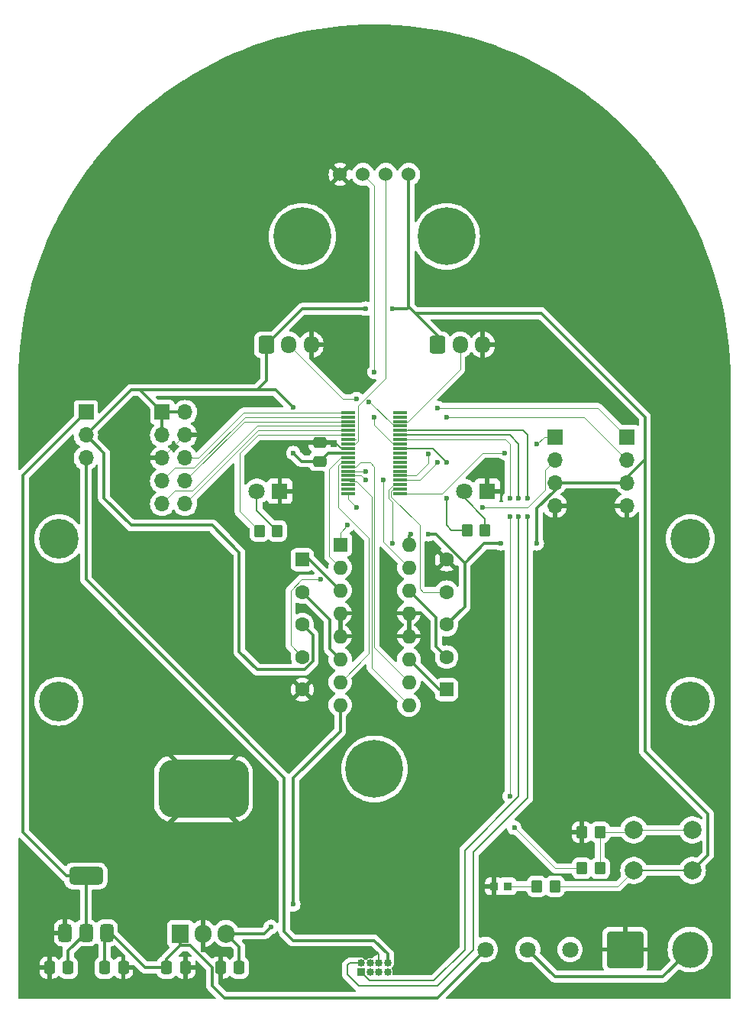
<source format=gbr>
%TF.GenerationSoftware,KiCad,Pcbnew,8.0.1*%
%TF.CreationDate,2024-06-02T16:30:41+02:00*%
%TF.ProjectId,Microrat,4d696372-6f72-4617-942e-6b696361645f,rev?*%
%TF.SameCoordinates,Original*%
%TF.FileFunction,Copper,L1,Top*%
%TF.FilePolarity,Positive*%
%FSLAX46Y46*%
G04 Gerber Fmt 4.6, Leading zero omitted, Abs format (unit mm)*
G04 Created by KiCad (PCBNEW 8.0.1) date 2024-06-02 16:30:41*
%MOMM*%
%LPD*%
G01*
G04 APERTURE LIST*
G04 Aperture macros list*
%AMRoundRect*
0 Rectangle with rounded corners*
0 $1 Rounding radius*
0 $2 $3 $4 $5 $6 $7 $8 $9 X,Y pos of 4 corners*
0 Add a 4 corners polygon primitive as box body*
4,1,4,$2,$3,$4,$5,$6,$7,$8,$9,$2,$3,0*
0 Add four circle primitives for the rounded corners*
1,1,$1+$1,$2,$3*
1,1,$1+$1,$4,$5*
1,1,$1+$1,$6,$7*
1,1,$1+$1,$8,$9*
0 Add four rect primitives between the rounded corners*
20,1,$1+$1,$2,$3,$4,$5,0*
20,1,$1+$1,$4,$5,$6,$7,0*
20,1,$1+$1,$6,$7,$8,$9,0*
20,1,$1+$1,$8,$9,$2,$3,0*%
G04 Aperture macros list end*
%TA.AperFunction,ComponentPad*%
%ADD10C,2.600000*%
%TD*%
%TA.AperFunction,ConnectorPad*%
%ADD11C,4.400000*%
%TD*%
%TA.AperFunction,ComponentPad*%
%ADD12RoundRect,0.250000X-0.600000X-0.725000X0.600000X-0.725000X0.600000X0.725000X-0.600000X0.725000X0*%
%TD*%
%TA.AperFunction,ComponentPad*%
%ADD13O,1.700000X1.950000*%
%TD*%
%TA.AperFunction,ComponentPad*%
%ADD14R,1.700000X1.700000*%
%TD*%
%TA.AperFunction,ComponentPad*%
%ADD15O,1.700000X1.700000*%
%TD*%
%TA.AperFunction,ComponentPad*%
%ADD16R,0.850000X0.850000*%
%TD*%
%TA.AperFunction,ComponentPad*%
%ADD17O,0.850000X0.850000*%
%TD*%
%TA.AperFunction,ComponentPad*%
%ADD18C,1.800000*%
%TD*%
%TA.AperFunction,ComponentPad*%
%ADD19C,2.000000*%
%TD*%
%TA.AperFunction,SMDPad,CuDef*%
%ADD20R,0.950000X0.950000*%
%TD*%
%TA.AperFunction,SMDPad,CuDef*%
%ADD21RoundRect,0.250000X-0.350000X-0.450000X0.350000X-0.450000X0.350000X0.450000X-0.350000X0.450000X0*%
%TD*%
%TA.AperFunction,ComponentPad*%
%ADD22RoundRect,0.250000X-0.550000X0.550000X-0.550000X-0.550000X0.550000X-0.550000X0.550000X0.550000X0*%
%TD*%
%TA.AperFunction,ComponentPad*%
%ADD23C,1.600000*%
%TD*%
%TA.AperFunction,ComponentPad*%
%ADD24R,1.600000X1.600000*%
%TD*%
%TA.AperFunction,ComponentPad*%
%ADD25O,1.600000X1.600000*%
%TD*%
%TA.AperFunction,SMDPad,CuDef*%
%ADD26RoundRect,0.250000X0.337500X0.475000X-0.337500X0.475000X-0.337500X-0.475000X0.337500X-0.475000X0*%
%TD*%
%TA.AperFunction,ComponentPad*%
%ADD27R,1.905000X2.000000*%
%TD*%
%TA.AperFunction,ComponentPad*%
%ADD28O,1.905000X2.000000*%
%TD*%
%TA.AperFunction,ComponentPad*%
%ADD29C,1.530000*%
%TD*%
%TA.AperFunction,ComponentPad*%
%ADD30RoundRect,0.250000X-1.750000X-1.750000X1.750000X-1.750000X1.750000X1.750000X-1.750000X1.750000X0*%
%TD*%
%TA.AperFunction,ComponentPad*%
%ADD31C,4.000000*%
%TD*%
%TA.AperFunction,ComponentPad*%
%ADD32C,3.600000*%
%TD*%
%TA.AperFunction,ConnectorPad*%
%ADD33C,6.400000*%
%TD*%
%TA.AperFunction,ComponentPad*%
%ADD34R,1.800000X1.800000*%
%TD*%
%TA.AperFunction,SMDPad,CuDef*%
%ADD35RoundRect,0.250000X0.350000X0.450000X-0.350000X0.450000X-0.350000X-0.450000X0.350000X-0.450000X0*%
%TD*%
%TA.AperFunction,SMDPad,CuDef*%
%ADD36RoundRect,0.035000X-0.745000X-0.105000X0.745000X-0.105000X0.745000X0.105000X-0.745000X0.105000X0*%
%TD*%
%TA.AperFunction,SMDPad,CuDef*%
%ADD37RoundRect,0.035000X0.745000X0.105000X-0.745000X0.105000X-0.745000X-0.105000X0.745000X-0.105000X0*%
%TD*%
%TA.AperFunction,ComponentPad*%
%ADD38RoundRect,0.250000X0.550000X-0.550000X0.550000X0.550000X-0.550000X0.550000X-0.550000X-0.550000X0*%
%TD*%
%TA.AperFunction,SMDPad,CuDef*%
%ADD39RoundRect,1.600000X-3.400000X-1.600000X3.400000X-1.600000X3.400000X1.600000X-3.400000X1.600000X0*%
%TD*%
%TA.AperFunction,SMDPad,CuDef*%
%ADD40RoundRect,0.250000X-0.337500X-0.475000X0.337500X-0.475000X0.337500X0.475000X-0.337500X0.475000X0*%
%TD*%
%TA.AperFunction,SMDPad,CuDef*%
%ADD41RoundRect,0.375000X0.375000X-0.625000X0.375000X0.625000X-0.375000X0.625000X-0.375000X-0.625000X0*%
%TD*%
%TA.AperFunction,SMDPad,CuDef*%
%ADD42RoundRect,0.500000X1.400000X-0.500000X1.400000X0.500000X-1.400000X0.500000X-1.400000X-0.500000X0*%
%TD*%
%TA.AperFunction,SMDPad,CuDef*%
%ADD43RoundRect,0.250000X-0.475000X0.337500X-0.475000X-0.337500X0.475000X-0.337500X0.475000X0.337500X0*%
%TD*%
%TA.AperFunction,ViaPad*%
%ADD44C,0.600000*%
%TD*%
%TA.AperFunction,Conductor*%
%ADD45C,0.300000*%
%TD*%
%TA.AperFunction,Conductor*%
%ADD46C,0.200000*%
%TD*%
%TA.AperFunction,Conductor*%
%ADD47C,0.100000*%
%TD*%
G04 APERTURE END LIST*
D10*
%TO.P,REF\u002A\u002A,1*%
%TO.N,N/C*%
X273008574Y-169494100D03*
D11*
X273008574Y-169494100D03*
%TD*%
D12*
%TO.P,J2,1,Pin_1*%
%TO.N,Prot. Voltage*%
X226000000Y-148000000D03*
D13*
%TO.P,J2,2,Pin_2*%
%TO.N,Infra_out2*%
X228500000Y-148000000D03*
%TO.P,J2,3,Pin_3*%
%TO.N,GND*%
X231000000Y-148000000D03*
%TD*%
D14*
%TO.P,J5,1,Pin_1*%
%TO.N,UART_RX*%
X266000000Y-158200000D03*
D15*
%TO.P,J5,2,Pin_2*%
%TO.N,UART_TX*%
X266000000Y-160740000D03*
%TO.P,J5,3,Pin_3*%
%TO.N,Prot. Voltage*%
X266000000Y-163280000D03*
%TO.P,J5,4,Pin_4*%
%TO.N,GND*%
X266000000Y-165820000D03*
%TD*%
D16*
%TO.P,J9,1,Pin_1*%
%TO.N,SWD*%
X236500000Y-217500000D03*
D17*
%TO.P,J9,2,Pin_2*%
%TO.N,SW_CLK*%
X236500000Y-216500000D03*
%TO.P,J9,3,Pin_3*%
%TO.N,unconnected-(J9-Pin_3-Pad3)*%
X237500000Y-217500000D03*
%TO.P,J9,4,Pin_4*%
%TO.N,unconnected-(J9-Pin_4-Pad4)*%
X237500000Y-216500000D03*
%TO.P,J9,5,Pin_5*%
%TO.N,unconnected-(J9-Pin_5-Pad5)*%
X238500001Y-217500000D03*
%TO.P,J9,6,Pin_6*%
%TO.N,GND*%
X238500000Y-216500000D03*
%TO.P,J9,7,Pin_7*%
%TO.N,unconnected-(J9-Pin_7-Pad7)*%
X239500000Y-217500000D03*
%TO.P,J9,8,Pin_8*%
%TO.N,+3.3V*%
X239500000Y-216500000D03*
%TD*%
D18*
%TO.P,SW3,1,A*%
%TO.N,Batt_out*%
X250300000Y-215000000D03*
%TO.P,SW3,2,B*%
%TO.N,+BATT*%
X255000000Y-215000000D03*
%TO.P,SW3,3,C*%
%TO.N,unconnected-(SW3-C-Pad3)*%
X259700000Y-215000000D03*
%TD*%
D19*
%TO.P,SW2,1,1*%
%TO.N,Net-(R4-Pad2)*%
X266750000Y-201750000D03*
%TO.P,SW2,2,2*%
X273250000Y-201750000D03*
%TO.P,SW2,3,3*%
%TO.N,Prot. Voltage*%
X266750000Y-206250000D03*
%TO.P,SW2,4,4*%
X273250000Y-206250000D03*
%TD*%
D20*
%TO.P,D3,1,K*%
%TO.N,GND*%
X251250000Y-208000000D03*
%TO.P,D3,2,A*%
%TO.N,Net-(D3-A)*%
X252750000Y-208000000D03*
%TD*%
D21*
%TO.P,R5,1*%
%TO.N,GND*%
X261000000Y-202000000D03*
%TO.P,R5,2*%
%TO.N,Net-(R4-Pad2)*%
X263000000Y-202000000D03*
%TD*%
D22*
%TO.P,J7,1,Pin_1*%
%TO.N,M1 Enc*%
X230000000Y-171800000D03*
D23*
%TO.P,J7,2,Pin_2*%
%TO.N,M2 Enc*%
X230000000Y-175400000D03*
%TO.P,J7,3,Pin_3*%
%TO.N,Prot. Voltage*%
X230000000Y-179000000D03*
%TO.P,J7,4,Pin_4*%
%TO.N,M1 A*%
X230000000Y-182600000D03*
%TO.P,J7,5,Pin_5*%
%TO.N,GND*%
X230000000Y-186200000D03*
%TD*%
D24*
%TO.P,U1,1,EN1\u002C2*%
%TO.N,PWM 1*%
X234200000Y-170125000D03*
D25*
%TO.P,U1,2,1A*%
%TO.N,Input 1*%
X234200000Y-172665000D03*
%TO.P,U1,3,1Y*%
%TO.N,M1 Enc*%
X234200000Y-175205000D03*
%TO.P,U1,4,GND*%
%TO.N,GND*%
X234200000Y-177745000D03*
%TO.P,U1,5,GND*%
X234200000Y-180285000D03*
%TO.P,U1,6,2Y*%
%TO.N,M2 Enc*%
X234200000Y-182825000D03*
%TO.P,U1,7,2A*%
%TO.N,Input 2*%
X234200000Y-185365000D03*
%TO.P,U1,8,VCC2*%
%TO.N,+6V*%
X234200000Y-187905000D03*
%TO.P,U1,9,EN3\u002C4*%
%TO.N,PWM 2*%
X241820000Y-187905000D03*
%TO.P,U1,10,3A*%
%TO.N,Input 3*%
X241820000Y-185365000D03*
%TO.P,U1,11,3Y*%
%TO.N,M3 Enc*%
X241820000Y-182825000D03*
%TO.P,U1,12,GND*%
%TO.N,GND*%
X241820000Y-180285000D03*
%TO.P,U1,13,GND*%
X241820000Y-177745000D03*
%TO.P,U1,14,4Y*%
%TO.N,M4 Enc*%
X241820000Y-175205000D03*
%TO.P,U1,15,4A*%
%TO.N,Input 4*%
X241820000Y-172665000D03*
%TO.P,U1,16,VCC1*%
%TO.N,Prot. Voltage*%
X241820000Y-170125000D03*
%TD*%
D26*
%TO.P,C4,1*%
%TO.N,+6V*%
X223000000Y-217000000D03*
%TO.P,C4,2*%
%TO.N,GND*%
X220925000Y-217000000D03*
%TD*%
D10*
%TO.P,REF\u002A\u002A,1*%
%TO.N,N/C*%
X273000000Y-187485525D03*
D11*
X273000000Y-187485525D03*
%TD*%
D27*
%TO.P,U10,1,IN*%
%TO.N,Batt_out*%
X216460000Y-213230000D03*
D28*
%TO.P,U10,2,GND*%
%TO.N,GND*%
X219000000Y-213230000D03*
%TO.P,U10,3,OUT*%
%TO.N,+6V*%
X221540000Y-213230000D03*
%TD*%
D26*
%TO.P,C2,1*%
%TO.N,+5V*%
X204037500Y-217000000D03*
%TO.P,C2,2*%
%TO.N,GND*%
X201962500Y-217000000D03*
%TD*%
D12*
%TO.P,J1,1,Pin_1*%
%TO.N,Prot. Voltage*%
X245000000Y-148000000D03*
D13*
%TO.P,J1,2,Pin_2*%
%TO.N,Infra_out1*%
X247500000Y-148000000D03*
%TO.P,J1,3,Pin_3*%
%TO.N,GND*%
X250000000Y-148000000D03*
%TD*%
D21*
%TO.P,R2,1*%
%TO.N,Net-(D3-A)*%
X256000000Y-208000000D03*
%TO.P,R2,2*%
%TO.N,Prot. Voltage*%
X258000000Y-208000000D03*
%TD*%
D29*
%TO.P,U4,1,VCC*%
%TO.N,Prot. Voltage*%
X241810000Y-129125000D03*
%TO.P,U4,2,TRIG*%
%TO.N,PWM 3*%
X239270000Y-129125000D03*
%TO.P,U4,3,ECHO*%
%TO.N,CAP*%
X236730000Y-129125000D03*
%TO.P,U4,4,GND*%
%TO.N,GND*%
X234190000Y-129125000D03*
%TD*%
D30*
%TO.P,J3,1,Pin_1*%
%TO.N,GND*%
X265800000Y-215000000D03*
D31*
%TO.P,J3,2,Pin_2*%
%TO.N,+BATT*%
X273000000Y-215000000D03*
%TD*%
D32*
%TO.P,REF\u002A\u002A,1*%
%TO.N,N/C*%
X238000000Y-195000000D03*
D33*
X238000000Y-195000000D03*
%TD*%
D32*
%TO.P,REF\u002A\u002A,1*%
%TO.N,N/C*%
X246000000Y-136000000D03*
D33*
X246000000Y-136000000D03*
%TD*%
D14*
%TO.P,J4,1,Pin_1*%
%TO.N,+5V*%
X206000000Y-155475000D03*
D15*
%TO.P,J4,2,Pin_2*%
%TO.N,Prot. Voltage*%
X206000000Y-158015000D03*
%TO.P,J4,3,Pin_3*%
%TO.N,+3.3V*%
X206000000Y-160554999D03*
%TD*%
D34*
%TO.P,D2,1,K*%
%TO.N,GND*%
X227499489Y-164233924D03*
D18*
%TO.P,D2,2,A*%
%TO.N,Net-(D2-A)*%
X224959489Y-164233924D03*
%TD*%
D35*
%TO.P,R3,1*%
%TO.N,Net-(D2-A)*%
X227229231Y-168626922D03*
%TO.P,R3,2*%
%TO.N,Auge 1*%
X225229231Y-168626922D03*
%TD*%
D36*
%TO.P,U3,1,P2.4*%
%TO.N,Freedig5*%
X235120000Y-155500000D03*
%TO.P,U3,2,P2.5*%
%TO.N,Freedig4*%
X235120000Y-156000000D03*
%TO.P,U3,3,P2.6*%
%TO.N,Freedig3*%
X235120000Y-156500000D03*
%TO.P,U3,4,P2.7*%
%TO.N,Freedig2*%
X235120000Y-157000000D03*
%TO.P,U3,5,P2.8*%
%TO.N,Freedig1*%
X235120000Y-157500000D03*
%TO.P,U3,6,P2.9*%
%TO.N,Auge 1*%
X235120000Y-158000000D03*
%TO.P,U3,7,P2.10*%
%TO.N,unconnected-(U3-P2.10-Pad7)*%
X235120000Y-158500000D03*
%TO.P,U3,8,P2.11*%
%TO.N,PWM 3*%
X235120000Y-159000000D03*
%TO.P,U3,9,VSS\u002CVSSP*%
%TO.N,GND*%
X235120000Y-159500000D03*
%TO.P,U3,10,VDD\u002CVDDP*%
%TO.N,Prot. Voltage*%
X235120000Y-160000000D03*
%TO.P,U3,11,P1.5*%
%TO.N,Input 1*%
X235120000Y-160500000D03*
%TO.P,U3,12,P1.4*%
%TO.N,Input 2*%
X235120000Y-161000000D03*
%TO.P,U3,13,P1.3*%
%TO.N,Input 3*%
X235120000Y-161500000D03*
%TO.P,U3,14,P1.2*%
%TO.N,Input 4*%
X235120000Y-162000000D03*
%TO.P,U3,15,P1.1*%
%TO.N,PWM 1*%
X235120000Y-162500000D03*
%TO.P,U3,16,P1.0*%
%TO.N,PWM 2*%
X235120000Y-163000000D03*
%TO.P,U3,17,P0.0*%
%TO.N,unconnected-(U3-P0.0-Pad17)*%
X235120000Y-163500000D03*
%TO.P,U3,18,P0.1*%
%TO.N,unconnected-(U3-P0.1-Pad18)*%
X235120000Y-164000000D03*
%TO.P,U3,19,P0.2*%
%TO.N,I2C_SCL*%
X235120000Y-164500000D03*
D37*
%TO.P,U3,20,P0.3*%
%TO.N,I2C_SDA*%
X240880000Y-164500000D03*
%TO.P,U3,21,P0.4*%
%TO.N,M2 A*%
X240880000Y-164000000D03*
%TO.P,U3,22,P0.5*%
%TO.N,M1 A*%
X240880000Y-163500000D03*
%TO.P,U3,23,P0.6*%
%TO.N,UART_TX*%
X240880000Y-163000000D03*
%TO.P,U3,24,P0.7*%
%TO.N,UART_RX*%
X240880000Y-162500000D03*
%TO.P,U3,25,VSSP*%
%TO.N,unconnected-(U3-VSSP-Pad25)*%
X240880000Y-162000000D03*
%TO.P,U3,26,VDDP*%
%TO.N,unconnected-(U3-VDDP-Pad26)*%
X240880000Y-161500000D03*
%TO.P,U3,27,P0.8*%
%TO.N,unconnected-(U3-P0.8-Pad27)*%
X240880000Y-161000000D03*
%TO.P,U3,28,P0.9*%
%TO.N,unconnected-(U3-P0.9-Pad28)*%
X240880000Y-160500000D03*
%TO.P,U3,29,P0.10*%
%TO.N,unconnected-(U3-P0.10-Pad29)*%
X240880000Y-160000000D03*
%TO.P,U3,30,P0.11*%
%TO.N,Auge 2*%
X240880000Y-159500000D03*
%TO.P,U3,31,P0.12*%
%TO.N,CAP*%
X240880000Y-159000000D03*
%TO.P,U3,32,P0.13*%
%TO.N,Button*%
X240880000Y-158500000D03*
%TO.P,U3,33,P0.14*%
%TO.N,SWD*%
X240880000Y-158000000D03*
%TO.P,U3,34,P0.15*%
%TO.N,SW_CLK*%
X240880000Y-157500000D03*
%TO.P,U3,35,P2.0*%
%TO.N,Infra_out2*%
X240880000Y-157000000D03*
%TO.P,U3,36,P2.1*%
%TO.N,Infra_out1*%
X240880000Y-156500000D03*
%TO.P,U3,37,P2.2*%
%TO.N,unconnected-(U3-P2.2-Pad37)*%
X240880000Y-156000000D03*
%TO.P,U3,38,P2.3*%
%TO.N,unconnected-(U3-P2.3-Pad38)*%
X240880000Y-155500000D03*
%TD*%
D38*
%TO.P,J8,1,Pin_1*%
%TO.N,M3 Enc*%
X246000000Y-186200000D03*
D23*
%TO.P,J8,2,Pin_2*%
%TO.N,M4 Enc*%
X246000000Y-182600000D03*
%TO.P,J8,3,Pin_3*%
%TO.N,Prot. Voltage*%
X246000000Y-179000000D03*
%TO.P,J8,4,Pin_4*%
%TO.N,M2 A*%
X246000000Y-175400000D03*
%TO.P,J8,5,Pin_5*%
%TO.N,GND*%
X246000000Y-171800000D03*
%TD*%
D14*
%TO.P,J10,1,Pin_1*%
%TO.N,I2C_SDA*%
X258000000Y-158200000D03*
D15*
%TO.P,J10,2,Pin_2*%
%TO.N,I2C_SCL*%
X258000000Y-160740000D03*
%TO.P,J10,3,Pin_3*%
%TO.N,Prot. Voltage*%
X258000000Y-163280000D03*
%TO.P,J10,4,Pin_4*%
%TO.N,GND*%
X258000000Y-165820000D03*
%TD*%
D39*
%TO.P,REF\u002A\u002A,1*%
%TO.N,GND*%
X219038031Y-197162158D03*
%TD*%
D34*
%TO.P,D1,1,K*%
%TO.N,GND*%
X250499489Y-164233924D03*
D18*
%TO.P,D1,2,A*%
%TO.N,Net-(D1-A)*%
X247959489Y-164233924D03*
%TD*%
D32*
%TO.P,REF\u002A\u002A,1*%
%TO.N,N/C*%
X230000000Y-136000000D03*
D33*
X230000000Y-136000000D03*
%TD*%
D35*
%TO.P,R1,1*%
%TO.N,Net-(D1-A)*%
X250256957Y-168545081D03*
%TO.P,R1,2*%
%TO.N,Auge 2*%
X248256957Y-168545081D03*
%TD*%
D40*
%TO.P,C3,1*%
%TO.N,Batt_out*%
X214962500Y-217000000D03*
%TO.P,C3,2*%
%TO.N,GND*%
X217037500Y-217000000D03*
%TD*%
D10*
%TO.P,REF\u002A\u002A,1*%
%TO.N,N/C*%
X202994283Y-187496958D03*
D11*
X202994283Y-187496958D03*
%TD*%
D14*
%TO.P,J6,1,Pin_1*%
%TO.N,Prot. Voltage*%
X214460000Y-155460000D03*
D15*
%TO.P,J6,2,Pin_2*%
X217000000Y-155460000D03*
%TO.P,J6,3,Pin_3*%
X214460000Y-158000000D03*
%TO.P,J6,4,Pin_4*%
%TO.N,GND*%
X217000000Y-158000000D03*
%TO.P,J6,5,Pin_5*%
X214460000Y-160539999D03*
%TO.P,J6,6,Pin_6*%
%TO.N,Freedig5*%
X217000000Y-160540000D03*
%TO.P,J6,7,Pin_7*%
%TO.N,Freedig4*%
X214460000Y-163080000D03*
%TO.P,J6,8,Pin_8*%
%TO.N,Freedig3*%
X217000000Y-163080000D03*
%TO.P,J6,9,Pin_9*%
%TO.N,Freedig2*%
X214460000Y-165620000D03*
%TO.P,J6,10,Pin_10*%
%TO.N,Freedig1*%
X217000000Y-165620000D03*
%TD*%
D41*
%TO.P,U2,1,GND*%
%TO.N,GND*%
X203700000Y-213150000D03*
%TO.P,U2,2,VO*%
%TO.N,+5V*%
X206000000Y-213150000D03*
D42*
X206000000Y-206850000D03*
D41*
%TO.P,U2,3,VI*%
%TO.N,Batt_out*%
X208300000Y-213150000D03*
%TD*%
D40*
%TO.P,C1,1*%
%TO.N,Batt_out*%
X208072136Y-217000000D03*
%TO.P,C1,2*%
%TO.N,GND*%
X210147136Y-217000000D03*
%TD*%
D21*
%TO.P,R4,1*%
%TO.N,Button*%
X261000000Y-206000000D03*
%TO.P,R4,2*%
%TO.N,Net-(R4-Pad2)*%
X263000000Y-206000000D03*
%TD*%
D10*
%TO.P,REF\u002A\u002A,1*%
%TO.N,N/C*%
X203008574Y-169481238D03*
D11*
X203008574Y-169481238D03*
%TD*%
D43*
%TO.P,C5,1*%
%TO.N,GND*%
X231932116Y-158829713D03*
%TO.P,C5,2*%
%TO.N,Prot. Voltage*%
X231932116Y-160904713D03*
%TD*%
D44*
%TO.N,GND*%
X215000000Y-195000000D03*
X267000000Y-174000000D03*
X256000000Y-174000000D03*
X223000000Y-198000000D03*
X216000000Y-199000000D03*
X228000000Y-190000000D03*
X252000000Y-162000000D03*
X219000000Y-215000000D03*
X222000000Y-197000000D03*
X222000000Y-199000000D03*
X223000000Y-199000000D03*
X222000000Y-196000000D03*
X264000000Y-154000000D03*
X240000000Y-182000000D03*
X216000000Y-197000000D03*
X269000000Y-154000000D03*
X227000000Y-206000000D03*
X235000000Y-148000000D03*
X215000000Y-199000000D03*
X216000000Y-198000000D03*
X215000000Y-198000000D03*
X232000000Y-195000000D03*
X215000000Y-196000000D03*
X236000000Y-182000000D03*
X215000000Y-197000000D03*
X222000000Y-198000000D03*
X210000000Y-156000000D03*
X207000000Y-210000000D03*
X249000000Y-174000000D03*
X223000000Y-195000000D03*
X260000000Y-165000000D03*
X216000000Y-195000000D03*
X247000000Y-174000000D03*
X223000000Y-196000000D03*
X222000000Y-195000000D03*
X236000000Y-185000000D03*
X223000000Y-197000000D03*
X205000000Y-210000000D03*
X230000000Y-206000000D03*
X269000000Y-174000000D03*
X216000000Y-196000000D03*
X219000000Y-219000000D03*
%TO.N,+6V*%
X226500000Y-212500000D03*
X229000000Y-210000000D03*
%TO.N,Infra_out2*%
X236000000Y-154000000D03*
X237362818Y-154362818D03*
%TO.N,UART_RX*%
X245000000Y-155000000D03*
X244000000Y-160100000D03*
%TO.N,UART_TX*%
X245000000Y-161000000D03*
X246000000Y-156000000D03*
%TO.N,I2C_SCL*%
X236000000Y-166000000D03*
X250000000Y-166000000D03*
%TO.N,I2C_SDA*%
X256000000Y-159000000D03*
X252450000Y-160000000D03*
%TO.N,M1 A*%
X240000000Y-170000000D03*
X232000000Y-174000000D03*
%TO.N,Auge 2*%
X246000000Y-165000000D03*
X246000000Y-161000000D03*
%TO.N,Prot. Voltage*%
X256000000Y-170000000D03*
X244000000Y-169000000D03*
X252000000Y-170000000D03*
X229000000Y-154950000D03*
X229000000Y-160000000D03*
X242000000Y-169000000D03*
X237000000Y-144000000D03*
X240000000Y-144000000D03*
%TO.N,PWM 1*%
X235000000Y-168000000D03*
X237000000Y-163000000D03*
%TO.N,Input 4*%
X239000000Y-163000000D03*
X237000000Y-162000000D03*
%TO.N,CAP*%
X238000000Y-151000000D03*
X238000000Y-156000000D03*
%TO.N,SWD*%
X254000000Y-165000000D03*
X254000000Y-167000000D03*
%TO.N,SW_CLK*%
X255000000Y-164981091D03*
X255000000Y-167000000D03*
%TO.N,Button*%
X253000000Y-165000000D03*
X253000000Y-198000000D03*
X253500000Y-201500000D03*
X253000000Y-167000000D03*
%TD*%
D45*
%TO.N,Batt_out*%
X208725000Y-213150000D02*
X208300000Y-213150000D01*
X212575000Y-217000000D02*
X208725000Y-213150000D01*
X219987500Y-216987500D02*
X217530000Y-214530000D01*
X208072136Y-217000000D02*
X208072136Y-213377864D01*
X219987500Y-217730456D02*
X219987500Y-216987500D01*
X214962500Y-217000000D02*
X212575000Y-217000000D01*
X208072136Y-213377864D02*
X208300000Y-213150000D01*
X244950000Y-220350000D02*
X221350000Y-220350000D01*
X220000000Y-219000000D02*
X220000000Y-217742956D01*
X214962500Y-217000000D02*
X214962500Y-216027500D01*
X216460000Y-214530000D02*
X216460000Y-213230000D01*
X220000000Y-217742956D02*
X219987500Y-217730456D01*
X214962500Y-216027500D02*
X216460000Y-214530000D01*
X221350000Y-220350000D02*
X220000000Y-219000000D01*
X217530000Y-214530000D02*
X216460000Y-214530000D01*
X250300000Y-215000000D02*
X244950000Y-220350000D01*
D46*
%TO.N,GND*%
X233619714Y-158829713D02*
X231932116Y-158829713D01*
X235060000Y-159440000D02*
X234230001Y-159440000D01*
D47*
X250499489Y-163500511D02*
X250499489Y-164233924D01*
D46*
X234230001Y-159440000D02*
X233619714Y-158829713D01*
X231761829Y-159000000D02*
X231932116Y-158829713D01*
X235120000Y-159500000D02*
X235060000Y-159440000D01*
D47*
X214460000Y-160539999D02*
X212933391Y-160539999D01*
D46*
X238500000Y-215500000D02*
X238500000Y-216500000D01*
D47*
X214460000Y-160539999D02*
X217000000Y-158000000D01*
X212915029Y-160521637D02*
X212933391Y-160539999D01*
D46*
X238500000Y-215500000D02*
X238000000Y-215000000D01*
D47*
X217000000Y-158000000D02*
X219000000Y-158000000D01*
D45*
%TO.N,+5V*%
X206262500Y-155475000D02*
X206000000Y-155475000D01*
X204037500Y-217000000D02*
X204037500Y-215112500D01*
X206000000Y-155475000D02*
X203737500Y-157737500D01*
X203737500Y-157737500D02*
X199000000Y-162475000D01*
X203850000Y-206850000D02*
X206000000Y-206850000D01*
X199000000Y-202000000D02*
X203850000Y-206850000D01*
X204037500Y-215112500D02*
X206000000Y-213150000D01*
X199000000Y-162475000D02*
X199000000Y-202000000D01*
X206000000Y-206850000D02*
X206000000Y-213150000D01*
%TO.N,+6V*%
X234200000Y-190800000D02*
X234200000Y-187905000D01*
X229000000Y-210000000D02*
X229000000Y-196000000D01*
X223000000Y-214690000D02*
X221540000Y-213230000D01*
X226500000Y-212500000D02*
X225770000Y-213230000D01*
X229000000Y-196000000D02*
X234200000Y-190800000D01*
X223000000Y-217000000D02*
X223000000Y-214690000D01*
X225770000Y-213230000D02*
X221540000Y-213230000D01*
D46*
%TO.N,Net-(D1-A)*%
X250256957Y-168545081D02*
X250256957Y-167256957D01*
X247959489Y-164959489D02*
X247959489Y-164233924D01*
X250256957Y-167256957D02*
X247959489Y-164959489D01*
%TO.N,Net-(D2-A)*%
X224959489Y-164233924D02*
X224959489Y-166357180D01*
X224959489Y-166357180D02*
X227229231Y-168626922D01*
D47*
%TO.N,Net-(D3-A)*%
X256000000Y-208000000D02*
X252407500Y-208000000D01*
%TO.N,Infra_out1*%
X241659999Y-156500000D02*
X247500000Y-150659999D01*
X240880000Y-156500000D02*
X241659999Y-156500000D01*
X247500000Y-150659999D02*
X247500000Y-148000000D01*
%TO.N,Infra_out2*%
X237488796Y-154362818D02*
X240125978Y-157000000D01*
X234500000Y-154000000D02*
X228500000Y-148000000D01*
X237362818Y-154362818D02*
X237488796Y-154362818D01*
X240125978Y-157000000D02*
X240880000Y-157000000D01*
X236000000Y-154000000D02*
X234500000Y-154000000D01*
D45*
%TO.N,+BATT*%
X270000000Y-218000000D02*
X258000000Y-218000000D01*
X273000000Y-215000000D02*
X270000000Y-218000000D01*
X258000000Y-218000000D02*
X255000000Y-215000000D01*
D47*
%TO.N,UART_RX*%
X244000000Y-161117868D02*
X244000000Y-160100000D01*
X242617868Y-162500000D02*
X244000000Y-161117868D01*
X240880000Y-162500000D02*
X242617868Y-162500000D01*
X262800000Y-155000000D02*
X266000000Y-158200000D01*
X245000000Y-155000000D02*
X262800000Y-155000000D01*
%TO.N,UART_TX*%
X243000000Y-163000000D02*
X240880000Y-163000000D01*
X245000000Y-161000000D02*
X243000000Y-163000000D01*
X261260000Y-156000000D02*
X266000000Y-160740000D01*
X246000000Y-156000000D02*
X261260000Y-156000000D01*
%TO.N,Freedig1*%
X225120000Y-157500000D02*
X217000000Y-165620000D01*
X235120000Y-157500000D02*
X225120000Y-157500000D01*
%TO.N,Freedig3*%
X223580000Y-156500000D02*
X217000000Y-163080000D01*
X235120000Y-156500000D02*
X223580000Y-156500000D01*
%TO.N,Freedig2*%
X235120000Y-157000000D02*
X225000000Y-157000000D01*
X215900000Y-164180000D02*
X214460000Y-165620000D01*
X217820000Y-164180000D02*
X215900000Y-164180000D01*
X225000000Y-157000000D02*
X217820000Y-164180000D01*
%TO.N,Freedig5*%
X235120000Y-155500000D02*
X223500000Y-155500000D01*
X223500000Y-155500000D02*
X218460000Y-160540000D01*
X218460000Y-160540000D02*
X217000000Y-160540000D01*
%TO.N,Freedig4*%
X235120000Y-156000000D02*
X223655736Y-156000000D01*
X223655736Y-156000000D02*
X218015736Y-161640000D01*
X215900000Y-161640000D02*
X214460000Y-163080000D01*
X218015736Y-161640000D02*
X215900000Y-161640000D01*
%TO.N,I2C_SCL*%
X256900000Y-161840000D02*
X258000000Y-160740000D01*
X250000000Y-166000000D02*
X255000000Y-166000000D01*
X255000000Y-166000000D02*
X256900000Y-164100000D01*
X256900000Y-164100000D02*
X256900000Y-161840000D01*
X236000000Y-166000000D02*
X235120000Y-165120000D01*
X235120000Y-165120000D02*
X235120000Y-164500000D01*
%TO.N,I2C_SDA*%
X245500000Y-164500000D02*
X250000000Y-160000000D01*
X256800000Y-158200000D02*
X258000000Y-158200000D01*
X240880000Y-164500000D02*
X245500000Y-164500000D01*
X256000000Y-159000000D02*
X256800000Y-158200000D01*
X250000000Y-160000000D02*
X252450000Y-160000000D01*
D45*
%TO.N,M1 Enc*%
X230795000Y-171800000D02*
X234200000Y-175205000D01*
X230000000Y-171800000D02*
X230795000Y-171800000D01*
%TO.N,M2 Enc*%
X233050000Y-181675000D02*
X234200000Y-182825000D01*
X233050000Y-178450000D02*
X233050000Y-181675000D01*
X230000000Y-175400000D02*
X233050000Y-178450000D01*
D47*
%TO.N,M1 A*%
X228700000Y-175215075D02*
X228700000Y-181300000D01*
X239550000Y-164075978D02*
X239550000Y-164974264D01*
X240125978Y-163500000D02*
X239550000Y-164075978D01*
X240000000Y-165424264D02*
X240000000Y-170000000D01*
X240880000Y-163500000D02*
X240125978Y-163500000D01*
X229915075Y-174000000D02*
X228700000Y-175215075D01*
X228700000Y-181300000D02*
X230000000Y-182600000D01*
X239550000Y-164974264D02*
X240000000Y-165424264D01*
X232000000Y-174000000D02*
X229915075Y-174000000D01*
D45*
%TO.N,M3 Enc*%
X246000000Y-186200000D02*
X245195000Y-186200000D01*
X245195000Y-186200000D02*
X241820000Y-182825000D01*
D47*
%TO.N,M2 A*%
X243000000Y-168000000D02*
X243000000Y-175000000D01*
X239850000Y-164850000D02*
X243000000Y-168000000D01*
X243000000Y-175000000D02*
X243400000Y-175400000D01*
X240880000Y-164000000D02*
X240100001Y-164000000D01*
X243400000Y-175400000D02*
X246000000Y-175400000D01*
X239850000Y-164250001D02*
X239850000Y-164850000D01*
X240100001Y-164000000D02*
X239850000Y-164250001D01*
D45*
%TO.N,M4 Enc*%
X244850000Y-178235000D02*
X241820000Y-175205000D01*
X244850000Y-181450000D02*
X244850000Y-178235000D01*
X246000000Y-182600000D02*
X244850000Y-181450000D01*
D46*
%TO.N,Auge 2*%
X246000000Y-165000000D02*
X246000000Y-168000000D01*
X246545081Y-168545081D02*
X248256957Y-168545081D01*
X240880000Y-159500000D02*
X244500000Y-159500000D01*
X244500000Y-159500000D02*
X246000000Y-161000000D01*
X246000000Y-168000000D02*
X246545081Y-168545081D01*
D47*
%TO.N,Auge 1*%
X223022132Y-160022132D02*
X223022132Y-166419823D01*
X223022132Y-166419823D02*
X225229231Y-168626922D01*
X235112213Y-157992213D02*
X225052051Y-157992213D01*
X225052051Y-157992213D02*
X223022132Y-160022132D01*
X235120000Y-158000000D02*
X235112213Y-157992213D01*
D45*
%TO.N,Prot. Voltage*%
X225000000Y-184000000D02*
X223000000Y-182000000D01*
X256500000Y-144500000D02*
X268000000Y-156000000D01*
X244000000Y-169000000D02*
X244826346Y-169000000D01*
X230000000Y-179000000D02*
X231150000Y-180150000D01*
D46*
X273250000Y-206250000D02*
X267244974Y-206250000D01*
D45*
X212000000Y-153000000D02*
X211015000Y-153000000D01*
X226000000Y-152000000D02*
X225000000Y-153000000D01*
X248000000Y-172173654D02*
X250173654Y-170000000D01*
X275000000Y-204500001D02*
X273532843Y-205967158D01*
X258000000Y-163280000D02*
X266000000Y-163280000D01*
X248000000Y-172173654D02*
X248000000Y-177000000D01*
X230000000Y-144000000D02*
X226000000Y-148000000D01*
D46*
X267244974Y-206250000D02*
X266997487Y-206002513D01*
D45*
X208000000Y-160015000D02*
X206000000Y-158015000D01*
X245000000Y-148000000D02*
X245000000Y-147000000D01*
D47*
X266750000Y-206250000D02*
X265000000Y-208000000D01*
D45*
X242000000Y-144000000D02*
X242500000Y-144500000D01*
X231150000Y-180150000D02*
X231150000Y-183076346D01*
X258000000Y-164122943D02*
X258000000Y-163280000D01*
X229904713Y-160904713D02*
X231932116Y-160904713D01*
X230226346Y-184000000D02*
X225000000Y-184000000D01*
X268000000Y-193000000D02*
X275000000Y-200000000D01*
X241620000Y-144000000D02*
X240000000Y-144000000D01*
X244826346Y-169000000D02*
X248000000Y-172173654D01*
X214460000Y-155460000D02*
X212000000Y-153000000D01*
X214460000Y-155460000D02*
X214460000Y-158000000D01*
X241820000Y-169180000D02*
X242000000Y-169000000D01*
X241820000Y-170125000D02*
X241820000Y-169180000D01*
X266000000Y-162714315D02*
X266000000Y-163280000D01*
X256000000Y-166122943D02*
X258000000Y-164122943D01*
X237000000Y-144000000D02*
X230000000Y-144000000D01*
X248000000Y-177000000D02*
X246000000Y-179000000D01*
X242000000Y-144000000D02*
X241810000Y-143810000D01*
X242500000Y-144500000D02*
X256500000Y-144500000D01*
X250173654Y-170000000D02*
X252000000Y-170000000D01*
D47*
X265000000Y-208000000D02*
X258000000Y-208000000D01*
D45*
X223000000Y-171000000D02*
X220000000Y-168000000D01*
X220000000Y-168000000D02*
X211000000Y-168000000D01*
X223000000Y-182000000D02*
X223000000Y-171000000D01*
X275000000Y-200000000D02*
X275000000Y-204500001D01*
X232836829Y-160000000D02*
X231932116Y-160904713D01*
X268000000Y-156000000D02*
X268000000Y-160000000D01*
X235120000Y-160000000D02*
X232836829Y-160000000D01*
X245000000Y-147000000D02*
X242000000Y-144000000D01*
X227050000Y-153000000D02*
X225000000Y-153000000D01*
X226000000Y-148000000D02*
X226000000Y-152000000D01*
X241810000Y-143810000D02*
X241810000Y-129125000D01*
X256000000Y-170000000D02*
X256000000Y-166122943D01*
X229000000Y-160000000D02*
X229904713Y-160904713D01*
X211015000Y-153000000D02*
X206000000Y-158015000D01*
X268000000Y-160000000D02*
X268000000Y-160714315D01*
X231150000Y-183076346D02*
X230226346Y-184000000D01*
X225000000Y-153000000D02*
X212000000Y-153000000D01*
X211000000Y-168000000D02*
X208000000Y-165000000D01*
X214460000Y-155460000D02*
X217000000Y-155460000D01*
X241810000Y-143810000D02*
X241620000Y-144000000D01*
X268000000Y-160000000D02*
X268000000Y-193000000D01*
X268000000Y-160714315D02*
X266000000Y-162714315D01*
X208000000Y-165000000D02*
X208000000Y-160015000D01*
X229000000Y-154950000D02*
X227050000Y-153000000D01*
D47*
%TO.N,Input 1*%
X234250000Y-160500000D02*
X233000000Y-161750000D01*
X233000000Y-161750000D02*
X233000000Y-171465000D01*
X233000000Y-171465000D02*
X234200000Y-172665000D01*
X235120000Y-160500000D02*
X234250000Y-160500000D01*
%TO.N,Input 3*%
X237500000Y-161000000D02*
X238000000Y-161500000D01*
X238000000Y-181545000D02*
X241820000Y-185365000D01*
X235899999Y-161500000D02*
X236399999Y-161000000D01*
X238000000Y-161500000D02*
X238000000Y-167000000D01*
X236399999Y-161000000D02*
X237500000Y-161000000D01*
X235120000Y-161500000D02*
X235899999Y-161500000D01*
X238000000Y-167000000D02*
X238000000Y-181545000D01*
%TO.N,Input 2*%
X237400000Y-169400000D02*
X234000000Y-166000000D01*
X234000000Y-166000000D02*
X234000000Y-161340001D01*
X237400000Y-182165000D02*
X237400000Y-169400000D01*
X234200000Y-185365000D02*
X237400000Y-182165000D01*
X234000000Y-161340001D02*
X234340001Y-161000000D01*
X234340001Y-161000000D02*
X235120000Y-161000000D01*
%TO.N,PWM 1*%
X235000000Y-168000000D02*
X234200000Y-168800000D01*
X236500000Y-162500000D02*
X237000000Y-163000000D01*
X235120000Y-162500000D02*
X236500000Y-162500000D01*
X234200000Y-168800000D02*
X234200000Y-170125000D01*
%TO.N,Input 4*%
X239000000Y-169845000D02*
X241820000Y-172665000D01*
X235899999Y-162000000D02*
X237000000Y-162000000D01*
X239000000Y-163000000D02*
X239000000Y-167000000D01*
X239000000Y-167000000D02*
X239000000Y-169845000D01*
X235120000Y-162000000D02*
X235899999Y-162000000D01*
%TO.N,PWM 2*%
X235984022Y-163110000D02*
X237700000Y-164825978D01*
X237700000Y-183785000D02*
X241820000Y-187905000D01*
X237700000Y-164825978D02*
X237700000Y-183785000D01*
X235230000Y-163110000D02*
X235984022Y-163110000D01*
X235120000Y-163000000D02*
X235230000Y-163110000D01*
%TO.N,CAP*%
X240100001Y-159000000D02*
X240880000Y-159000000D01*
X238000000Y-156899999D02*
X240100001Y-159000000D01*
X236730000Y-129125000D02*
X238000000Y-130395000D01*
X238000000Y-130395000D02*
X238000000Y-151000000D01*
X238000000Y-156000000D02*
X238000000Y-156899999D01*
X237000000Y-129395000D02*
X236730000Y-129125000D01*
%TO.N,Net-(R4-Pad2)*%
X263000000Y-206000000D02*
X263000000Y-202000000D01*
D45*
X266750000Y-201750000D02*
X266250000Y-201750000D01*
D47*
X266500000Y-202000000D02*
X266750000Y-201750000D01*
D45*
X266250000Y-201750000D02*
X266000000Y-202000000D01*
D47*
X263000000Y-202000000D02*
X266500000Y-202000000D01*
X266750000Y-201750000D02*
X273250000Y-201750000D01*
%TO.N,PWM 3*%
X236199999Y-158674023D02*
X235874022Y-159000000D01*
X235874022Y-159000000D02*
X235120000Y-159000000D01*
X239270000Y-129125000D02*
X239270000Y-151677818D01*
X239270000Y-151677818D02*
X236199999Y-154747819D01*
X236199999Y-154747819D02*
X236199999Y-158674023D01*
D46*
%TO.N,SWD*%
X254000000Y-159000000D02*
X253000000Y-158000000D01*
X253000000Y-158000000D02*
X240880000Y-158000000D01*
X248000000Y-215000000D02*
X244552419Y-218447581D01*
X254000000Y-165000000D02*
X254000000Y-159000000D01*
X248000000Y-204000000D02*
X248000000Y-215000000D01*
X254000000Y-167000000D02*
X254000000Y-198000000D01*
X244552419Y-218447581D02*
X244290369Y-218447581D01*
X237447581Y-218447581D02*
X236500000Y-217500000D01*
X244290369Y-218447581D02*
X237447581Y-218447581D01*
X254000000Y-198000000D02*
X248000000Y-204000000D01*
D45*
%TO.N,+3.3V*%
X228000000Y-196000000D02*
X206000000Y-174000000D01*
X238000000Y-214000000D02*
X229000000Y-214000000D01*
X239500000Y-215500000D02*
X238000000Y-214000000D01*
X239500000Y-216500000D02*
X239500000Y-215500000D01*
X206000000Y-174000000D02*
X206000000Y-160554999D01*
X229000000Y-214000000D02*
X228000000Y-213000000D01*
X228000000Y-213000000D02*
X228000000Y-196000000D01*
D46*
%TO.N,SW_CLK*%
X245000000Y-219000000D02*
X236242788Y-219000000D01*
X255000000Y-198222182D02*
X249000000Y-204222182D01*
X235237950Y-216500000D02*
X236500000Y-216500000D01*
X249000000Y-204222182D02*
X249000000Y-215000000D01*
X236242788Y-219000000D02*
X234990369Y-217747581D01*
X254500000Y-157500000D02*
X255000000Y-158000000D01*
D47*
X241659999Y-157500000D02*
X240880000Y-157500000D01*
D46*
X234990369Y-217747581D02*
X234990369Y-216747581D01*
X234990369Y-216747581D02*
X235237950Y-216500000D01*
X255000000Y-158000000D02*
X255000000Y-164981091D01*
X255000000Y-167000000D02*
X255000000Y-198222182D01*
X249000000Y-215000000D02*
X245000000Y-219000000D01*
X241659999Y-157500000D02*
X254500000Y-157500000D01*
D47*
%TO.N,Button*%
X253000000Y-159000000D02*
X253000000Y-165000000D01*
X253000000Y-168000000D02*
X253000000Y-198000000D01*
X253000000Y-167000000D02*
X253000000Y-168000000D01*
X252500000Y-158500000D02*
X253000000Y-159000000D01*
X240880000Y-158500000D02*
X252500000Y-158500000D01*
X253500000Y-201500000D02*
X258000000Y-206000000D01*
X258000000Y-206000000D02*
X261000000Y-206000000D01*
%TO.N,unconnected-(U3-P2.10-Pad7)*%
X235120000Y-158500000D02*
X235899999Y-158500000D01*
%TD*%
%TA.AperFunction,Conductor*%
%TO.N,GND*%
G36*
X198705703Y-202626095D02*
G01*
X198712181Y-202632127D01*
X203435325Y-207355272D01*
X203435328Y-207355275D01*
X203521991Y-207413181D01*
X203528481Y-207417517D01*
X203528482Y-207417518D01*
X203528481Y-207417518D01*
X203541867Y-207426461D01*
X203541873Y-207426465D01*
X203541879Y-207426467D01*
X203544969Y-207428119D01*
X203546288Y-207429415D01*
X203546935Y-207429847D01*
X203546853Y-207429969D01*
X203594815Y-207477080D01*
X203608556Y-207521705D01*
X203609036Y-207521616D01*
X203609807Y-207525768D01*
X203610031Y-207526494D01*
X203610112Y-207527408D01*
X203610113Y-207527414D01*
X203666089Y-207723045D01*
X203666090Y-207723048D01*
X203666091Y-207723049D01*
X203760302Y-207903407D01*
X203760304Y-207903409D01*
X203888890Y-208061109D01*
X203982803Y-208137684D01*
X204046593Y-208189698D01*
X204226951Y-208283909D01*
X204422582Y-208339886D01*
X204541963Y-208350500D01*
X205225500Y-208350499D01*
X205292539Y-208370183D01*
X205338294Y-208422987D01*
X205349500Y-208474499D01*
X205349500Y-211607462D01*
X205329815Y-211674501D01*
X205280595Y-211718550D01*
X205150704Y-211782969D01*
X205002280Y-211902276D01*
X205002278Y-211902278D01*
X204974625Y-211936678D01*
X204946326Y-211971885D01*
X204888982Y-212011803D01*
X204819160Y-212014383D01*
X204759027Y-211978804D01*
X204753031Y-211971884D01*
X204697364Y-211902630D01*
X204549025Y-211783392D01*
X204549022Y-211783390D01*
X204378523Y-211698831D01*
X204193824Y-211652897D01*
X204151097Y-211650000D01*
X203950000Y-211650000D01*
X203950000Y-213276000D01*
X203930315Y-213343039D01*
X203877511Y-213388794D01*
X203826000Y-213400000D01*
X202450000Y-213400000D01*
X202450000Y-213851096D01*
X202452897Y-213893824D01*
X202498831Y-214078523D01*
X202583390Y-214249022D01*
X202583392Y-214249025D01*
X202702632Y-214397366D01*
X202702633Y-214397367D01*
X202850974Y-214516607D01*
X202850977Y-214516609D01*
X203021476Y-214601168D01*
X203206175Y-214647102D01*
X203248903Y-214650000D01*
X203339399Y-214650000D01*
X203406438Y-214669685D01*
X203452193Y-214722489D01*
X203462137Y-214791647D01*
X203453960Y-214821452D01*
X203412000Y-214922751D01*
X203411997Y-214922761D01*
X203387000Y-215048428D01*
X203387000Y-215767072D01*
X203367315Y-215834111D01*
X203328098Y-215872609D01*
X203284502Y-215899500D01*
X203231342Y-215932289D01*
X203107288Y-216056343D01*
X203107283Y-216056349D01*
X203105241Y-216059661D01*
X203103247Y-216061453D01*
X203102807Y-216062011D01*
X203102711Y-216061935D01*
X203053291Y-216106383D01*
X202984328Y-216117602D01*
X202920247Y-216089755D01*
X202894168Y-216059656D01*
X202892319Y-216056659D01*
X202892316Y-216056655D01*
X202768345Y-215932684D01*
X202619124Y-215840643D01*
X202619119Y-215840641D01*
X202452697Y-215785494D01*
X202452690Y-215785493D01*
X202349986Y-215775000D01*
X202212500Y-215775000D01*
X202212500Y-218224999D01*
X202349972Y-218224999D01*
X202349986Y-218224998D01*
X202452697Y-218214505D01*
X202619119Y-218159358D01*
X202619124Y-218159356D01*
X202768345Y-218067315D01*
X202892318Y-217943342D01*
X202894165Y-217940348D01*
X202895969Y-217938724D01*
X202896798Y-217937677D01*
X202896976Y-217937818D01*
X202946110Y-217893621D01*
X203015073Y-217882396D01*
X203079156Y-217910236D01*
X203105242Y-217940339D01*
X203107288Y-217943656D01*
X203231344Y-218067712D01*
X203380666Y-218159814D01*
X203547203Y-218214999D01*
X203649991Y-218225500D01*
X204425008Y-218225499D01*
X204425016Y-218225498D01*
X204425019Y-218225498D01*
X204481302Y-218219748D01*
X204527797Y-218214999D01*
X204694334Y-218159814D01*
X204843656Y-218067712D01*
X204967712Y-217943656D01*
X205059814Y-217794334D01*
X205114999Y-217627797D01*
X205125500Y-217525009D01*
X205125499Y-216474992D01*
X205125261Y-216472665D01*
X205114999Y-216372203D01*
X205114998Y-216372200D01*
X205089030Y-216293835D01*
X205059814Y-216205666D01*
X204967712Y-216056344D01*
X204843656Y-215932288D01*
X204746902Y-215872610D01*
X204700179Y-215820663D01*
X204688000Y-215767072D01*
X204688000Y-215433307D01*
X204707685Y-215366268D01*
X204724315Y-215345630D01*
X205389456Y-214680488D01*
X205450777Y-214647005D01*
X205500551Y-214647742D01*
X205500707Y-214646752D01*
X205506101Y-214647597D01*
X205506111Y-214647600D01*
X205548877Y-214650500D01*
X206451122Y-214650499D01*
X206493889Y-214647600D01*
X206678693Y-214601641D01*
X206849296Y-214517030D01*
X206997722Y-214397722D01*
X207053353Y-214328514D01*
X207110696Y-214288595D01*
X207180518Y-214286015D01*
X207240651Y-214321594D01*
X207246647Y-214328514D01*
X207302277Y-214397721D01*
X207302278Y-214397722D01*
X207375323Y-214456437D01*
X207415242Y-214513780D01*
X207421636Y-214553084D01*
X207421636Y-215767072D01*
X207401951Y-215834111D01*
X207362734Y-215872609D01*
X207319138Y-215899500D01*
X207265978Y-215932289D01*
X207141925Y-216056342D01*
X207049823Y-216205663D01*
X207049821Y-216205668D01*
X207035474Y-216248964D01*
X206994637Y-216372203D01*
X206994637Y-216372204D01*
X206994636Y-216372204D01*
X206984136Y-216474983D01*
X206984136Y-217525001D01*
X206984137Y-217525019D01*
X206994636Y-217627796D01*
X206994637Y-217627799D01*
X207043280Y-217774592D01*
X207049822Y-217794334D01*
X207141924Y-217943656D01*
X207265980Y-218067712D01*
X207415302Y-218159814D01*
X207581839Y-218214999D01*
X207684627Y-218225500D01*
X208459644Y-218225499D01*
X208459652Y-218225498D01*
X208459655Y-218225498D01*
X208515938Y-218219748D01*
X208562433Y-218214999D01*
X208728970Y-218159814D01*
X208878292Y-218067712D01*
X209002348Y-217943656D01*
X209004388Y-217940347D01*
X209006381Y-217938555D01*
X209006829Y-217937989D01*
X209006925Y-217938065D01*
X209056330Y-217893623D01*
X209125292Y-217882395D01*
X209189376Y-217910234D01*
X209215465Y-217940339D01*
X209217317Y-217943341D01*
X209217319Y-217943344D01*
X209341290Y-218067315D01*
X209490511Y-218159356D01*
X209490516Y-218159358D01*
X209656938Y-218214505D01*
X209656945Y-218214506D01*
X209759655Y-218224999D01*
X209897135Y-218224999D01*
X209897136Y-218224998D01*
X209897136Y-217250000D01*
X210397136Y-217250000D01*
X210397136Y-218224999D01*
X210534608Y-218224999D01*
X210534622Y-218224998D01*
X210637333Y-218214505D01*
X210803755Y-218159358D01*
X210803760Y-218159356D01*
X210952981Y-218067315D01*
X211076951Y-217943345D01*
X211168992Y-217794124D01*
X211168994Y-217794119D01*
X211224141Y-217627697D01*
X211224142Y-217627690D01*
X211234635Y-217524986D01*
X211234636Y-217524973D01*
X211234636Y-217250000D01*
X210397136Y-217250000D01*
X209897136Y-217250000D01*
X209897136Y-215775000D01*
X209759663Y-215775000D01*
X209759648Y-215775001D01*
X209656938Y-215785494D01*
X209490516Y-215840641D01*
X209490511Y-215840643D01*
X209341290Y-215932684D01*
X209217319Y-216056655D01*
X209217315Y-216056660D01*
X209215462Y-216059665D01*
X209213654Y-216061290D01*
X209212838Y-216062323D01*
X209212661Y-216062183D01*
X209163510Y-216106385D01*
X209094547Y-216117601D01*
X209030467Y-216089752D01*
X209004389Y-216059653D01*
X209004373Y-216059628D01*
X209002348Y-216056344D01*
X208878292Y-215932288D01*
X208781538Y-215872610D01*
X208734815Y-215820663D01*
X208722636Y-215767072D01*
X208722636Y-214762259D01*
X208742321Y-214695220D01*
X208795125Y-214649465D01*
X208816703Y-214641926D01*
X208978693Y-214601641D01*
X209084736Y-214549048D01*
X209153539Y-214536897D01*
X209217991Y-214563873D01*
X209227510Y-214572456D01*
X210360817Y-215705763D01*
X210394302Y-215767086D01*
X210397136Y-215793444D01*
X210397136Y-216750000D01*
X211236689Y-216750000D01*
X211293487Y-216718986D01*
X211363179Y-216723970D01*
X211407525Y-216752470D01*
X212069724Y-217414669D01*
X212116120Y-217461065D01*
X212160332Y-217505277D01*
X212266866Y-217576461D01*
X212266875Y-217576466D01*
X212293692Y-217587574D01*
X212385256Y-217625501D01*
X212385260Y-217625501D01*
X212385261Y-217625502D01*
X212510928Y-217650500D01*
X212510931Y-217650500D01*
X213802983Y-217650500D01*
X213870022Y-217670185D01*
X213915777Y-217722989D01*
X213920686Y-217735489D01*
X213940186Y-217794334D01*
X214032288Y-217943656D01*
X214156344Y-218067712D01*
X214305666Y-218159814D01*
X214472203Y-218214999D01*
X214574991Y-218225500D01*
X215350008Y-218225499D01*
X215350016Y-218225498D01*
X215350019Y-218225498D01*
X215406302Y-218219748D01*
X215452797Y-218214999D01*
X215619334Y-218159814D01*
X215768656Y-218067712D01*
X215892712Y-217943656D01*
X215894752Y-217940347D01*
X215896745Y-217938555D01*
X215897193Y-217937989D01*
X215897289Y-217938065D01*
X215946694Y-217893623D01*
X216015656Y-217882395D01*
X216079740Y-217910234D01*
X216105829Y-217940339D01*
X216107681Y-217943341D01*
X216107683Y-217943344D01*
X216231654Y-218067315D01*
X216380875Y-218159356D01*
X216380880Y-218159358D01*
X216547302Y-218214505D01*
X216547309Y-218214506D01*
X216650019Y-218224999D01*
X216787499Y-218224999D01*
X216787500Y-218224998D01*
X216787500Y-217250000D01*
X217287500Y-217250000D01*
X217287500Y-218224999D01*
X217424972Y-218224999D01*
X217424986Y-218224998D01*
X217527697Y-218214505D01*
X217694119Y-218159358D01*
X217694124Y-218159356D01*
X217843345Y-218067315D01*
X217967315Y-217943345D01*
X218059356Y-217794124D01*
X218059358Y-217794119D01*
X218114505Y-217627697D01*
X218114506Y-217627690D01*
X218124999Y-217524986D01*
X218125000Y-217524973D01*
X218125000Y-217250000D01*
X217287500Y-217250000D01*
X216787500Y-217250000D01*
X216787500Y-215775000D01*
X216650027Y-215775000D01*
X216650012Y-215775001D01*
X216547302Y-215785494D01*
X216411534Y-215830483D01*
X216341705Y-215832885D01*
X216281663Y-215797153D01*
X216250471Y-215734632D01*
X216258032Y-215665173D01*
X216284846Y-215625099D01*
X216693127Y-215216819D01*
X216754450Y-215183334D01*
X216780808Y-215180500D01*
X217209192Y-215180500D01*
X217276231Y-215200185D01*
X217296873Y-215216819D01*
X217663026Y-215582972D01*
X217696511Y-215644295D01*
X217691527Y-215713987D01*
X217649655Y-215769920D01*
X217584191Y-215794337D01*
X217536341Y-215788359D01*
X217527697Y-215785494D01*
X217527690Y-215785493D01*
X217424986Y-215775000D01*
X217287500Y-215775000D01*
X217287500Y-216750000D01*
X218124999Y-216750000D01*
X218124999Y-216475028D01*
X218124998Y-216475013D01*
X218114505Y-216372300D01*
X218111643Y-216363663D01*
X218109238Y-216293835D01*
X218144968Y-216233792D01*
X218207487Y-216202597D01*
X218276947Y-216210155D01*
X218317028Y-216236974D01*
X219300681Y-217220627D01*
X219334166Y-217281950D01*
X219337000Y-217308308D01*
X219337000Y-217794526D01*
X219347117Y-217845384D01*
X219349500Y-217869577D01*
X219349500Y-219064069D01*
X219349500Y-219064071D01*
X219349499Y-219064071D01*
X219374497Y-219189738D01*
X219374499Y-219189744D01*
X219423535Y-219308127D01*
X219461125Y-219364385D01*
X219494726Y-219414673D01*
X219494727Y-219414674D01*
X220367873Y-220287819D01*
X220401358Y-220349142D01*
X220396374Y-220418833D01*
X220354502Y-220474767D01*
X220289038Y-220499184D01*
X220280192Y-220499500D01*
X198624500Y-220499500D01*
X198557461Y-220479815D01*
X198511706Y-220427011D01*
X198500500Y-220375500D01*
X198500500Y-217250000D01*
X200875001Y-217250000D01*
X200875001Y-217524986D01*
X200885494Y-217627697D01*
X200940641Y-217794119D01*
X200940643Y-217794124D01*
X201032684Y-217943345D01*
X201156654Y-218067315D01*
X201305875Y-218159356D01*
X201305880Y-218159358D01*
X201472302Y-218214505D01*
X201472309Y-218214506D01*
X201575019Y-218224999D01*
X201712499Y-218224999D01*
X201712500Y-218224998D01*
X201712500Y-217250000D01*
X200875001Y-217250000D01*
X198500500Y-217250000D01*
X198500500Y-216750000D01*
X200875000Y-216750000D01*
X201712500Y-216750000D01*
X201712500Y-215775000D01*
X201575027Y-215775000D01*
X201575012Y-215775001D01*
X201472302Y-215785494D01*
X201305880Y-215840641D01*
X201305875Y-215840643D01*
X201156654Y-215932684D01*
X201032684Y-216056654D01*
X200940643Y-216205875D01*
X200940641Y-216205880D01*
X200885494Y-216372302D01*
X200885493Y-216372309D01*
X200875000Y-216475013D01*
X200875000Y-216750000D01*
X198500500Y-216750000D01*
X198500500Y-212900000D01*
X202450000Y-212900000D01*
X203450000Y-212900000D01*
X203450000Y-211650000D01*
X203248903Y-211650000D01*
X203206175Y-211652897D01*
X203021476Y-211698831D01*
X202850977Y-211783390D01*
X202850974Y-211783392D01*
X202702633Y-211902632D01*
X202702632Y-211902633D01*
X202583392Y-212050974D01*
X202583390Y-212050977D01*
X202498831Y-212221476D01*
X202452897Y-212406175D01*
X202450000Y-212448903D01*
X202450000Y-212900000D01*
X198500500Y-212900000D01*
X198500500Y-202719808D01*
X198520185Y-202652769D01*
X198572989Y-202607014D01*
X198642147Y-202597070D01*
X198705703Y-202626095D01*
G37*
%TD.AperFunction*%
%TA.AperFunction,Conductor*%
G36*
X239238827Y-112519961D02*
G01*
X239242629Y-112520081D01*
X240478246Y-112578351D01*
X240482099Y-112578592D01*
X241715313Y-112675649D01*
X241719169Y-112676013D01*
X242948672Y-112811752D01*
X242952504Y-112812235D01*
X244177156Y-112986529D01*
X244180981Y-112987135D01*
X245399592Y-113199817D01*
X245403330Y-113200530D01*
X246614674Y-113451387D01*
X246618432Y-113452228D01*
X247732486Y-113719688D01*
X247821239Y-113740996D01*
X247825012Y-113741965D01*
X249018134Y-114068367D01*
X249021871Y-114069453D01*
X250204177Y-114433177D01*
X250207791Y-114434350D01*
X251133400Y-114751257D01*
X251378149Y-114835054D01*
X251381814Y-114836374D01*
X251651458Y-114938264D01*
X252538954Y-115273620D01*
X252542492Y-115275021D01*
X253685342Y-115748405D01*
X253688917Y-115749952D01*
X254816313Y-116258991D01*
X254819837Y-116260650D01*
X255930634Y-116804824D01*
X255934105Y-116806592D01*
X257027310Y-117385414D01*
X257030724Y-117387291D01*
X258105189Y-118000155D01*
X258108542Y-118002138D01*
X259163244Y-118648460D01*
X259166491Y-118650521D01*
X260200402Y-119329673D01*
X260203559Y-119331818D01*
X261215667Y-120043138D01*
X261218772Y-120045395D01*
X261976220Y-120614104D01*
X262207973Y-120788109D01*
X262211051Y-120790497D01*
X263003784Y-121425596D01*
X263176399Y-121563886D01*
X263179401Y-121566369D01*
X264120005Y-122369721D01*
X264122927Y-122372297D01*
X265037827Y-123204793D01*
X265040666Y-123207459D01*
X265928964Y-124068280D01*
X265931719Y-124071035D01*
X266792540Y-124959333D01*
X266795206Y-124962172D01*
X267627702Y-125877072D01*
X267630278Y-125879994D01*
X268433630Y-126820598D01*
X268436113Y-126823600D01*
X269209502Y-127788948D01*
X269211890Y-127792026D01*
X269570254Y-128269321D01*
X269906304Y-128716898D01*
X269954587Y-128781204D01*
X269956869Y-128784344D01*
X270642685Y-129760163D01*
X270668159Y-129796408D01*
X270670335Y-129799611D01*
X271061652Y-130395334D01*
X271349465Y-130833487D01*
X271351552Y-130836776D01*
X271997861Y-131891457D01*
X271999844Y-131894810D01*
X272612708Y-132969275D01*
X272614585Y-132972689D01*
X273193407Y-134065894D01*
X273195175Y-134069365D01*
X273739349Y-135180162D01*
X273741008Y-135183686D01*
X274250047Y-136311082D01*
X274251594Y-136314657D01*
X274724961Y-137457465D01*
X274726395Y-137461087D01*
X275163625Y-138618185D01*
X275164945Y-138621850D01*
X275565634Y-139792163D01*
X275566837Y-139795868D01*
X275930545Y-140978124D01*
X275931632Y-140981865D01*
X276258034Y-142174987D01*
X276259003Y-142178760D01*
X276547766Y-143381545D01*
X276548616Y-143385346D01*
X276799460Y-144596625D01*
X276800190Y-144600452D01*
X277012862Y-145819007D01*
X277013471Y-145822854D01*
X277187761Y-147047479D01*
X277188249Y-147051344D01*
X277323984Y-148280819D01*
X277324351Y-148284697D01*
X277421405Y-149517883D01*
X277421649Y-149521771D01*
X277479916Y-150757324D01*
X277480039Y-150761217D01*
X277499485Y-151999045D01*
X277499500Y-152000993D01*
X277499500Y-220375500D01*
X277479815Y-220442539D01*
X277427011Y-220488294D01*
X277375500Y-220499500D01*
X246019808Y-220499500D01*
X245952769Y-220479815D01*
X245907014Y-220427011D01*
X245897070Y-220357853D01*
X245926095Y-220294297D01*
X245932127Y-220287819D01*
X246855572Y-219364374D01*
X249827800Y-216392144D01*
X249889121Y-216358661D01*
X249949753Y-216362202D01*
X249950048Y-216361040D01*
X249955011Y-216362296D01*
X249955015Y-216362296D01*
X249955019Y-216362298D01*
X250183951Y-216400500D01*
X250183952Y-216400500D01*
X250416048Y-216400500D01*
X250416049Y-216400500D01*
X250644981Y-216362298D01*
X250645034Y-216362280D01*
X250684381Y-216348772D01*
X250864503Y-216286936D01*
X251068626Y-216176470D01*
X251251784Y-216033913D01*
X251408979Y-215863153D01*
X251535924Y-215668849D01*
X251629157Y-215456300D01*
X251686134Y-215231305D01*
X251686135Y-215231297D01*
X251705300Y-215000006D01*
X253594700Y-215000006D01*
X253613864Y-215231297D01*
X253613866Y-215231308D01*
X253670842Y-215456300D01*
X253764075Y-215668848D01*
X253891016Y-215863147D01*
X253891019Y-215863151D01*
X253891021Y-215863153D01*
X254048216Y-216033913D01*
X254048219Y-216033915D01*
X254048222Y-216033918D01*
X254231365Y-216176464D01*
X254231371Y-216176468D01*
X254231374Y-216176470D01*
X254435497Y-216286936D01*
X254549487Y-216326068D01*
X254655015Y-216362297D01*
X254655017Y-216362297D01*
X254655019Y-216362298D01*
X254883951Y-216400500D01*
X254883952Y-216400500D01*
X255116048Y-216400500D01*
X255116049Y-216400500D01*
X255344981Y-216362298D01*
X255349944Y-216361041D01*
X255350257Y-216362280D01*
X255414032Y-216359390D01*
X255472200Y-216392146D01*
X257585325Y-218505272D01*
X257585326Y-218505273D01*
X257585329Y-218505275D01*
X257585331Y-218505277D01*
X257691873Y-218576465D01*
X257810256Y-218625501D01*
X257810260Y-218625501D01*
X257810261Y-218625502D01*
X257935928Y-218650500D01*
X257935931Y-218650500D01*
X270064071Y-218650500D01*
X270148615Y-218633682D01*
X270189744Y-218625501D01*
X270308127Y-218576465D01*
X270414669Y-218505277D01*
X271686546Y-217233398D01*
X271747867Y-217199915D01*
X271817558Y-217204899D01*
X271833962Y-217212419D01*
X271933234Y-217266994D01*
X271933242Y-217266998D01*
X272225771Y-217382818D01*
X272225774Y-217382819D01*
X272530523Y-217461065D01*
X272530527Y-217461066D01*
X272596010Y-217469338D01*
X272842670Y-217500499D01*
X272842679Y-217500499D01*
X272842682Y-217500500D01*
X272842684Y-217500500D01*
X273157316Y-217500500D01*
X273157318Y-217500500D01*
X273157321Y-217500499D01*
X273157329Y-217500499D01*
X273343593Y-217476968D01*
X273469473Y-217461066D01*
X273774225Y-217382819D01*
X273824742Y-217362818D01*
X274066757Y-217266998D01*
X274066758Y-217266997D01*
X274066756Y-217266997D01*
X274066766Y-217266994D01*
X274342484Y-217115416D01*
X274597030Y-216930478D01*
X274826390Y-216715094D01*
X275026947Y-216472663D01*
X275195537Y-216207007D01*
X275329503Y-215922315D01*
X275426731Y-215623079D01*
X275485688Y-215314015D01*
X275485924Y-215310261D01*
X275505444Y-215000005D01*
X275505444Y-214999994D01*
X275485689Y-214685995D01*
X275485688Y-214685988D01*
X275485688Y-214685985D01*
X275426731Y-214376921D01*
X275329503Y-214077685D01*
X275195537Y-213792993D01*
X275084322Y-213617745D01*
X275026948Y-213527338D01*
X275026945Y-213527334D01*
X274826393Y-213284909D01*
X274826391Y-213284907D01*
X274683263Y-213150500D01*
X274597030Y-213069522D01*
X274597027Y-213069520D01*
X274597021Y-213069515D01*
X274342495Y-212884591D01*
X274342488Y-212884586D01*
X274342484Y-212884584D01*
X274066766Y-212733006D01*
X274066763Y-212733004D01*
X274066758Y-212733002D01*
X274066757Y-212733001D01*
X273774228Y-212617181D01*
X273774225Y-212617180D01*
X273469476Y-212538934D01*
X273469463Y-212538932D01*
X273157329Y-212499500D01*
X273157318Y-212499500D01*
X272842682Y-212499500D01*
X272842670Y-212499500D01*
X272530536Y-212538932D01*
X272530523Y-212538934D01*
X272225774Y-212617180D01*
X272225771Y-212617181D01*
X271933242Y-212733001D01*
X271933241Y-212733002D01*
X271657516Y-212884584D01*
X271657504Y-212884591D01*
X271402978Y-213069515D01*
X271402968Y-213069523D01*
X271173608Y-213284907D01*
X271173606Y-213284909D01*
X270973054Y-213527334D01*
X270973051Y-213527338D01*
X270804464Y-213792990D01*
X270804461Y-213792996D01*
X270670499Y-214077678D01*
X270670497Y-214077683D01*
X270573270Y-214376916D01*
X270573269Y-214376920D01*
X270573269Y-214376921D01*
X270571578Y-214385786D01*
X270514311Y-214685988D01*
X270514310Y-214685995D01*
X270494556Y-214999994D01*
X270494556Y-215000005D01*
X270514310Y-215314004D01*
X270514311Y-215314011D01*
X270543790Y-215468547D01*
X270571809Y-215615428D01*
X270573270Y-215623083D01*
X270670497Y-215922316D01*
X270670499Y-215922321D01*
X270789302Y-216174789D01*
X270800035Y-216243830D01*
X270771739Y-216307713D01*
X270764785Y-216315267D01*
X269766873Y-217313181D01*
X269705550Y-217346666D01*
X269679192Y-217349500D01*
X268283594Y-217349500D01*
X268216555Y-217329815D01*
X268170800Y-217277011D01*
X268160856Y-217207853D01*
X268178055Y-217160403D01*
X268234356Y-217069124D01*
X268234358Y-217069119D01*
X268289505Y-216902697D01*
X268289506Y-216902690D01*
X268299999Y-216799986D01*
X268300000Y-216799973D01*
X268300000Y-215250000D01*
X267279102Y-215250000D01*
X267300000Y-215118053D01*
X267300000Y-214881947D01*
X267279102Y-214750000D01*
X268299999Y-214750000D01*
X268299999Y-213200028D01*
X268299998Y-213200013D01*
X268289505Y-213097302D01*
X268234358Y-212930880D01*
X268234356Y-212930875D01*
X268142315Y-212781654D01*
X268018345Y-212657684D01*
X267869124Y-212565643D01*
X267869119Y-212565641D01*
X267702697Y-212510494D01*
X267702690Y-212510493D01*
X267599986Y-212500000D01*
X266050000Y-212500000D01*
X266050000Y-213520898D01*
X265918053Y-213500000D01*
X265681947Y-213500000D01*
X265550000Y-213520898D01*
X265550000Y-212500000D01*
X264000028Y-212500000D01*
X264000012Y-212500001D01*
X263897302Y-212510494D01*
X263730880Y-212565641D01*
X263730875Y-212565643D01*
X263581654Y-212657684D01*
X263457684Y-212781654D01*
X263365643Y-212930875D01*
X263365641Y-212930880D01*
X263310494Y-213097302D01*
X263310493Y-213097309D01*
X263300000Y-213200013D01*
X263300000Y-214750000D01*
X264320898Y-214750000D01*
X264300000Y-214881947D01*
X264300000Y-215118053D01*
X264320898Y-215250000D01*
X263300001Y-215250000D01*
X263300001Y-216799986D01*
X263310494Y-216902697D01*
X263365641Y-217069119D01*
X263365643Y-217069124D01*
X263421945Y-217160403D01*
X263440385Y-217227796D01*
X263419462Y-217294459D01*
X263365820Y-217339229D01*
X263316406Y-217349500D01*
X258320808Y-217349500D01*
X258253769Y-217329815D01*
X258233127Y-217313181D01*
X256388493Y-215468547D01*
X256355008Y-215407224D01*
X256355969Y-215350425D01*
X256386131Y-215231317D01*
X256386133Y-215231308D01*
X256386134Y-215231305D01*
X256386135Y-215231297D01*
X256405300Y-215000006D01*
X258294700Y-215000006D01*
X258313864Y-215231297D01*
X258313866Y-215231308D01*
X258370842Y-215456300D01*
X258464075Y-215668848D01*
X258591016Y-215863147D01*
X258591019Y-215863151D01*
X258591021Y-215863153D01*
X258748216Y-216033913D01*
X258748219Y-216033915D01*
X258748222Y-216033918D01*
X258931365Y-216176464D01*
X258931371Y-216176468D01*
X258931374Y-216176470D01*
X259135497Y-216286936D01*
X259249487Y-216326068D01*
X259355015Y-216362297D01*
X259355017Y-216362297D01*
X259355019Y-216362298D01*
X259583951Y-216400500D01*
X259583952Y-216400500D01*
X259816048Y-216400500D01*
X259816049Y-216400500D01*
X260044981Y-216362298D01*
X260045034Y-216362280D01*
X260084381Y-216348772D01*
X260264503Y-216286936D01*
X260468626Y-216176470D01*
X260651784Y-216033913D01*
X260808979Y-215863153D01*
X260935924Y-215668849D01*
X261029157Y-215456300D01*
X261086134Y-215231305D01*
X261086135Y-215231297D01*
X261105300Y-215000006D01*
X261105300Y-214999993D01*
X261086135Y-214768702D01*
X261086133Y-214768691D01*
X261029157Y-214543699D01*
X260935924Y-214331151D01*
X260808983Y-214136852D01*
X260808980Y-214136849D01*
X260808979Y-214136847D01*
X260651784Y-213966087D01*
X260651779Y-213966083D01*
X260651777Y-213966081D01*
X260468634Y-213823535D01*
X260468628Y-213823531D01*
X260264504Y-213713064D01*
X260264495Y-213713061D01*
X260044984Y-213637702D01*
X259872362Y-213608897D01*
X259816049Y-213599500D01*
X259583951Y-213599500D01*
X259538164Y-213607140D01*
X259355015Y-213637702D01*
X259135504Y-213713061D01*
X259135495Y-213713064D01*
X258931371Y-213823531D01*
X258931365Y-213823535D01*
X258748222Y-213966081D01*
X258748219Y-213966084D01*
X258748216Y-213966086D01*
X258748216Y-213966087D01*
X258694238Y-214024723D01*
X258591016Y-214136852D01*
X258464075Y-214331151D01*
X258370842Y-214543699D01*
X258313866Y-214768691D01*
X258313864Y-214768702D01*
X258294700Y-214999993D01*
X258294700Y-215000006D01*
X256405300Y-215000006D01*
X256405300Y-214999993D01*
X256386135Y-214768702D01*
X256386133Y-214768691D01*
X256329157Y-214543699D01*
X256235924Y-214331151D01*
X256108983Y-214136852D01*
X256108980Y-214136849D01*
X256108979Y-214136847D01*
X255951784Y-213966087D01*
X255951779Y-213966083D01*
X255951777Y-213966081D01*
X255768634Y-213823535D01*
X255768628Y-213823531D01*
X255564504Y-213713064D01*
X255564495Y-213713061D01*
X255344984Y-213637702D01*
X255172362Y-213608897D01*
X255116049Y-213599500D01*
X254883951Y-213599500D01*
X254838164Y-213607140D01*
X254655015Y-213637702D01*
X254435504Y-213713061D01*
X254435495Y-213713064D01*
X254231371Y-213823531D01*
X254231365Y-213823535D01*
X254048222Y-213966081D01*
X254048219Y-213966084D01*
X254048216Y-213966086D01*
X254048216Y-213966087D01*
X253994238Y-214024723D01*
X253891016Y-214136852D01*
X253764075Y-214331151D01*
X253670842Y-214543699D01*
X253613866Y-214768691D01*
X253613864Y-214768702D01*
X253594700Y-214999993D01*
X253594700Y-215000006D01*
X251705300Y-215000006D01*
X251705300Y-214999993D01*
X251686135Y-214768702D01*
X251686133Y-214768691D01*
X251629157Y-214543699D01*
X251535924Y-214331151D01*
X251408983Y-214136852D01*
X251408980Y-214136849D01*
X251408979Y-214136847D01*
X251251784Y-213966087D01*
X251251779Y-213966083D01*
X251251777Y-213966081D01*
X251068634Y-213823535D01*
X251068628Y-213823531D01*
X250864504Y-213713064D01*
X250864495Y-213713061D01*
X250644984Y-213637702D01*
X250472362Y-213608897D01*
X250416049Y-213599500D01*
X250183951Y-213599500D01*
X250138164Y-213607140D01*
X249955015Y-213637702D01*
X249764763Y-213703016D01*
X249694964Y-213706166D01*
X249634543Y-213671080D01*
X249602682Y-213608897D01*
X249600500Y-213585735D01*
X249600500Y-208250000D01*
X250275000Y-208250000D01*
X250275000Y-208522844D01*
X250281401Y-208582372D01*
X250281403Y-208582379D01*
X250331645Y-208717086D01*
X250331649Y-208717093D01*
X250417809Y-208832187D01*
X250417812Y-208832190D01*
X250532906Y-208918350D01*
X250532913Y-208918354D01*
X250667620Y-208968596D01*
X250667627Y-208968598D01*
X250727155Y-208974999D01*
X250727172Y-208975000D01*
X251000000Y-208975000D01*
X251000000Y-208250000D01*
X250275000Y-208250000D01*
X249600500Y-208250000D01*
X249600500Y-207750000D01*
X250275000Y-207750000D01*
X251000000Y-207750000D01*
X251000000Y-207025000D01*
X250727155Y-207025000D01*
X250667627Y-207031401D01*
X250667620Y-207031403D01*
X250532913Y-207081645D01*
X250532906Y-207081649D01*
X250417812Y-207167809D01*
X250417809Y-207167812D01*
X250331649Y-207282906D01*
X250331645Y-207282913D01*
X250281403Y-207417620D01*
X250281401Y-207417627D01*
X250275000Y-207477155D01*
X250275000Y-207750000D01*
X249600500Y-207750000D01*
X249600500Y-204522278D01*
X249620185Y-204455239D01*
X249636814Y-204434602D01*
X252499907Y-201571508D01*
X252561228Y-201538025D01*
X252630920Y-201543009D01*
X252686853Y-201584881D01*
X252710806Y-201645306D01*
X252714631Y-201679250D01*
X252714631Y-201679254D01*
X252774211Y-201849523D01*
X252870184Y-202002262D01*
X252997738Y-202129816D01*
X253150478Y-202225789D01*
X253320745Y-202285368D01*
X253320749Y-202285369D01*
X253419591Y-202296505D01*
X253487357Y-202304140D01*
X253551770Y-202331206D01*
X253561154Y-202339679D01*
X257661985Y-206440510D01*
X257787515Y-206512984D01*
X257927525Y-206550500D01*
X257927526Y-206550500D01*
X258072474Y-206550500D01*
X259803130Y-206550500D01*
X259870169Y-206570185D01*
X259915924Y-206622989D01*
X259920836Y-206635495D01*
X259965186Y-206769334D01*
X260057288Y-206918656D01*
X260181344Y-207042712D01*
X260330666Y-207134814D01*
X260497203Y-207189999D01*
X260599991Y-207200500D01*
X261400008Y-207200499D01*
X261400016Y-207200498D01*
X261400019Y-207200498D01*
X261456302Y-207194748D01*
X261502797Y-207189999D01*
X261669334Y-207134814D01*
X261818656Y-207042712D01*
X261912319Y-206949049D01*
X261973642Y-206915564D01*
X262043334Y-206920548D01*
X262087681Y-206949049D01*
X262181344Y-207042712D01*
X262330666Y-207134814D01*
X262497203Y-207189999D01*
X262599991Y-207200500D01*
X263400008Y-207200499D01*
X263400016Y-207200498D01*
X263400019Y-207200498D01*
X263456302Y-207194748D01*
X263502797Y-207189999D01*
X263669334Y-207134814D01*
X263818656Y-207042712D01*
X263942712Y-206918656D01*
X264034814Y-206769334D01*
X264089999Y-206602797D01*
X264100500Y-206500009D01*
X264100499Y-205499992D01*
X264089999Y-205397203D01*
X264034814Y-205230666D01*
X263942712Y-205081344D01*
X263818656Y-204957288D01*
X263669334Y-204865186D01*
X263669328Y-204865184D01*
X263635494Y-204853972D01*
X263578050Y-204814199D01*
X263551228Y-204749683D01*
X263550500Y-204736267D01*
X263550500Y-203263732D01*
X263570185Y-203196693D01*
X263622989Y-203150938D01*
X263635495Y-203146026D01*
X263669334Y-203134814D01*
X263818656Y-203042712D01*
X263942712Y-202918656D01*
X264034814Y-202769334D01*
X264079164Y-202635494D01*
X264118936Y-202578051D01*
X264183451Y-202551228D01*
X264196869Y-202550500D01*
X265413531Y-202550500D01*
X265480570Y-202570185D01*
X265517340Y-202606679D01*
X265561833Y-202674782D01*
X265561836Y-202674785D01*
X265730256Y-202857738D01*
X265926491Y-203010474D01*
X266145190Y-203128828D01*
X266380386Y-203209571D01*
X266625665Y-203250500D01*
X266874335Y-203250500D01*
X267119614Y-203209571D01*
X267354810Y-203128828D01*
X267573509Y-203010474D01*
X267769744Y-202857738D01*
X267938164Y-202674785D01*
X268074173Y-202466607D01*
X268094421Y-202420446D01*
X268114492Y-202374690D01*
X268159448Y-202321204D01*
X268226184Y-202300514D01*
X268228048Y-202300500D01*
X271771952Y-202300500D01*
X271838991Y-202320185D01*
X271884746Y-202372989D01*
X271885508Y-202374690D01*
X271925826Y-202466606D01*
X272061833Y-202674782D01*
X272061836Y-202674785D01*
X272230256Y-202857738D01*
X272426491Y-203010474D01*
X272645190Y-203128828D01*
X272880386Y-203209571D01*
X273125665Y-203250500D01*
X273374335Y-203250500D01*
X273619614Y-203209571D01*
X273854810Y-203128828D01*
X274073509Y-203010474D01*
X274149338Y-202951454D01*
X274214332Y-202925811D01*
X274282872Y-202939377D01*
X274333196Y-202987846D01*
X274349500Y-203049307D01*
X274349500Y-204179192D01*
X274329815Y-204246231D01*
X274313181Y-204266873D01*
X273800909Y-204779144D01*
X273739586Y-204812629D01*
X273672965Y-204808744D01*
X273619616Y-204790429D01*
X273374335Y-204749500D01*
X273125665Y-204749500D01*
X272880383Y-204790429D01*
X272645197Y-204871169D01*
X272645188Y-204871172D01*
X272426493Y-204989524D01*
X272230257Y-205142261D01*
X272061833Y-205325217D01*
X271925827Y-205533391D01*
X271907440Y-205575311D01*
X271862483Y-205628796D01*
X271795747Y-205649486D01*
X271793884Y-205649500D01*
X268206116Y-205649500D01*
X268139077Y-205629815D01*
X268093322Y-205577011D01*
X268092560Y-205575311D01*
X268074172Y-205533391D01*
X267938166Y-205325217D01*
X267851127Y-205230668D01*
X267769744Y-205142262D01*
X267573509Y-204989526D01*
X267573507Y-204989525D01*
X267573506Y-204989524D01*
X267354811Y-204871172D01*
X267354802Y-204871169D01*
X267119616Y-204790429D01*
X266874335Y-204749500D01*
X266625665Y-204749500D01*
X266380383Y-204790429D01*
X266145197Y-204871169D01*
X266145188Y-204871172D01*
X265926493Y-204989524D01*
X265730257Y-205142261D01*
X265561833Y-205325217D01*
X265425826Y-205533393D01*
X265325936Y-205761118D01*
X265264892Y-206002175D01*
X265264890Y-206002187D01*
X265244357Y-206249994D01*
X265244357Y-206250005D01*
X265264890Y-206497812D01*
X265264892Y-206497824D01*
X265325936Y-206738878D01*
X265339670Y-206770190D01*
X265348571Y-206839490D01*
X265318593Y-206902602D01*
X265313794Y-206907679D01*
X264808294Y-207413181D01*
X264746971Y-207446666D01*
X264720613Y-207449500D01*
X259196870Y-207449500D01*
X259129831Y-207429815D01*
X259084076Y-207377011D01*
X259079164Y-207364505D01*
X259076104Y-207355272D01*
X259034814Y-207230666D01*
X258942712Y-207081344D01*
X258818656Y-206957288D01*
X258669334Y-206865186D01*
X258502797Y-206810001D01*
X258502795Y-206810000D01*
X258400010Y-206799500D01*
X257599998Y-206799500D01*
X257599980Y-206799501D01*
X257497203Y-206810000D01*
X257497200Y-206810001D01*
X257330668Y-206865185D01*
X257330663Y-206865187D01*
X257181342Y-206957289D01*
X257087681Y-207050951D01*
X257026358Y-207084436D01*
X256956666Y-207079452D01*
X256912319Y-207050951D01*
X256818657Y-206957289D01*
X256818656Y-206957288D01*
X256669334Y-206865186D01*
X256502797Y-206810001D01*
X256502795Y-206810000D01*
X256400010Y-206799500D01*
X255599998Y-206799500D01*
X255599980Y-206799501D01*
X255497203Y-206810000D01*
X255497200Y-206810001D01*
X255330668Y-206865185D01*
X255330663Y-206865187D01*
X255181342Y-206957289D01*
X255057289Y-207081342D01*
X254965187Y-207230663D01*
X254965186Y-207230666D01*
X254920835Y-207364505D01*
X254881064Y-207421949D01*
X254816549Y-207448772D01*
X254803131Y-207449500D01*
X253817115Y-207449500D01*
X253750076Y-207429815D01*
X253704321Y-207377011D01*
X253700933Y-207368833D01*
X253668797Y-207282671D01*
X253668793Y-207282664D01*
X253582547Y-207167455D01*
X253582544Y-207167452D01*
X253467335Y-207081206D01*
X253467328Y-207081202D01*
X253332482Y-207030908D01*
X253332483Y-207030908D01*
X253272883Y-207024501D01*
X253272881Y-207024500D01*
X253272873Y-207024500D01*
X253272864Y-207024500D01*
X252227129Y-207024500D01*
X252227123Y-207024501D01*
X252167515Y-207030909D01*
X252042617Y-207077492D01*
X251972926Y-207082476D01*
X251955952Y-207077492D01*
X251832380Y-207031403D01*
X251832372Y-207031401D01*
X251772844Y-207025000D01*
X251500000Y-207025000D01*
X251500000Y-208975000D01*
X251772828Y-208975000D01*
X251772844Y-208974999D01*
X251832372Y-208968598D01*
X251832376Y-208968597D01*
X251955951Y-208922506D01*
X252025643Y-208917522D01*
X252042605Y-208922501D01*
X252167517Y-208969091D01*
X252227127Y-208975500D01*
X253272872Y-208975499D01*
X253332483Y-208969091D01*
X253467331Y-208918796D01*
X253582546Y-208832546D01*
X253668796Y-208717331D01*
X253681559Y-208683111D01*
X253700934Y-208631166D01*
X253742806Y-208575233D01*
X253808270Y-208550816D01*
X253817116Y-208550500D01*
X254803130Y-208550500D01*
X254870169Y-208570185D01*
X254915924Y-208622989D01*
X254920836Y-208635495D01*
X254965186Y-208769334D01*
X255057288Y-208918656D01*
X255181344Y-209042712D01*
X255330666Y-209134814D01*
X255497203Y-209189999D01*
X255599991Y-209200500D01*
X256400008Y-209200499D01*
X256400016Y-209200498D01*
X256400019Y-209200498D01*
X256456302Y-209194748D01*
X256502797Y-209189999D01*
X256669334Y-209134814D01*
X256818656Y-209042712D01*
X256912319Y-208949049D01*
X256973642Y-208915564D01*
X257043334Y-208920548D01*
X257087681Y-208949049D01*
X257181344Y-209042712D01*
X257330666Y-209134814D01*
X257497203Y-209189999D01*
X257599991Y-209200500D01*
X258400008Y-209200499D01*
X258400016Y-209200498D01*
X258400019Y-209200498D01*
X258456302Y-209194748D01*
X258502797Y-209189999D01*
X258669334Y-209134814D01*
X258818656Y-209042712D01*
X258942712Y-208918656D01*
X259034814Y-208769334D01*
X259079164Y-208635494D01*
X259118936Y-208578051D01*
X259183451Y-208551228D01*
X259196869Y-208550500D01*
X265072472Y-208550500D01*
X265072474Y-208550500D01*
X265072475Y-208550500D01*
X265212485Y-208512984D01*
X265338015Y-208440510D01*
X266093813Y-207684710D01*
X266155134Y-207651227D01*
X266221753Y-207655111D01*
X266307975Y-207684712D01*
X266380385Y-207709571D01*
X266625665Y-207750500D01*
X266874335Y-207750500D01*
X267119614Y-207709571D01*
X267354810Y-207628828D01*
X267573509Y-207510474D01*
X267769744Y-207357738D01*
X267938164Y-207174785D01*
X268074173Y-206966607D01*
X268092560Y-206924689D01*
X268137517Y-206871204D01*
X268204253Y-206850514D01*
X268206116Y-206850500D01*
X271793884Y-206850500D01*
X271860923Y-206870185D01*
X271906678Y-206922989D01*
X271907440Y-206924689D01*
X271925827Y-206966608D01*
X272061833Y-207174782D01*
X272075841Y-207189999D01*
X272230256Y-207357738D01*
X272426491Y-207510474D01*
X272645190Y-207628828D01*
X272880386Y-207709571D01*
X273125665Y-207750500D01*
X273374335Y-207750500D01*
X273619614Y-207709571D01*
X273854810Y-207628828D01*
X274073509Y-207510474D01*
X274269744Y-207357738D01*
X274438164Y-207174785D01*
X274574173Y-206966607D01*
X274674063Y-206738881D01*
X274735108Y-206497821D01*
X274739857Y-206440508D01*
X274755643Y-206250005D01*
X274755643Y-206249994D01*
X274735109Y-206002187D01*
X274735108Y-206002184D01*
X274735108Y-206002179D01*
X274688280Y-205817260D01*
X274690905Y-205747441D01*
X274720803Y-205699142D01*
X275505276Y-204914671D01*
X275575214Y-204810001D01*
X275576464Y-204808130D01*
X275583796Y-204790429D01*
X275625501Y-204689745D01*
X275645163Y-204590898D01*
X275650500Y-204564070D01*
X275650500Y-199935931D01*
X275650500Y-199935928D01*
X275625502Y-199810261D01*
X275625501Y-199810260D01*
X275625501Y-199810256D01*
X275576465Y-199691873D01*
X275505277Y-199585331D01*
X275505275Y-199585329D01*
X275505273Y-199585326D01*
X268686819Y-192766872D01*
X268653334Y-192705549D01*
X268650500Y-192679191D01*
X268650500Y-187485525D01*
X270294564Y-187485525D01*
X270314289Y-187811624D01*
X270373178Y-188132977D01*
X270470366Y-188444867D01*
X270470370Y-188444879D01*
X270470373Y-188444886D01*
X270604455Y-188742804D01*
X270702535Y-188905047D01*
X270773473Y-189022393D01*
X270974954Y-189279564D01*
X271205960Y-189510570D01*
X271463131Y-189712051D01*
X271463134Y-189712053D01*
X271463137Y-189712055D01*
X271742721Y-189881070D01*
X272040639Y-190015152D01*
X272040652Y-190015156D01*
X272040657Y-190015158D01*
X272352547Y-190112346D01*
X272673896Y-190171235D01*
X273000000Y-190190961D01*
X273326104Y-190171235D01*
X273647453Y-190112346D01*
X273959361Y-190015152D01*
X274257279Y-189881070D01*
X274536863Y-189712055D01*
X274794036Y-189510573D01*
X275025048Y-189279561D01*
X275226530Y-189022388D01*
X275395545Y-188742804D01*
X275529627Y-188444886D01*
X275626821Y-188132978D01*
X275685710Y-187811629D01*
X275705436Y-187485525D01*
X275685710Y-187159421D01*
X275626821Y-186838072D01*
X275577022Y-186678261D01*
X275529633Y-186526182D01*
X275529631Y-186526177D01*
X275529627Y-186526164D01*
X275395545Y-186228246D01*
X275226530Y-185948662D01*
X275226528Y-185948659D01*
X275226526Y-185948656D01*
X275025045Y-185691485D01*
X274794039Y-185460479D01*
X274536868Y-185258998D01*
X274507033Y-185240962D01*
X274257279Y-185089980D01*
X273959361Y-184955898D01*
X273959354Y-184955895D01*
X273959342Y-184955891D01*
X273647452Y-184858703D01*
X273326099Y-184799814D01*
X273000000Y-184780089D01*
X272673900Y-184799814D01*
X272352547Y-184858703D01*
X272040657Y-184955891D01*
X272040641Y-184955897D01*
X272040639Y-184955898D01*
X271742721Y-185089980D01*
X271691451Y-185120974D01*
X271463131Y-185258998D01*
X271205960Y-185460479D01*
X270974954Y-185691485D01*
X270773473Y-185948656D01*
X270604454Y-186228248D01*
X270604453Y-186228250D01*
X270565052Y-186315796D01*
X270482149Y-186500000D01*
X270470372Y-186526167D01*
X270470366Y-186526182D01*
X270373178Y-186838072D01*
X270314289Y-187159425D01*
X270294564Y-187485525D01*
X268650500Y-187485525D01*
X268650500Y-169494100D01*
X270303138Y-169494100D01*
X270322863Y-169820199D01*
X270381752Y-170141552D01*
X270478940Y-170453442D01*
X270478944Y-170453454D01*
X270478947Y-170453461D01*
X270613029Y-170751379D01*
X270724593Y-170935928D01*
X270782047Y-171030968D01*
X270983528Y-171288139D01*
X271214534Y-171519145D01*
X271471705Y-171720626D01*
X271471708Y-171720628D01*
X271471711Y-171720630D01*
X271751295Y-171889645D01*
X272049213Y-172023727D01*
X272049226Y-172023731D01*
X272049231Y-172023733D01*
X272228375Y-172079556D01*
X272361121Y-172120921D01*
X272682470Y-172179810D01*
X273008574Y-172199536D01*
X273334678Y-172179810D01*
X273656027Y-172120921D01*
X273958683Y-172026610D01*
X273967916Y-172023733D01*
X273967916Y-172023732D01*
X273967935Y-172023727D01*
X274265853Y-171889645D01*
X274545437Y-171720630D01*
X274802610Y-171519148D01*
X275033622Y-171288136D01*
X275235104Y-171030963D01*
X275404119Y-170751379D01*
X275538201Y-170453461D01*
X275635395Y-170141553D01*
X275694284Y-169820204D01*
X275714010Y-169494100D01*
X275694284Y-169167996D01*
X275635395Y-168846647D01*
X275585591Y-168686819D01*
X275538207Y-168534757D01*
X275538205Y-168534752D01*
X275538201Y-168534739D01*
X275404119Y-168236821D01*
X275235104Y-167957237D01*
X275235102Y-167957234D01*
X275235100Y-167957231D01*
X275033619Y-167700060D01*
X274802613Y-167469054D01*
X274545442Y-167267573D01*
X274458047Y-167214741D01*
X274265853Y-167098555D01*
X273967935Y-166964473D01*
X273967928Y-166964470D01*
X273967916Y-166964466D01*
X273656026Y-166867278D01*
X273334673Y-166808389D01*
X273008574Y-166788664D01*
X272682474Y-166808389D01*
X272361121Y-166867278D01*
X272049231Y-166964466D01*
X272049215Y-166964472D01*
X272049213Y-166964473D01*
X271970269Y-167000003D01*
X271751299Y-167098553D01*
X271751297Y-167098554D01*
X271471705Y-167267573D01*
X271214534Y-167469054D01*
X270983528Y-167700060D01*
X270782047Y-167957231D01*
X270659896Y-168159294D01*
X270616074Y-168231785D01*
X270613028Y-168236823D01*
X270613027Y-168236825D01*
X270596201Y-168274211D01*
X270484735Y-168521880D01*
X270478946Y-168534742D01*
X270478940Y-168534757D01*
X270381752Y-168846647D01*
X270322863Y-169168000D01*
X270303138Y-169494100D01*
X268650500Y-169494100D01*
X268650500Y-155935928D01*
X268625502Y-155810261D01*
X268625501Y-155810260D01*
X268625501Y-155810256D01*
X268576465Y-155691873D01*
X268556495Y-155661985D01*
X268548806Y-155650478D01*
X268505275Y-155585328D01*
X256914673Y-143994726D01*
X256808123Y-143923532D01*
X256689749Y-143874501D01*
X256689748Y-143874500D01*
X256689744Y-143874499D01*
X256689737Y-143874497D01*
X256689735Y-143874497D01*
X256687573Y-143874067D01*
X256564071Y-143849500D01*
X256564069Y-143849500D01*
X242820808Y-143849500D01*
X242753769Y-143829815D01*
X242733127Y-143813181D01*
X242496819Y-143576873D01*
X242463334Y-143515550D01*
X242460500Y-143489192D01*
X242460500Y-137720888D01*
X242480185Y-137653849D01*
X242532989Y-137608094D01*
X242602147Y-137598150D01*
X242665703Y-137627175D01*
X242694985Y-137664594D01*
X242790874Y-137852788D01*
X242790875Y-137852791D01*
X243002122Y-138178082D01*
X243002124Y-138178084D01*
X243246219Y-138479516D01*
X243520484Y-138753781D01*
X243520488Y-138753784D01*
X243821917Y-138997877D01*
X244147206Y-139209122D01*
X244147211Y-139209125D01*
X244492806Y-139385214D01*
X244854913Y-139524214D01*
X245229567Y-139624602D01*
X245612662Y-139685278D01*
X245978576Y-139704455D01*
X245999999Y-139705578D01*
X246000000Y-139705578D01*
X246000001Y-139705578D01*
X246020301Y-139704514D01*
X246387338Y-139685278D01*
X246770433Y-139624602D01*
X247145087Y-139524214D01*
X247507194Y-139385214D01*
X247852789Y-139209125D01*
X248178084Y-138997876D01*
X248479516Y-138753781D01*
X248753781Y-138479516D01*
X248997876Y-138178084D01*
X249209125Y-137852789D01*
X249385214Y-137507194D01*
X249524214Y-137145087D01*
X249624602Y-136770433D01*
X249685278Y-136387338D01*
X249705578Y-136000000D01*
X249685278Y-135612662D01*
X249624602Y-135229567D01*
X249524214Y-134854913D01*
X249385214Y-134492806D01*
X249209125Y-134147211D01*
X249158571Y-134069365D01*
X248997877Y-133821917D01*
X248753784Y-133520488D01*
X248753781Y-133520484D01*
X248479516Y-133246219D01*
X248178084Y-133002124D01*
X248178082Y-133002122D01*
X247852793Y-132790877D01*
X247507197Y-132614787D01*
X247145094Y-132475788D01*
X247145087Y-132475786D01*
X246770433Y-132375398D01*
X246770429Y-132375397D01*
X246770428Y-132375397D01*
X246387339Y-132314722D01*
X246000001Y-132294422D01*
X245999999Y-132294422D01*
X245612660Y-132314722D01*
X245229572Y-132375397D01*
X245229570Y-132375397D01*
X244854905Y-132475788D01*
X244492802Y-132614787D01*
X244147206Y-132790877D01*
X243821917Y-133002122D01*
X243520488Y-133246215D01*
X243520480Y-133246222D01*
X243246222Y-133520480D01*
X243246215Y-133520488D01*
X243002122Y-133821917D01*
X242790877Y-134147206D01*
X242694985Y-134335406D01*
X242647011Y-134386202D01*
X242579190Y-134402997D01*
X242513055Y-134380460D01*
X242469603Y-134325745D01*
X242460500Y-134279111D01*
X242460500Y-130278955D01*
X242480185Y-130211916D01*
X242513377Y-130177380D01*
X242573188Y-130135500D01*
X242626555Y-130098132D01*
X242783132Y-129941555D01*
X242910142Y-129760167D01*
X243003723Y-129559480D01*
X243061035Y-129345591D01*
X243080334Y-129125000D01*
X243061035Y-128904409D01*
X243003723Y-128690520D01*
X242991574Y-128664467D01*
X242966443Y-128610572D01*
X242910142Y-128489833D01*
X242783132Y-128308445D01*
X242626555Y-128151868D01*
X242445167Y-128024858D01*
X242445163Y-128024856D01*
X242244486Y-127931279D01*
X242244475Y-127931275D01*
X242030592Y-127873965D01*
X242030585Y-127873964D01*
X241810002Y-127854666D01*
X241809998Y-127854666D01*
X241589414Y-127873964D01*
X241589407Y-127873965D01*
X241375524Y-127931275D01*
X241375513Y-127931279D01*
X241174836Y-128024856D01*
X241174834Y-128024857D01*
X240993444Y-128151868D01*
X240836868Y-128308444D01*
X240709857Y-128489834D01*
X240709856Y-128489836D01*
X240652382Y-128613091D01*
X240606210Y-128665531D01*
X240539017Y-128684683D01*
X240472135Y-128664467D01*
X240427618Y-128613091D01*
X240399050Y-128551828D01*
X240370142Y-128489833D01*
X240243132Y-128308445D01*
X240086555Y-128151868D01*
X239905167Y-128024858D01*
X239905163Y-128024856D01*
X239704486Y-127931279D01*
X239704475Y-127931275D01*
X239490592Y-127873965D01*
X239490585Y-127873964D01*
X239270002Y-127854666D01*
X239269998Y-127854666D01*
X239049414Y-127873964D01*
X239049407Y-127873965D01*
X238835524Y-127931275D01*
X238835513Y-127931279D01*
X238634836Y-128024856D01*
X238634834Y-128024857D01*
X238453444Y-128151868D01*
X238296868Y-128308444D01*
X238169857Y-128489834D01*
X238169856Y-128489836D01*
X238112382Y-128613091D01*
X238066210Y-128665531D01*
X237999017Y-128684683D01*
X237932135Y-128664467D01*
X237887618Y-128613091D01*
X237859050Y-128551828D01*
X237830142Y-128489833D01*
X237703132Y-128308445D01*
X237546555Y-128151868D01*
X237365167Y-128024858D01*
X237365163Y-128024856D01*
X237164486Y-127931279D01*
X237164475Y-127931275D01*
X236950592Y-127873965D01*
X236950585Y-127873964D01*
X236730002Y-127854666D01*
X236729998Y-127854666D01*
X236509414Y-127873964D01*
X236509407Y-127873965D01*
X236295524Y-127931275D01*
X236295513Y-127931279D01*
X236094836Y-128024856D01*
X236094834Y-128024857D01*
X235913444Y-128151868D01*
X235756868Y-128308444D01*
X235629857Y-128489833D01*
X235572106Y-128613683D01*
X235525934Y-128666122D01*
X235458740Y-128685274D01*
X235391859Y-128665058D01*
X235347342Y-128613683D01*
X235289707Y-128490085D01*
X235289706Y-128490083D01*
X235243894Y-128424657D01*
X235243894Y-128424656D01*
X234681127Y-128987423D01*
X234665245Y-128928147D01*
X234598102Y-128811853D01*
X234503147Y-128716898D01*
X234386853Y-128649755D01*
X234327575Y-128633872D01*
X234890342Y-128071105D01*
X234890341Y-128071103D01*
X234824919Y-128025295D01*
X234624309Y-127931749D01*
X234624300Y-127931745D01*
X234410509Y-127874461D01*
X234410499Y-127874459D01*
X234190001Y-127855168D01*
X234189999Y-127855168D01*
X233969500Y-127874459D01*
X233969490Y-127874461D01*
X233755699Y-127931745D01*
X233755690Y-127931749D01*
X233555084Y-128025293D01*
X233489657Y-128071104D01*
X234052424Y-128633871D01*
X233993147Y-128649755D01*
X233876853Y-128716898D01*
X233781898Y-128811853D01*
X233714755Y-128928147D01*
X233698872Y-128987424D01*
X233136104Y-128424657D01*
X233090293Y-128490084D01*
X232996749Y-128690690D01*
X232996745Y-128690699D01*
X232939461Y-128904490D01*
X232939459Y-128904500D01*
X232920168Y-129124999D01*
X232920168Y-129125000D01*
X232939459Y-129345499D01*
X232939461Y-129345509D01*
X232996745Y-129559300D01*
X232996749Y-129559309D01*
X233090295Y-129759919D01*
X233136103Y-129825341D01*
X233136105Y-129825342D01*
X233698871Y-129262575D01*
X233714755Y-129321853D01*
X233781898Y-129438147D01*
X233876853Y-129533102D01*
X233993147Y-129600245D01*
X234052424Y-129616128D01*
X233489656Y-130178894D01*
X233555083Y-130224706D01*
X233555085Y-130224707D01*
X233755690Y-130318250D01*
X233755699Y-130318254D01*
X233969490Y-130375538D01*
X233969500Y-130375540D01*
X234189999Y-130394832D01*
X234190001Y-130394832D01*
X234410499Y-130375540D01*
X234410509Y-130375538D01*
X234624300Y-130318254D01*
X234624309Y-130318250D01*
X234824915Y-130224706D01*
X234890342Y-130178894D01*
X234327575Y-129616127D01*
X234386853Y-129600245D01*
X234503147Y-129533102D01*
X234598102Y-129438147D01*
X234665245Y-129321853D01*
X234681128Y-129262575D01*
X235243894Y-129825342D01*
X235289707Y-129759914D01*
X235289708Y-129759912D01*
X235347342Y-129636317D01*
X235393514Y-129583877D01*
X235460707Y-129564725D01*
X235527589Y-129584941D01*
X235572106Y-129636317D01*
X235629858Y-129760167D01*
X235756868Y-129941555D01*
X235913445Y-130098132D01*
X236094833Y-130225142D01*
X236179499Y-130264622D01*
X236295513Y-130318720D01*
X236295515Y-130318720D01*
X236295520Y-130318723D01*
X236509409Y-130376035D01*
X236666974Y-130389820D01*
X236729998Y-130395334D01*
X236730000Y-130395334D01*
X236730002Y-130395334D01*
X236760575Y-130392659D01*
X236950591Y-130376035D01*
X237080119Y-130341327D01*
X237149969Y-130342988D01*
X237199895Y-130373420D01*
X237413181Y-130586706D01*
X237446666Y-130648029D01*
X237449500Y-130674387D01*
X237449500Y-143134432D01*
X237429815Y-143201471D01*
X237377011Y-143247226D01*
X237307853Y-143257170D01*
X237284546Y-143251474D01*
X237179257Y-143214632D01*
X237179249Y-143214630D01*
X237000004Y-143194435D01*
X236999996Y-143194435D01*
X236820750Y-143214630D01*
X236820737Y-143214633D01*
X236650481Y-143274209D01*
X236650477Y-143274210D01*
X236560904Y-143330494D01*
X236494932Y-143349500D01*
X229935929Y-143349500D01*
X229810261Y-143374497D01*
X229810255Y-143374499D01*
X229691870Y-143423535D01*
X229585331Y-143494722D01*
X229585324Y-143494728D01*
X226591871Y-146488181D01*
X226530548Y-146521666D01*
X226504190Y-146524500D01*
X225349998Y-146524500D01*
X225349981Y-146524501D01*
X225247203Y-146535000D01*
X225247200Y-146535001D01*
X225080668Y-146590185D01*
X225080663Y-146590187D01*
X224931342Y-146682289D01*
X224807289Y-146806342D01*
X224715187Y-146955663D01*
X224715185Y-146955668D01*
X224710325Y-146970334D01*
X224660001Y-147122203D01*
X224660001Y-147122204D01*
X224660000Y-147122204D01*
X224649500Y-147224983D01*
X224649500Y-148775001D01*
X224649501Y-148775018D01*
X224660000Y-148877796D01*
X224660001Y-148877799D01*
X224705894Y-149016294D01*
X224715186Y-149044334D01*
X224807288Y-149193656D01*
X224931344Y-149317712D01*
X225080666Y-149409814D01*
X225247203Y-149464999D01*
X225247209Y-149464999D01*
X225251448Y-149465907D01*
X225312884Y-149499185D01*
X225346576Y-149560394D01*
X225349500Y-149587162D01*
X225349500Y-151679192D01*
X225329815Y-151746231D01*
X225313181Y-151766873D01*
X224766873Y-152313181D01*
X224705550Y-152346666D01*
X224679192Y-152349500D01*
X210950929Y-152349500D01*
X210825261Y-152374497D01*
X210825255Y-152374499D01*
X210706874Y-152423534D01*
X210600326Y-152494726D01*
X210600325Y-152494727D01*
X207562180Y-155532873D01*
X207500857Y-155566358D01*
X207431165Y-155561374D01*
X207375232Y-155519502D01*
X207350815Y-155454038D01*
X207350499Y-155445192D01*
X207350499Y-154577129D01*
X207350498Y-154577123D01*
X207350497Y-154577116D01*
X207344091Y-154517517D01*
X207342400Y-154512984D01*
X207293797Y-154382671D01*
X207293793Y-154382664D01*
X207207547Y-154267455D01*
X207207544Y-154267452D01*
X207092335Y-154181206D01*
X207092328Y-154181202D01*
X206957482Y-154130908D01*
X206957483Y-154130908D01*
X206897883Y-154124501D01*
X206897881Y-154124500D01*
X206897873Y-154124500D01*
X206897864Y-154124500D01*
X205102129Y-154124500D01*
X205102123Y-154124501D01*
X205042516Y-154130908D01*
X204907671Y-154181202D01*
X204907664Y-154181206D01*
X204792455Y-154267452D01*
X204792452Y-154267455D01*
X204706206Y-154382664D01*
X204706202Y-154382671D01*
X204655908Y-154517517D01*
X204650246Y-154570185D01*
X204649501Y-154577123D01*
X204649500Y-154577135D01*
X204649500Y-155854191D01*
X204629815Y-155921230D01*
X204613181Y-155941872D01*
X203305389Y-157249664D01*
X198712181Y-161842873D01*
X198650858Y-161876358D01*
X198581166Y-161871374D01*
X198525233Y-161829502D01*
X198500816Y-161764038D01*
X198500500Y-161755192D01*
X198500500Y-152000993D01*
X198500515Y-151999045D01*
X198502223Y-151890298D01*
X198519961Y-150761170D01*
X198520081Y-150757372D01*
X198578351Y-149521749D01*
X198578594Y-149517883D01*
X198582757Y-149464997D01*
X198675649Y-148284680D01*
X198676015Y-148280819D01*
X198811753Y-147051319D01*
X198812238Y-147047479D01*
X198819677Y-146995214D01*
X198986531Y-145822833D01*
X198987137Y-145819007D01*
X199100375Y-145170185D01*
X199199819Y-144600396D01*
X199200528Y-144596681D01*
X199451390Y-143385311D01*
X199452224Y-143381580D01*
X199740999Y-142178747D01*
X199741965Y-142174987D01*
X200068372Y-140981845D01*
X200069454Y-140978124D01*
X200433182Y-139795803D01*
X200434344Y-139792226D01*
X200835056Y-138621842D01*
X200836374Y-138618185D01*
X201273629Y-137461023D01*
X201275012Y-137457528D01*
X201748414Y-136314634D01*
X201749952Y-136311082D01*
X201890411Y-136000000D01*
X226294422Y-136000000D01*
X226314722Y-136387339D01*
X226375397Y-136770427D01*
X226375397Y-136770429D01*
X226475788Y-137145094D01*
X226614787Y-137507197D01*
X226790877Y-137852793D01*
X227002122Y-138178082D01*
X227002124Y-138178084D01*
X227246219Y-138479516D01*
X227520484Y-138753781D01*
X227520488Y-138753784D01*
X227821917Y-138997877D01*
X228147206Y-139209122D01*
X228147211Y-139209125D01*
X228492806Y-139385214D01*
X228854913Y-139524214D01*
X229229567Y-139624602D01*
X229612662Y-139685278D01*
X229978576Y-139704455D01*
X229999999Y-139705578D01*
X230000000Y-139705578D01*
X230000001Y-139705578D01*
X230020301Y-139704514D01*
X230387338Y-139685278D01*
X230770433Y-139624602D01*
X231145087Y-139524214D01*
X231507194Y-139385214D01*
X231852789Y-139209125D01*
X232178084Y-138997876D01*
X232479516Y-138753781D01*
X232753781Y-138479516D01*
X232997876Y-138178084D01*
X233209125Y-137852789D01*
X233385214Y-137507194D01*
X233524214Y-137145087D01*
X233624602Y-136770433D01*
X233685278Y-136387338D01*
X233705578Y-136000000D01*
X233685278Y-135612662D01*
X233624602Y-135229567D01*
X233524214Y-134854913D01*
X233385214Y-134492806D01*
X233209125Y-134147211D01*
X233158571Y-134069365D01*
X232997877Y-133821917D01*
X232753784Y-133520488D01*
X232753781Y-133520484D01*
X232479516Y-133246219D01*
X232178084Y-133002124D01*
X232178082Y-133002122D01*
X231852793Y-132790877D01*
X231507197Y-132614787D01*
X231145094Y-132475788D01*
X231145087Y-132475786D01*
X230770433Y-132375398D01*
X230770429Y-132375397D01*
X230770428Y-132375397D01*
X230387339Y-132314722D01*
X230000001Y-132294422D01*
X229999999Y-132294422D01*
X229612660Y-132314722D01*
X229229572Y-132375397D01*
X229229570Y-132375397D01*
X228854905Y-132475788D01*
X228492802Y-132614787D01*
X228147206Y-132790877D01*
X227821917Y-133002122D01*
X227520488Y-133246215D01*
X227520480Y-133246222D01*
X227246222Y-133520480D01*
X227246215Y-133520488D01*
X227002122Y-133821917D01*
X226790877Y-134147206D01*
X226614787Y-134492802D01*
X226475788Y-134854905D01*
X226375397Y-135229570D01*
X226375397Y-135229572D01*
X226314722Y-135612660D01*
X226294422Y-135999999D01*
X226294422Y-136000000D01*
X201890411Y-136000000D01*
X202259005Y-135183655D01*
X202260634Y-135180194D01*
X202804832Y-134069348D01*
X202806592Y-134065894D01*
X202935772Y-133821916D01*
X203385423Y-132972670D01*
X203387291Y-132969275D01*
X204000168Y-131894787D01*
X204002138Y-131891457D01*
X204648478Y-130836726D01*
X204650502Y-130833536D01*
X205329693Y-129799567D01*
X205331798Y-129796469D01*
X206043160Y-128784302D01*
X206045372Y-128781257D01*
X206788131Y-127791996D01*
X206790473Y-127788978D01*
X207563919Y-126823559D01*
X207566336Y-126820637D01*
X208369761Y-125879948D01*
X208372256Y-125877117D01*
X209204815Y-124962147D01*
X209207436Y-124959357D01*
X210068288Y-124071026D01*
X210071035Y-124068280D01*
X210106139Y-124034262D01*
X210959357Y-123207436D01*
X210962147Y-123204815D01*
X211877117Y-122372256D01*
X211879948Y-122369761D01*
X212820637Y-121566336D01*
X212823559Y-121563919D01*
X213788978Y-120790473D01*
X213791996Y-120788131D01*
X214781257Y-120045372D01*
X214784302Y-120043160D01*
X215796469Y-119331798D01*
X215799567Y-119329693D01*
X216833536Y-118650502D01*
X216836726Y-118648478D01*
X217891479Y-118002124D01*
X217894787Y-118000168D01*
X218969293Y-117387280D01*
X218972670Y-117385423D01*
X220065910Y-116806583D01*
X220069348Y-116804832D01*
X221180194Y-116260634D01*
X221183655Y-116259005D01*
X222311105Y-115749941D01*
X222314634Y-115748414D01*
X223457528Y-115275012D01*
X223461023Y-115273629D01*
X224618193Y-114836371D01*
X224621850Y-114835054D01*
X225792226Y-114434344D01*
X225795803Y-114433182D01*
X226978145Y-114069447D01*
X226981845Y-114068372D01*
X228175000Y-113741961D01*
X228178747Y-113740999D01*
X229381580Y-113452224D01*
X229385311Y-113451390D01*
X230596681Y-113200528D01*
X230600396Y-113199819D01*
X231819028Y-112987133D01*
X231822833Y-112986531D01*
X233047503Y-112812234D01*
X233051319Y-112811753D01*
X234280836Y-112676013D01*
X234284680Y-112675649D01*
X235517904Y-112578592D01*
X235521749Y-112578351D01*
X236757372Y-112520081D01*
X236761170Y-112519961D01*
X237998090Y-112500530D01*
X238001910Y-112500530D01*
X239238827Y-112519961D01*
G37*
%TD.AperFunction*%
%TA.AperFunction,Conductor*%
G36*
X227316774Y-212994978D02*
G01*
X227348376Y-213057293D01*
X227348936Y-213061235D01*
X227349500Y-213064069D01*
X227366693Y-213150500D01*
X227374499Y-213189744D01*
X227421166Y-213302409D01*
X227423535Y-213308127D01*
X227467883Y-213374499D01*
X227494726Y-213414673D01*
X228585325Y-214505272D01*
X228585332Y-214505278D01*
X228691863Y-214576459D01*
X228691867Y-214576461D01*
X228691874Y-214576466D01*
X228752653Y-214601641D01*
X228810256Y-214625501D01*
X228810260Y-214625501D01*
X228810261Y-214625502D01*
X228935928Y-214650500D01*
X228935931Y-214650500D01*
X229064069Y-214650500D01*
X237679192Y-214650500D01*
X237746231Y-214670185D01*
X237766873Y-214686819D01*
X238449342Y-215369288D01*
X238482827Y-215430611D01*
X238477843Y-215500303D01*
X238435971Y-215556236D01*
X238387443Y-215578259D01*
X238212584Y-215615427D01*
X238212580Y-215615428D01*
X238034953Y-215694513D01*
X237877646Y-215808804D01*
X237751545Y-215948853D01*
X237692058Y-215985501D01*
X237643209Y-215988819D01*
X237500001Y-215969965D01*
X237499999Y-215969965D01*
X237445168Y-215977184D01*
X237362817Y-215988026D01*
X237362816Y-215988026D01*
X237362813Y-215988027D01*
X237234984Y-216040974D01*
X237234982Y-216040976D01*
X237126175Y-216124467D01*
X237061006Y-216149661D01*
X236992561Y-216135623D01*
X236963008Y-216113772D01*
X236868717Y-216019481D01*
X236868709Y-216019475D01*
X236731790Y-215940426D01*
X236731786Y-215940424D01*
X236731784Y-215940423D01*
X236579057Y-215899500D01*
X235317007Y-215899500D01*
X235158892Y-215899500D01*
X235158890Y-215899500D01*
X235117969Y-215910464D01*
X235117969Y-215910465D01*
X235080701Y-215920451D01*
X235006164Y-215940423D01*
X235006159Y-215940426D01*
X234869240Y-216019475D01*
X234869232Y-216019481D01*
X234509848Y-216378865D01*
X234503360Y-216390104D01*
X234484059Y-216423535D01*
X234430792Y-216515796D01*
X234389868Y-216668524D01*
X234389868Y-216668526D01*
X234389868Y-216836627D01*
X234389869Y-216836640D01*
X234389869Y-217660911D01*
X234389868Y-217660929D01*
X234389868Y-217826635D01*
X234389867Y-217826635D01*
X234389868Y-217826638D01*
X234430792Y-217979366D01*
X234454061Y-218019669D01*
X234509846Y-218116293D01*
X234509850Y-218116298D01*
X234628718Y-218235166D01*
X234628724Y-218235171D01*
X235757927Y-219364374D01*
X235757937Y-219364385D01*
X235762267Y-219368715D01*
X235762268Y-219368716D01*
X235874072Y-219480520D01*
X235874074Y-219480521D01*
X235879819Y-219486266D01*
X235877799Y-219488285D01*
X235910855Y-219533569D01*
X235915000Y-219603316D01*
X235880779Y-219664231D01*
X235819057Y-219696975D01*
X235794160Y-219699500D01*
X221670808Y-219699500D01*
X221603769Y-219679815D01*
X221583127Y-219663181D01*
X220686819Y-218766873D01*
X220653334Y-218705550D01*
X220650500Y-218679192D01*
X220650500Y-218300861D01*
X220670185Y-218233822D01*
X220675000Y-218227846D01*
X220675000Y-215775000D01*
X220537527Y-215775000D01*
X220537512Y-215775001D01*
X220434802Y-215785494D01*
X220268380Y-215840641D01*
X220268375Y-215840643D01*
X220119154Y-215932684D01*
X220073572Y-215978266D01*
X220012249Y-216011750D01*
X219942557Y-216006765D01*
X219898211Y-215978265D01*
X218779297Y-214859351D01*
X218745812Y-214798028D01*
X218750000Y-214739466D01*
X218750000Y-213720747D01*
X218787708Y-213742518D01*
X218927591Y-213780000D01*
X219072409Y-213780000D01*
X219212292Y-213742518D01*
X219250000Y-213720747D01*
X219250000Y-214708508D01*
X219340128Y-214694234D01*
X219557570Y-214623582D01*
X219761276Y-214519788D01*
X219946242Y-214385402D01*
X220107905Y-214223739D01*
X220169371Y-214139137D01*
X220224701Y-214096470D01*
X220294314Y-214090491D01*
X220356109Y-214123096D01*
X220370007Y-214139134D01*
X220431714Y-214224066D01*
X220593434Y-214385786D01*
X220778462Y-214520217D01*
X220938262Y-214601639D01*
X220982244Y-214624049D01*
X221199751Y-214694721D01*
X221199752Y-214694721D01*
X221199755Y-214694722D01*
X221425646Y-214730500D01*
X221425647Y-214730500D01*
X221654353Y-214730500D01*
X221654354Y-214730500D01*
X221880245Y-214694722D01*
X221962350Y-214668043D01*
X222032190Y-214666049D01*
X222088348Y-214698294D01*
X222313181Y-214923127D01*
X222346666Y-214984450D01*
X222349500Y-215010808D01*
X222349500Y-215767072D01*
X222329815Y-215834111D01*
X222290598Y-215872609D01*
X222247002Y-215899500D01*
X222193842Y-215932289D01*
X222069788Y-216056343D01*
X222069783Y-216056349D01*
X222067741Y-216059661D01*
X222065747Y-216061453D01*
X222065307Y-216062011D01*
X222065211Y-216061935D01*
X222015791Y-216106383D01*
X221946828Y-216117602D01*
X221882747Y-216089755D01*
X221856668Y-216059656D01*
X221854819Y-216056659D01*
X221854816Y-216056655D01*
X221730845Y-215932684D01*
X221581624Y-215840643D01*
X221581619Y-215840641D01*
X221415197Y-215785494D01*
X221415190Y-215785493D01*
X221312486Y-215775000D01*
X221175000Y-215775000D01*
X221175000Y-218224999D01*
X221312472Y-218224999D01*
X221312486Y-218224998D01*
X221415197Y-218214505D01*
X221581619Y-218159358D01*
X221581624Y-218159356D01*
X221730845Y-218067315D01*
X221854818Y-217943342D01*
X221856665Y-217940348D01*
X221858469Y-217938724D01*
X221859298Y-217937677D01*
X221859476Y-217937818D01*
X221908610Y-217893621D01*
X221977573Y-217882396D01*
X222041656Y-217910236D01*
X222067742Y-217940339D01*
X222069788Y-217943656D01*
X222193844Y-218067712D01*
X222343166Y-218159814D01*
X222509703Y-218214999D01*
X222612491Y-218225500D01*
X223387508Y-218225499D01*
X223387516Y-218225498D01*
X223387519Y-218225498D01*
X223443802Y-218219748D01*
X223490297Y-218214999D01*
X223656834Y-218159814D01*
X223806156Y-218067712D01*
X223930212Y-217943656D01*
X224022314Y-217794334D01*
X224077499Y-217627797D01*
X224088000Y-217525009D01*
X224087999Y-216474992D01*
X224087761Y-216472665D01*
X224077499Y-216372203D01*
X224077498Y-216372200D01*
X224051530Y-216293835D01*
X224022314Y-216205666D01*
X223930212Y-216056344D01*
X223806156Y-215932288D01*
X223709402Y-215872610D01*
X223662679Y-215820663D01*
X223650500Y-215767072D01*
X223650500Y-214625928D01*
X223625502Y-214500261D01*
X223625501Y-214500260D01*
X223625501Y-214500256D01*
X223576465Y-214381873D01*
X223571538Y-214374499D01*
X223506977Y-214277876D01*
X223505275Y-214275328D01*
X223322128Y-214092181D01*
X223288643Y-214030858D01*
X223293627Y-213961166D01*
X223335499Y-213905233D01*
X223400963Y-213880816D01*
X223409809Y-213880500D01*
X225834071Y-213880500D01*
X225918615Y-213863682D01*
X225959744Y-213855501D01*
X226078127Y-213806465D01*
X226087047Y-213800504D01*
X226087055Y-213800502D01*
X226087054Y-213800500D01*
X226184669Y-213735277D01*
X226598225Y-213321719D01*
X226659544Y-213288237D01*
X226672019Y-213286183D01*
X226679255Y-213285368D01*
X226849522Y-213225789D01*
X227002262Y-213129816D01*
X227129816Y-213002262D01*
X227129816Y-213002261D01*
X227134740Y-212997338D01*
X227135701Y-212998299D01*
X227186687Y-212962502D01*
X227256499Y-212959642D01*
X227316774Y-212994978D01*
G37*
%TD.AperFunction*%
%TA.AperFunction,Conductor*%
G36*
X251560904Y-170669506D02*
G01*
X251650477Y-170725789D01*
X251650481Y-170725790D01*
X251820737Y-170785366D01*
X251820743Y-170785367D01*
X251820745Y-170785368D01*
X251820746Y-170785368D01*
X251820750Y-170785369D01*
X251999996Y-170805565D01*
X252000000Y-170805565D01*
X252000004Y-170805565D01*
X252179249Y-170785369D01*
X252179251Y-170785368D01*
X252179255Y-170785368D01*
X252179258Y-170785366D01*
X252179262Y-170785366D01*
X252284545Y-170748526D01*
X252354324Y-170744964D01*
X252414951Y-170779692D01*
X252447179Y-170841686D01*
X252449500Y-170865567D01*
X252449500Y-197367060D01*
X252429815Y-197434099D01*
X252413181Y-197454741D01*
X252370184Y-197497737D01*
X252274211Y-197650476D01*
X252214631Y-197820745D01*
X252214630Y-197820750D01*
X252194435Y-197999996D01*
X252194435Y-198000003D01*
X252214630Y-198179249D01*
X252214631Y-198179254D01*
X252274211Y-198349523D01*
X252370184Y-198502262D01*
X252370185Y-198502263D01*
X252421662Y-198553741D01*
X252455146Y-198615064D01*
X252450161Y-198684756D01*
X252421661Y-198729102D01*
X247631286Y-203519478D01*
X247519481Y-203631282D01*
X247519479Y-203631285D01*
X247469361Y-203718094D01*
X247469359Y-203718096D01*
X247440425Y-203768209D01*
X247440424Y-203768210D01*
X247440423Y-203768215D01*
X247399499Y-203920943D01*
X247399499Y-203920945D01*
X247399499Y-204089046D01*
X247399500Y-204089059D01*
X247399500Y-214699903D01*
X247379815Y-214766942D01*
X247363181Y-214787584D01*
X244340003Y-217810762D01*
X244278680Y-217844247D01*
X244252322Y-217847081D01*
X240110611Y-217847081D01*
X240043572Y-217827396D01*
X239997817Y-217774592D01*
X239987873Y-217705434D01*
X239996049Y-217675630D01*
X239998994Y-217668520D01*
X240011974Y-217637183D01*
X240030035Y-217500000D01*
X240011974Y-217362817D01*
X239989396Y-217308308D01*
X239959025Y-217234984D01*
X239959023Y-217234982D01*
X239906233Y-217166184D01*
X239881039Y-217101015D01*
X239895077Y-217032570D01*
X239916925Y-217003019D01*
X240005276Y-216914669D01*
X240076465Y-216808127D01*
X240125501Y-216689744D01*
X240150500Y-216564069D01*
X240150500Y-215435931D01*
X240150500Y-215435928D01*
X240125502Y-215310261D01*
X240125501Y-215310260D01*
X240125501Y-215310256D01*
X240076465Y-215191873D01*
X240076464Y-215191872D01*
X240076460Y-215191864D01*
X240052163Y-215155502D01*
X240052162Y-215155500D01*
X240005277Y-215085331D01*
X240005271Y-215085324D01*
X238414673Y-213494726D01*
X238414669Y-213494723D01*
X238308127Y-213423535D01*
X238286732Y-213414673D01*
X238189744Y-213374499D01*
X238189738Y-213374497D01*
X238064071Y-213349500D01*
X238064069Y-213349500D01*
X229320808Y-213349500D01*
X229253769Y-213329815D01*
X229233127Y-213313181D01*
X228686819Y-212766873D01*
X228653334Y-212705550D01*
X228650500Y-212679192D01*
X228650500Y-210900557D01*
X228670185Y-210833518D01*
X228722989Y-210787763D01*
X228792147Y-210777819D01*
X228815446Y-210783513D01*
X228820745Y-210785368D01*
X228820752Y-210785368D01*
X228820753Y-210785369D01*
X228999996Y-210805565D01*
X229000000Y-210805565D01*
X229000004Y-210805565D01*
X229179249Y-210785369D01*
X229179252Y-210785368D01*
X229179255Y-210785368D01*
X229349522Y-210725789D01*
X229502262Y-210629816D01*
X229629816Y-210502262D01*
X229725789Y-210349522D01*
X229785368Y-210179255D01*
X229805565Y-210000000D01*
X229785368Y-209820745D01*
X229785367Y-209820743D01*
X229785366Y-209820737D01*
X229725790Y-209650481D01*
X229725789Y-209650478D01*
X229704008Y-209615814D01*
X229669506Y-209560903D01*
X229650500Y-209494931D01*
X229650500Y-196320808D01*
X229670185Y-196253769D01*
X229686819Y-196233127D01*
X230919946Y-195000000D01*
X234294422Y-195000000D01*
X234314722Y-195387339D01*
X234375397Y-195770427D01*
X234375397Y-195770429D01*
X234475788Y-196145094D01*
X234614787Y-196507197D01*
X234790877Y-196852793D01*
X235002122Y-197178082D01*
X235002124Y-197178084D01*
X235246219Y-197479516D01*
X235520484Y-197753781D01*
X235520488Y-197753784D01*
X235821917Y-197997877D01*
X236101215Y-198179255D01*
X236147211Y-198209125D01*
X236492806Y-198385214D01*
X236797726Y-198502262D01*
X236852198Y-198523172D01*
X236854913Y-198524214D01*
X237229567Y-198624602D01*
X237612662Y-198685278D01*
X237978576Y-198704455D01*
X237999999Y-198705578D01*
X238000000Y-198705578D01*
X238000001Y-198705578D01*
X238020301Y-198704514D01*
X238387338Y-198685278D01*
X238770433Y-198624602D01*
X239145087Y-198524214D01*
X239507194Y-198385214D01*
X239852789Y-198209125D01*
X240178084Y-197997876D01*
X240479516Y-197753781D01*
X240753781Y-197479516D01*
X240997876Y-197178084D01*
X241209125Y-196852789D01*
X241385214Y-196507194D01*
X241524214Y-196145087D01*
X241624602Y-195770433D01*
X241685278Y-195387338D01*
X241705578Y-195000000D01*
X241685278Y-194612662D01*
X241624602Y-194229567D01*
X241524214Y-193854913D01*
X241385214Y-193492806D01*
X241209125Y-193147211D01*
X240997876Y-192821916D01*
X240923892Y-192730554D01*
X240753784Y-192520488D01*
X240753781Y-192520484D01*
X240479516Y-192246219D01*
X240178084Y-192002124D01*
X240178082Y-192002122D01*
X239852793Y-191790877D01*
X239507197Y-191614787D01*
X239145094Y-191475788D01*
X239145087Y-191475786D01*
X238770433Y-191375398D01*
X238770429Y-191375397D01*
X238770428Y-191375397D01*
X238387339Y-191314722D01*
X238000001Y-191294422D01*
X237999999Y-191294422D01*
X237612660Y-191314722D01*
X237229572Y-191375397D01*
X237229570Y-191375397D01*
X236854905Y-191475788D01*
X236492802Y-191614787D01*
X236147206Y-191790877D01*
X235821917Y-192002122D01*
X235520488Y-192246215D01*
X235520480Y-192246222D01*
X235246222Y-192520480D01*
X235246215Y-192520488D01*
X235002122Y-192821917D01*
X234790877Y-193147206D01*
X234614787Y-193492802D01*
X234475788Y-193854905D01*
X234375397Y-194229570D01*
X234375397Y-194229572D01*
X234314722Y-194612660D01*
X234294422Y-194999999D01*
X234294422Y-195000000D01*
X230919946Y-195000000D01*
X234705272Y-191214674D01*
X234705277Y-191214669D01*
X234776466Y-191108126D01*
X234825501Y-190989743D01*
X234850500Y-190864068D01*
X234850500Y-190735931D01*
X234850500Y-189101682D01*
X234870185Y-189034643D01*
X234903371Y-189000111D01*
X235039139Y-188905047D01*
X235200047Y-188744139D01*
X235330568Y-188557734D01*
X235426739Y-188351496D01*
X235485635Y-188131692D01*
X235505468Y-187905000D01*
X235485635Y-187678308D01*
X235426739Y-187458504D01*
X235330568Y-187252266D01*
X235200047Y-187065861D01*
X235200045Y-187065858D01*
X235039141Y-186904954D01*
X234852734Y-186774432D01*
X234852728Y-186774429D01*
X234794725Y-186747382D01*
X234742285Y-186701210D01*
X234723133Y-186634017D01*
X234743348Y-186567135D01*
X234794725Y-186522618D01*
X234811836Y-186514639D01*
X234852734Y-186495568D01*
X235039139Y-186365047D01*
X235200047Y-186204139D01*
X235330568Y-186017734D01*
X235426739Y-185811496D01*
X235485635Y-185591692D01*
X235505468Y-185365000D01*
X235485635Y-185138308D01*
X235444904Y-184986297D01*
X235446567Y-184916450D01*
X235476996Y-184866527D01*
X236937820Y-183405703D01*
X236999142Y-183372220D01*
X237068834Y-183377204D01*
X237124767Y-183419076D01*
X237149184Y-183484540D01*
X237149500Y-183493386D01*
X237149500Y-183857474D01*
X237175783Y-183955567D01*
X237187013Y-183997478D01*
X237187016Y-183997485D01*
X237259489Y-184123013D01*
X237259491Y-184123016D01*
X240543001Y-187406526D01*
X240576486Y-187467849D01*
X240575095Y-187526300D01*
X240534366Y-187678302D01*
X240534364Y-187678313D01*
X240514532Y-187904998D01*
X240514532Y-187905001D01*
X240534364Y-188131686D01*
X240534366Y-188131697D01*
X240593258Y-188351488D01*
X240593261Y-188351497D01*
X240689431Y-188557732D01*
X240689432Y-188557734D01*
X240819954Y-188744141D01*
X240980858Y-188905045D01*
X240980861Y-188905047D01*
X241167266Y-189035568D01*
X241373504Y-189131739D01*
X241593308Y-189190635D01*
X241755230Y-189204801D01*
X241819998Y-189210468D01*
X241820000Y-189210468D01*
X241820002Y-189210468D01*
X241876673Y-189205509D01*
X242046692Y-189190635D01*
X242266496Y-189131739D01*
X242472734Y-189035568D01*
X242659139Y-188905047D01*
X242820047Y-188744139D01*
X242950568Y-188557734D01*
X243046739Y-188351496D01*
X243105635Y-188131692D01*
X243125468Y-187905000D01*
X243105635Y-187678308D01*
X243046739Y-187458504D01*
X242950568Y-187252266D01*
X242820047Y-187065861D01*
X242820045Y-187065858D01*
X242659141Y-186904954D01*
X242472734Y-186774432D01*
X242472728Y-186774429D01*
X242414725Y-186747382D01*
X242362285Y-186701210D01*
X242343133Y-186634017D01*
X242363348Y-186567135D01*
X242414725Y-186522618D01*
X242431836Y-186514639D01*
X242472734Y-186495568D01*
X242659139Y-186365047D01*
X242820047Y-186204139D01*
X242950568Y-186017734D01*
X243046739Y-185811496D01*
X243105635Y-185591692D01*
X243125468Y-185365000D01*
X243124999Y-185359644D01*
X243138763Y-185291146D01*
X243187377Y-185240962D01*
X243255405Y-185225026D01*
X243321249Y-185248399D01*
X243336208Y-185261154D01*
X244663181Y-186588127D01*
X244696666Y-186649450D01*
X244699500Y-186675807D01*
X244699500Y-186800000D01*
X244699501Y-186800019D01*
X244710000Y-186902796D01*
X244710001Y-186902799D01*
X244764034Y-187065858D01*
X244765186Y-187069334D01*
X244857288Y-187218656D01*
X244981344Y-187342712D01*
X245130666Y-187434814D01*
X245297203Y-187489999D01*
X245399991Y-187500500D01*
X246600008Y-187500499D01*
X246702797Y-187489999D01*
X246869334Y-187434814D01*
X247018656Y-187342712D01*
X247142712Y-187218656D01*
X247234814Y-187069334D01*
X247289999Y-186902797D01*
X247300500Y-186800009D01*
X247300499Y-185599992D01*
X247289999Y-185497203D01*
X247234814Y-185330666D01*
X247142712Y-185181344D01*
X247018656Y-185057288D01*
X246911429Y-184991150D01*
X246869336Y-184965187D01*
X246869331Y-184965185D01*
X246867862Y-184964698D01*
X246702797Y-184910001D01*
X246702795Y-184910000D01*
X246600010Y-184899500D01*
X245399998Y-184899500D01*
X245399981Y-184899501D01*
X245297203Y-184910000D01*
X245297200Y-184910001D01*
X245130668Y-184965185D01*
X245130659Y-184965190D01*
X245059157Y-185009292D01*
X244991764Y-185027732D01*
X244925101Y-185006809D01*
X244906380Y-184991434D01*
X243126884Y-183211938D01*
X243093399Y-183150615D01*
X243094791Y-183092162D01*
X243105633Y-183051699D01*
X243105632Y-183051699D01*
X243105635Y-183051692D01*
X243125320Y-182826692D01*
X243125468Y-182825001D01*
X243125468Y-182824998D01*
X243105783Y-182600000D01*
X243105635Y-182598308D01*
X243046739Y-182378504D01*
X242950568Y-182172266D01*
X242937430Y-182153502D01*
X242820045Y-181985858D01*
X242659141Y-181824954D01*
X242472734Y-181694432D01*
X242472732Y-181694431D01*
X242440052Y-181679192D01*
X242414132Y-181667105D01*
X242361694Y-181620934D01*
X242342542Y-181553740D01*
X242362758Y-181486859D01*
X242414134Y-181442341D01*
X242472484Y-181415132D01*
X242658820Y-181284657D01*
X242819657Y-181123820D01*
X242950134Y-180937482D01*
X243046265Y-180731326D01*
X243046269Y-180731317D01*
X243098872Y-180535000D01*
X242135686Y-180535000D01*
X242140080Y-180530606D01*
X242192741Y-180439394D01*
X242220000Y-180337661D01*
X242220000Y-180232339D01*
X242192741Y-180130606D01*
X242140080Y-180039394D01*
X242135686Y-180035000D01*
X243098872Y-180035000D01*
X243098872Y-180034999D01*
X243046269Y-179838682D01*
X243046265Y-179838673D01*
X242950134Y-179632517D01*
X242819657Y-179446179D01*
X242658820Y-179285342D01*
X242472481Y-179154865D01*
X242472479Y-179154864D01*
X242413543Y-179127382D01*
X242361103Y-179081210D01*
X242341951Y-179014017D01*
X242362166Y-178947136D01*
X242413543Y-178902618D01*
X242472479Y-178875135D01*
X242472481Y-178875134D01*
X242658820Y-178744657D01*
X242819657Y-178583820D01*
X242950134Y-178397482D01*
X243046265Y-178191326D01*
X243046269Y-178191317D01*
X243098872Y-177995000D01*
X242135686Y-177995000D01*
X242140080Y-177990606D01*
X242192741Y-177899394D01*
X242220000Y-177797661D01*
X242220000Y-177692339D01*
X242192741Y-177590606D01*
X242140080Y-177499394D01*
X242135686Y-177495000D01*
X243138692Y-177495000D01*
X243205731Y-177514685D01*
X243226373Y-177531319D01*
X244163181Y-178468127D01*
X244196666Y-178529450D01*
X244199500Y-178555808D01*
X244199500Y-181514069D01*
X244216247Y-181598261D01*
X244216584Y-181599952D01*
X244216584Y-181599954D01*
X244224497Y-181639737D01*
X244224499Y-181639744D01*
X244273534Y-181758125D01*
X244344726Y-181864673D01*
X244344727Y-181864674D01*
X244693115Y-182213061D01*
X244726600Y-182274384D01*
X244725209Y-182332834D01*
X244714367Y-182373299D01*
X244714364Y-182373313D01*
X244694532Y-182599998D01*
X244694532Y-182600001D01*
X244714364Y-182826686D01*
X244714366Y-182826697D01*
X244773258Y-183046488D01*
X244773261Y-183046497D01*
X244869431Y-183252732D01*
X244869432Y-183252734D01*
X244999954Y-183439141D01*
X245160858Y-183600045D01*
X245160861Y-183600047D01*
X245347266Y-183730568D01*
X245553504Y-183826739D01*
X245773308Y-183885635D01*
X245935230Y-183899801D01*
X245999998Y-183905468D01*
X246000000Y-183905468D01*
X246000002Y-183905468D01*
X246056673Y-183900509D01*
X246226692Y-183885635D01*
X246446496Y-183826739D01*
X246652734Y-183730568D01*
X246839139Y-183600047D01*
X247000047Y-183439139D01*
X247130568Y-183252734D01*
X247226739Y-183046496D01*
X247285635Y-182826692D01*
X247305468Y-182600000D01*
X247305320Y-182598313D01*
X247289254Y-182414673D01*
X247285635Y-182373308D01*
X247231766Y-182172266D01*
X247226741Y-182153511D01*
X247226738Y-182153502D01*
X247148565Y-181985861D01*
X247130568Y-181947266D01*
X247000047Y-181760861D01*
X247000045Y-181760858D01*
X246839141Y-181599954D01*
X246652734Y-181469432D01*
X246652732Y-181469431D01*
X246446497Y-181373261D01*
X246446488Y-181373258D01*
X246226697Y-181314366D01*
X246226693Y-181314365D01*
X246226692Y-181314365D01*
X246226691Y-181314364D01*
X246226686Y-181314364D01*
X246000002Y-181294532D01*
X245999998Y-181294532D01*
X245773313Y-181314364D01*
X245773299Y-181314367D01*
X245732834Y-181325209D01*
X245662984Y-181323545D01*
X245613061Y-181293115D01*
X245536819Y-181216873D01*
X245503334Y-181155550D01*
X245500500Y-181129192D01*
X245500500Y-180374136D01*
X245520185Y-180307097D01*
X245572989Y-180261342D01*
X245642147Y-180251398D01*
X245656582Y-180254358D01*
X245773308Y-180285635D01*
X245935230Y-180299801D01*
X245999998Y-180305468D01*
X246000000Y-180305468D01*
X246000002Y-180305468D01*
X246056673Y-180300509D01*
X246226692Y-180285635D01*
X246446496Y-180226739D01*
X246652734Y-180130568D01*
X246839139Y-180000047D01*
X247000047Y-179839139D01*
X247130568Y-179652734D01*
X247226739Y-179446496D01*
X247285635Y-179226692D01*
X247305468Y-179000000D01*
X247285635Y-178773308D01*
X247274790Y-178732834D01*
X247276453Y-178662984D01*
X247306882Y-178613062D01*
X248505276Y-177414669D01*
X248576465Y-177308127D01*
X248625501Y-177189744D01*
X248650500Y-177064069D01*
X248650500Y-172494462D01*
X248670185Y-172427423D01*
X248686819Y-172406781D01*
X250406781Y-170686819D01*
X250468104Y-170653334D01*
X250494462Y-170650500D01*
X251494932Y-170650500D01*
X251560904Y-170669506D01*
G37*
%TD.AperFunction*%
%TA.AperFunction,Conductor*%
G36*
X204566052Y-157931406D02*
G01*
X204621985Y-157973278D01*
X204646246Y-158036780D01*
X204664936Y-158250403D01*
X204664938Y-158250413D01*
X204726094Y-158478655D01*
X204726096Y-158478659D01*
X204726097Y-158478663D01*
X204804560Y-158646926D01*
X204825965Y-158692830D01*
X204825967Y-158692834D01*
X204892264Y-158787515D01*
X204961505Y-158886401D01*
X205128599Y-159053495D01*
X205293171Y-159168730D01*
X205314157Y-159183424D01*
X205357782Y-159238001D01*
X205364976Y-159307499D01*
X205333453Y-159369854D01*
X205314158Y-159386574D01*
X205128594Y-159516507D01*
X204961505Y-159683596D01*
X204825965Y-159877168D01*
X204825964Y-159877170D01*
X204726098Y-160091334D01*
X204726094Y-160091343D01*
X204664938Y-160319585D01*
X204664936Y-160319595D01*
X204644341Y-160554998D01*
X204644341Y-160554999D01*
X204664936Y-160790402D01*
X204664938Y-160790412D01*
X204726094Y-161018654D01*
X204726096Y-161018658D01*
X204726097Y-161018662D01*
X204800983Y-161179255D01*
X204825965Y-161232829D01*
X204825967Y-161232833D01*
X204910164Y-161353078D01*
X204961501Y-161426395D01*
X204961506Y-161426401D01*
X205128597Y-161593492D01*
X205128603Y-161593497D01*
X205296623Y-161711146D01*
X205340248Y-161765723D01*
X205349500Y-161812721D01*
X205349500Y-167731051D01*
X205329815Y-167798090D01*
X205277011Y-167843845D01*
X205207853Y-167853789D01*
X205144297Y-167824764D01*
X205127889Y-167807524D01*
X205033619Y-167687198D01*
X204802613Y-167456192D01*
X204545442Y-167254711D01*
X204513733Y-167235542D01*
X204265853Y-167085693D01*
X203967935Y-166951611D01*
X203967928Y-166951608D01*
X203967916Y-166951604D01*
X203656026Y-166854416D01*
X203334673Y-166795527D01*
X203008574Y-166775802D01*
X202682474Y-166795527D01*
X202361121Y-166854416D01*
X202049231Y-166951604D01*
X202049215Y-166951610D01*
X202049213Y-166951611D01*
X201751295Y-167085693D01*
X201730019Y-167098555D01*
X201471705Y-167254711D01*
X201214534Y-167456192D01*
X200983528Y-167687198D01*
X200782047Y-167944369D01*
X200671702Y-168126902D01*
X200615238Y-168220306D01*
X200613028Y-168223961D01*
X200613027Y-168223963D01*
X200599043Y-168255035D01*
X200491167Y-168494727D01*
X200478946Y-168521880D01*
X200478940Y-168521895D01*
X200381752Y-168833785D01*
X200322863Y-169155138D01*
X200303138Y-169481238D01*
X200322863Y-169807337D01*
X200381752Y-170128690D01*
X200478940Y-170440580D01*
X200478944Y-170440592D01*
X200478947Y-170440599D01*
X200613029Y-170738517D01*
X200754697Y-170972864D01*
X200782047Y-171018106D01*
X200983528Y-171275277D01*
X201214534Y-171506283D01*
X201471705Y-171707764D01*
X201471708Y-171707766D01*
X201471711Y-171707768D01*
X201751295Y-171876783D01*
X202049213Y-172010865D01*
X202049226Y-172010869D01*
X202049231Y-172010871D01*
X202142903Y-172040060D01*
X202361121Y-172108059D01*
X202682470Y-172166948D01*
X203008574Y-172186674D01*
X203334678Y-172166948D01*
X203656027Y-172108059D01*
X203967935Y-172010865D01*
X204265853Y-171876783D01*
X204545437Y-171707768D01*
X204802610Y-171506286D01*
X205033622Y-171275274D01*
X205127889Y-171154951D01*
X205184729Y-171114318D01*
X205254513Y-171110866D01*
X205315086Y-171145690D01*
X205347216Y-171207734D01*
X205349500Y-171231424D01*
X205349500Y-174064069D01*
X205349500Y-174064071D01*
X205349499Y-174064071D01*
X205371219Y-174173258D01*
X205371220Y-174173261D01*
X205374499Y-174189744D01*
X205374500Y-174189747D01*
X205407507Y-174269432D01*
X205423535Y-174308127D01*
X205484891Y-174399954D01*
X205494726Y-174414673D01*
X205494727Y-174414674D01*
X227313181Y-196233127D01*
X227346666Y-196294450D01*
X227349500Y-196320808D01*
X227349500Y-211918841D01*
X227329815Y-211985880D01*
X227277011Y-212031635D01*
X227207853Y-212041579D01*
X227144297Y-212012554D01*
X227134770Y-212002631D01*
X227134740Y-212002662D01*
X227002262Y-211870184D01*
X226849523Y-211774211D01*
X226679254Y-211714631D01*
X226679249Y-211714630D01*
X226500004Y-211694435D01*
X226499996Y-211694435D01*
X226320750Y-211714630D01*
X226320745Y-211714631D01*
X226150476Y-211774211D01*
X225997737Y-211870184D01*
X225870184Y-211997737D01*
X225774210Y-212150478D01*
X225714632Y-212320744D01*
X225714630Y-212320752D01*
X225713815Y-212327988D01*
X225686743Y-212392400D01*
X225678278Y-212401775D01*
X225536871Y-212543182D01*
X225475551Y-212576666D01*
X225449192Y-212579500D01*
X222939484Y-212579500D01*
X222872445Y-212559815D01*
X222828999Y-212511795D01*
X222809460Y-212473448D01*
X222782717Y-212420962D01*
X222648286Y-212235934D01*
X222486566Y-212074214D01*
X222301538Y-211939783D01*
X222228621Y-211902630D01*
X222097755Y-211835950D01*
X221880248Y-211765278D01*
X221694812Y-211735908D01*
X221654354Y-211729500D01*
X221425646Y-211729500D01*
X221385188Y-211735908D01*
X221199753Y-211765278D01*
X221199750Y-211765278D01*
X220982244Y-211835950D01*
X220778461Y-211939783D01*
X220676332Y-212013985D01*
X220593434Y-212074214D01*
X220593432Y-212074216D01*
X220593431Y-212074216D01*
X220431716Y-212235931D01*
X220431709Y-212235940D01*
X220370007Y-212320864D01*
X220314677Y-212363530D01*
X220245063Y-212369508D01*
X220183269Y-212336901D01*
X220169372Y-212320863D01*
X220107907Y-212236263D01*
X220107902Y-212236257D01*
X219946242Y-212074597D01*
X219761276Y-211940211D01*
X219557568Y-211836417D01*
X219340124Y-211765765D01*
X219250000Y-211751490D01*
X219250000Y-212739252D01*
X219212292Y-212717482D01*
X219072409Y-212680000D01*
X218927591Y-212680000D01*
X218787708Y-212717482D01*
X218750000Y-212739252D01*
X218750000Y-211751490D01*
X218749999Y-211751490D01*
X218659875Y-211765765D01*
X218442431Y-211836417D01*
X218238720Y-211940213D01*
X218055939Y-212073011D01*
X217990133Y-212096491D01*
X217922079Y-212080665D01*
X217873384Y-212030560D01*
X217866875Y-212016033D01*
X217856296Y-211987669D01*
X217856293Y-211987664D01*
X217770047Y-211872455D01*
X217770044Y-211872452D01*
X217654835Y-211786206D01*
X217654828Y-211786202D01*
X217519982Y-211735908D01*
X217519983Y-211735908D01*
X217460383Y-211729501D01*
X217460381Y-211729500D01*
X217460373Y-211729500D01*
X217460364Y-211729500D01*
X215459629Y-211729500D01*
X215459623Y-211729501D01*
X215400016Y-211735908D01*
X215265171Y-211786202D01*
X215265164Y-211786206D01*
X215149955Y-211872452D01*
X215149952Y-211872455D01*
X215063706Y-211987664D01*
X215063702Y-211987671D01*
X215013408Y-212122517D01*
X215007001Y-212182116D01*
X215007000Y-212182135D01*
X215007000Y-214277870D01*
X215007001Y-214277876D01*
X215013408Y-214337483D01*
X215063702Y-214472328D01*
X215063706Y-214472335D01*
X215149952Y-214587544D01*
X215149955Y-214587547D01*
X215225577Y-214644158D01*
X215267448Y-214700091D01*
X215272432Y-214769783D01*
X215238947Y-214831105D01*
X214457223Y-215612830D01*
X214450373Y-215623083D01*
X214419794Y-215668849D01*
X214402914Y-215694111D01*
X214386035Y-215719372D01*
X214361705Y-215778110D01*
X214317863Y-215832513D01*
X214311630Y-215836098D01*
X214311813Y-215836395D01*
X214305667Y-215840185D01*
X214305666Y-215840186D01*
X214209502Y-215899500D01*
X214156342Y-215932289D01*
X214032289Y-216056342D01*
X213940187Y-216205663D01*
X213940186Y-216205666D01*
X213925839Y-216248964D01*
X213920689Y-216264505D01*
X213880916Y-216321949D01*
X213816400Y-216348772D01*
X213802983Y-216349500D01*
X212895807Y-216349500D01*
X212828768Y-216329815D01*
X212808126Y-216313181D01*
X209586818Y-213091872D01*
X209553333Y-213030549D01*
X209550499Y-213004191D01*
X209550499Y-212448877D01*
X209550498Y-212448876D01*
X209547600Y-212406111D01*
X209501641Y-212221307D01*
X209450000Y-212117182D01*
X209417032Y-212050707D01*
X209417030Y-212050704D01*
X209297722Y-211902278D01*
X209297721Y-211902277D01*
X209149295Y-211782969D01*
X209149292Y-211782967D01*
X208978697Y-211698360D01*
X208793892Y-211652400D01*
X208772506Y-211650950D01*
X208751123Y-211649500D01*
X208751120Y-211649500D01*
X207848877Y-211649500D01*
X207848874Y-211649501D01*
X207806113Y-211652399D01*
X207806112Y-211652399D01*
X207621303Y-211698360D01*
X207450707Y-211782967D01*
X207450704Y-211782969D01*
X207302278Y-211902277D01*
X207302277Y-211902278D01*
X207246647Y-211971486D01*
X207189304Y-212011405D01*
X207119482Y-212013985D01*
X207059349Y-211978406D01*
X207053353Y-211971486D01*
X206997722Y-211902278D01*
X206997721Y-211902277D01*
X206849295Y-211782969D01*
X206719405Y-211718550D01*
X206668093Y-211671129D01*
X206650500Y-211607462D01*
X206650500Y-208474499D01*
X206670185Y-208407460D01*
X206722989Y-208361705D01*
X206774500Y-208350499D01*
X207458028Y-208350499D01*
X207458036Y-208350499D01*
X207577418Y-208339886D01*
X207773049Y-208283909D01*
X207953407Y-208189698D01*
X208111109Y-208061109D01*
X208239698Y-207903407D01*
X208333909Y-207723049D01*
X208389886Y-207527418D01*
X208400500Y-207408037D01*
X208400499Y-206291964D01*
X208389886Y-206172582D01*
X208341127Y-206002178D01*
X208333910Y-205976954D01*
X208333909Y-205976953D01*
X208333909Y-205976951D01*
X208239698Y-205796593D01*
X208180220Y-205723649D01*
X208111109Y-205638890D01*
X207953409Y-205510304D01*
X207953410Y-205510304D01*
X207953407Y-205510302D01*
X207773049Y-205416091D01*
X207773048Y-205416090D01*
X207773045Y-205416089D01*
X207655829Y-205382550D01*
X207577418Y-205360114D01*
X207577415Y-205360113D01*
X207577413Y-205360113D01*
X207511102Y-205354217D01*
X207458037Y-205349500D01*
X207458032Y-205349500D01*
X204541971Y-205349500D01*
X204541965Y-205349500D01*
X204541964Y-205349501D01*
X204530316Y-205350536D01*
X204422584Y-205360113D01*
X204226954Y-205416089D01*
X204136772Y-205463196D01*
X204046593Y-205510302D01*
X204046591Y-205510303D01*
X204046590Y-205510304D01*
X203888890Y-205638891D01*
X203827377Y-205714330D01*
X203769756Y-205753846D01*
X203699918Y-205755937D01*
X203643595Y-205723649D01*
X199686819Y-201766873D01*
X199653334Y-201705550D01*
X199650500Y-201679192D01*
X199650500Y-198857871D01*
X213538031Y-198857871D01*
X213538032Y-198857913D01*
X213544157Y-198977409D01*
X213544157Y-198977410D01*
X213592973Y-199260523D01*
X213592974Y-199260529D01*
X213679877Y-199534343D01*
X213679880Y-199534351D01*
X213803262Y-199793786D01*
X213803266Y-199793793D01*
X213960832Y-200034021D01*
X214149636Y-200250552D01*
X214366167Y-200439356D01*
X214606395Y-200596922D01*
X214606402Y-200596926D01*
X214865837Y-200720308D01*
X214865845Y-200720311D01*
X215063570Y-200783064D01*
X217471352Y-198375282D01*
X217532675Y-198341797D01*
X217602367Y-198346781D01*
X217627919Y-198359858D01*
X217841559Y-198502608D01*
X217886364Y-198556220D01*
X217895071Y-198625545D01*
X217864916Y-198688573D01*
X217860349Y-198693391D01*
X215691584Y-200862157D01*
X215691585Y-200862158D01*
X222384477Y-200862158D01*
X222384477Y-200862157D01*
X220185245Y-198662925D01*
X220151760Y-198601602D01*
X220156744Y-198531910D01*
X220198616Y-198475977D01*
X220203998Y-198472167D01*
X220372957Y-198359273D01*
X220400581Y-198335046D01*
X220463958Y-198305645D01*
X220533175Y-198315175D01*
X220570020Y-198340594D01*
X223012491Y-200783065D01*
X223210219Y-200720310D01*
X223210233Y-200720304D01*
X223469658Y-200596926D01*
X223469666Y-200596922D01*
X223709894Y-200439356D01*
X223926425Y-200250552D01*
X224115229Y-200034021D01*
X224272795Y-199793793D01*
X224272799Y-199793786D01*
X224396181Y-199534351D01*
X224396184Y-199534343D01*
X224483087Y-199260529D01*
X224483088Y-199260523D01*
X224531904Y-198977410D01*
X224531904Y-198977409D01*
X224538029Y-198857913D01*
X224538031Y-198857871D01*
X224538031Y-195466444D01*
X224538029Y-195466402D01*
X224531904Y-195346906D01*
X224531904Y-195346905D01*
X224483088Y-195063792D01*
X224483087Y-195063786D01*
X224396184Y-194789972D01*
X224396181Y-194789964D01*
X224272799Y-194530529D01*
X224272795Y-194530522D01*
X224115229Y-194290294D01*
X223926425Y-194073763D01*
X223709894Y-193884959D01*
X223469666Y-193727393D01*
X223469659Y-193727389D01*
X223210233Y-193604012D01*
X223210223Y-193604008D01*
X223012490Y-193541250D01*
X221123391Y-195430349D01*
X221062068Y-195463834D01*
X220992376Y-195458850D01*
X220936443Y-195416978D01*
X220932608Y-195411559D01*
X220873721Y-195323429D01*
X220789860Y-195197922D01*
X220768983Y-195131247D01*
X220787467Y-195063866D01*
X220805282Y-195041352D01*
X222384477Y-193462158D01*
X215691584Y-193462158D01*
X217229405Y-194999978D01*
X217262890Y-195061301D01*
X217257906Y-195130993D01*
X217234954Y-195169416D01*
X217210727Y-195197041D01*
X217097857Y-195365964D01*
X217044245Y-195410769D01*
X216974920Y-195419476D01*
X216911892Y-195389321D01*
X216907074Y-195384754D01*
X215063570Y-193541250D01*
X214865839Y-193604007D01*
X214865830Y-193604011D01*
X214606402Y-193727389D01*
X214606395Y-193727393D01*
X214366167Y-193884959D01*
X214149636Y-194073763D01*
X213960832Y-194290294D01*
X213803266Y-194530522D01*
X213803262Y-194530529D01*
X213679880Y-194789964D01*
X213679877Y-194789972D01*
X213592974Y-195063786D01*
X213592973Y-195063792D01*
X213544157Y-195346905D01*
X213544157Y-195346906D01*
X213538032Y-195466402D01*
X213538031Y-195466444D01*
X213538031Y-198857871D01*
X199650500Y-198857871D01*
X199650500Y-187496958D01*
X200288847Y-187496958D01*
X200308572Y-187823057D01*
X200367461Y-188144410D01*
X200464649Y-188456300D01*
X200464653Y-188456312D01*
X200464656Y-188456319D01*
X200598738Y-188754237D01*
X200689903Y-188905042D01*
X200767756Y-189033826D01*
X200969237Y-189290997D01*
X201200243Y-189522003D01*
X201457414Y-189723484D01*
X201457417Y-189723486D01*
X201457420Y-189723488D01*
X201737004Y-189892503D01*
X202034922Y-190026585D01*
X202034935Y-190026589D01*
X202034940Y-190026591D01*
X202310140Y-190112346D01*
X202346830Y-190123779D01*
X202668179Y-190182668D01*
X202994283Y-190202394D01*
X203320387Y-190182668D01*
X203641736Y-190123779D01*
X203953644Y-190026585D01*
X204251562Y-189892503D01*
X204531146Y-189723488D01*
X204788319Y-189522006D01*
X205019331Y-189290994D01*
X205220813Y-189033821D01*
X205389828Y-188754237D01*
X205523910Y-188456319D01*
X205621104Y-188144411D01*
X205679993Y-187823062D01*
X205699719Y-187496958D01*
X205679993Y-187170854D01*
X205621104Y-186849505D01*
X205605683Y-186800016D01*
X205523916Y-186537615D01*
X205523914Y-186537610D01*
X205523910Y-186537597D01*
X205389828Y-186239679D01*
X205220813Y-185960095D01*
X205220811Y-185960092D01*
X205220809Y-185960089D01*
X205019328Y-185702918D01*
X204788322Y-185471912D01*
X204531151Y-185270431D01*
X204515805Y-185261154D01*
X204251562Y-185101413D01*
X203953644Y-184967331D01*
X203953637Y-184967328D01*
X203953625Y-184967324D01*
X203641735Y-184870136D01*
X203320382Y-184811247D01*
X202994283Y-184791522D01*
X202668183Y-184811247D01*
X202346830Y-184870136D01*
X202034940Y-184967324D01*
X202034924Y-184967330D01*
X202034922Y-184967331D01*
X201845216Y-185052710D01*
X201737008Y-185101411D01*
X201737006Y-185101412D01*
X201457414Y-185270431D01*
X201200243Y-185471912D01*
X200969237Y-185702918D01*
X200767756Y-185960089D01*
X200692726Y-186084204D01*
X200622726Y-186199999D01*
X200598737Y-186239681D01*
X200598736Y-186239683D01*
X200550035Y-186347891D01*
X200469794Y-186526182D01*
X200464655Y-186537600D01*
X200464649Y-186537615D01*
X200367461Y-186849505D01*
X200308572Y-187170858D01*
X200288847Y-187496958D01*
X199650500Y-187496958D01*
X199650500Y-162795808D01*
X199670185Y-162728769D01*
X199686819Y-162708127D01*
X201965131Y-160429815D01*
X204242777Y-158152169D01*
X204242777Y-158152168D01*
X204435039Y-157959905D01*
X204496360Y-157926422D01*
X204566052Y-157931406D01*
G37*
%TD.AperFunction*%
%TA.AperFunction,Conductor*%
G36*
X264809317Y-163950185D02*
G01*
X264843853Y-163983377D01*
X264961501Y-164151396D01*
X264961506Y-164151402D01*
X265128597Y-164318493D01*
X265128603Y-164318498D01*
X265145684Y-164330458D01*
X265306093Y-164442778D01*
X265314594Y-164448730D01*
X265358219Y-164503307D01*
X265365413Y-164572805D01*
X265333890Y-164635160D01*
X265314595Y-164651880D01*
X265128922Y-164781890D01*
X265128920Y-164781891D01*
X264961891Y-164948920D01*
X264961886Y-164948926D01*
X264826400Y-165142420D01*
X264826399Y-165142422D01*
X264726570Y-165356507D01*
X264726567Y-165356513D01*
X264669364Y-165569999D01*
X264669364Y-165570000D01*
X265566988Y-165570000D01*
X265534075Y-165627007D01*
X265500000Y-165754174D01*
X265500000Y-165885826D01*
X265534075Y-166012993D01*
X265566988Y-166070000D01*
X264669364Y-166070000D01*
X264726567Y-166283486D01*
X264726570Y-166283492D01*
X264826399Y-166497578D01*
X264961894Y-166691082D01*
X265128917Y-166858105D01*
X265322421Y-166993600D01*
X265536507Y-167093429D01*
X265536516Y-167093433D01*
X265750000Y-167150634D01*
X265750000Y-166253012D01*
X265807007Y-166285925D01*
X265934174Y-166320000D01*
X266065826Y-166320000D01*
X266192993Y-166285925D01*
X266250000Y-166253012D01*
X266250000Y-167150633D01*
X266463483Y-167093433D01*
X266463492Y-167093429D01*
X266677578Y-166993600D01*
X266871082Y-166858105D01*
X267038105Y-166691082D01*
X267123925Y-166568520D01*
X267178502Y-166524896D01*
X267248001Y-166517703D01*
X267310355Y-166549225D01*
X267345769Y-166609455D01*
X267349500Y-166639644D01*
X267349500Y-193064070D01*
X267370765Y-193170970D01*
X267370765Y-193170972D01*
X267374497Y-193189736D01*
X267374501Y-193189749D01*
X267423532Y-193308123D01*
X267494726Y-193414673D01*
X267494727Y-193414674D01*
X274313181Y-200233127D01*
X274346666Y-200294450D01*
X274349500Y-200320808D01*
X274349500Y-200450692D01*
X274329815Y-200517731D01*
X274277011Y-200563486D01*
X274207853Y-200573430D01*
X274149338Y-200548546D01*
X274141910Y-200542765D01*
X274073509Y-200489526D01*
X273956427Y-200426164D01*
X273854811Y-200371172D01*
X273854802Y-200371169D01*
X273619616Y-200290429D01*
X273374335Y-200249500D01*
X273125665Y-200249500D01*
X272880383Y-200290429D01*
X272645197Y-200371169D01*
X272645188Y-200371172D01*
X272426493Y-200489524D01*
X272230257Y-200642261D01*
X272061833Y-200825217D01*
X271925826Y-201033393D01*
X271885508Y-201125310D01*
X271840552Y-201178796D01*
X271773816Y-201199486D01*
X271771952Y-201199500D01*
X268228048Y-201199500D01*
X268161009Y-201179815D01*
X268115254Y-201127011D01*
X268114492Y-201125310D01*
X268074173Y-201033393D01*
X267938166Y-200825217D01*
X267899361Y-200783064D01*
X267769744Y-200642262D01*
X267573509Y-200489526D01*
X267573507Y-200489525D01*
X267573506Y-200489524D01*
X267354811Y-200371172D01*
X267354802Y-200371169D01*
X267119616Y-200290429D01*
X266874335Y-200249500D01*
X266625665Y-200249500D01*
X266380383Y-200290429D01*
X266145197Y-200371169D01*
X266145188Y-200371172D01*
X265926493Y-200489524D01*
X265730257Y-200642261D01*
X265561833Y-200825217D01*
X265425826Y-201033393D01*
X265339203Y-201230875D01*
X265325937Y-201261119D01*
X265310837Y-201320749D01*
X265301925Y-201355940D01*
X265266385Y-201416096D01*
X265203965Y-201447488D01*
X265181719Y-201449500D01*
X264196870Y-201449500D01*
X264129831Y-201429815D01*
X264084076Y-201377011D01*
X264079164Y-201364505D01*
X264076326Y-201355940D01*
X264034814Y-201230666D01*
X263942712Y-201081344D01*
X263818656Y-200957288D01*
X263669334Y-200865186D01*
X263502797Y-200810001D01*
X263502795Y-200810000D01*
X263400010Y-200799500D01*
X262599998Y-200799500D01*
X262599980Y-200799501D01*
X262497203Y-200810000D01*
X262497200Y-200810001D01*
X262330668Y-200865185D01*
X262330663Y-200865187D01*
X262181345Y-200957287D01*
X262087327Y-201051305D01*
X262026003Y-201084789D01*
X261956312Y-201079805D01*
X261911965Y-201051304D01*
X261818345Y-200957684D01*
X261669124Y-200865643D01*
X261669119Y-200865641D01*
X261502697Y-200810494D01*
X261502690Y-200810493D01*
X261399986Y-200800000D01*
X261250000Y-200800000D01*
X261250000Y-203199999D01*
X261399972Y-203199999D01*
X261399986Y-203199998D01*
X261502697Y-203189505D01*
X261669119Y-203134358D01*
X261669124Y-203134356D01*
X261818342Y-203042317D01*
X261911964Y-202948695D01*
X261973287Y-202915210D01*
X262042979Y-202920194D01*
X262087327Y-202948695D01*
X262181344Y-203042712D01*
X262330666Y-203134814D01*
X262364500Y-203146025D01*
X262421947Y-203185796D01*
X262448772Y-203250311D01*
X262449500Y-203263732D01*
X262449500Y-204736267D01*
X262429815Y-204803306D01*
X262377011Y-204849061D01*
X262364506Y-204853972D01*
X262330671Y-204865184D01*
X262330663Y-204865187D01*
X262181342Y-204957289D01*
X262087681Y-205050951D01*
X262026358Y-205084436D01*
X261956666Y-205079452D01*
X261912319Y-205050951D01*
X261818657Y-204957289D01*
X261818656Y-204957288D01*
X261669334Y-204865186D01*
X261502797Y-204810001D01*
X261502795Y-204810000D01*
X261400010Y-204799500D01*
X260599998Y-204799500D01*
X260599980Y-204799501D01*
X260497203Y-204810000D01*
X260497200Y-204810001D01*
X260330668Y-204865185D01*
X260330663Y-204865187D01*
X260181342Y-204957289D01*
X260057289Y-205081342D01*
X259965187Y-205230663D01*
X259965186Y-205230666D01*
X259920835Y-205364505D01*
X259881064Y-205421949D01*
X259816549Y-205448772D01*
X259803131Y-205449500D01*
X258279387Y-205449500D01*
X258212348Y-205429815D01*
X258191706Y-205413181D01*
X255028525Y-202250000D01*
X259900001Y-202250000D01*
X259900001Y-202499986D01*
X259910494Y-202602697D01*
X259965641Y-202769119D01*
X259965643Y-202769124D01*
X260057684Y-202918345D01*
X260181654Y-203042315D01*
X260330875Y-203134356D01*
X260330880Y-203134358D01*
X260497302Y-203189505D01*
X260497309Y-203189506D01*
X260600019Y-203199999D01*
X260749999Y-203199999D01*
X260750000Y-203199998D01*
X260750000Y-202250000D01*
X259900001Y-202250000D01*
X255028525Y-202250000D01*
X254528525Y-201750000D01*
X259900000Y-201750000D01*
X260750000Y-201750000D01*
X260750000Y-200800000D01*
X260600027Y-200800000D01*
X260600012Y-200800001D01*
X260497302Y-200810494D01*
X260330880Y-200865641D01*
X260330875Y-200865643D01*
X260181654Y-200957684D01*
X260057684Y-201081654D01*
X259965643Y-201230875D01*
X259965641Y-201230880D01*
X259910494Y-201397302D01*
X259910493Y-201397309D01*
X259900000Y-201500013D01*
X259900000Y-201750000D01*
X254528525Y-201750000D01*
X254339679Y-201561154D01*
X254306194Y-201499831D01*
X254304140Y-201487356D01*
X254285369Y-201320749D01*
X254285368Y-201320745D01*
X254253847Y-201230663D01*
X254225789Y-201150478D01*
X254129816Y-200997738D01*
X254002262Y-200870184D01*
X253930698Y-200825217D01*
X253849523Y-200774211D01*
X253679252Y-200714631D01*
X253645306Y-200710806D01*
X253580893Y-200683739D01*
X253541338Y-200626143D01*
X253539201Y-200556306D01*
X253571508Y-200499907D01*
X255358506Y-198712910D01*
X255358511Y-198712906D01*
X255368714Y-198702702D01*
X255368716Y-198702702D01*
X255480520Y-198590898D01*
X255559577Y-198453966D01*
X255600500Y-198301239D01*
X255600500Y-170883062D01*
X255620185Y-170816023D01*
X255672989Y-170770268D01*
X255742147Y-170760324D01*
X255765448Y-170766018D01*
X255820745Y-170785368D01*
X255820748Y-170785368D01*
X255820750Y-170785369D01*
X255999996Y-170805565D01*
X256000000Y-170805565D01*
X256000004Y-170805565D01*
X256179249Y-170785369D01*
X256179252Y-170785368D01*
X256179255Y-170785368D01*
X256349522Y-170725789D01*
X256502262Y-170629816D01*
X256629816Y-170502262D01*
X256725789Y-170349522D01*
X256785368Y-170179255D01*
X256791065Y-170128691D01*
X256805565Y-170000003D01*
X256805565Y-169999996D01*
X256785369Y-169820750D01*
X256785366Y-169820737D01*
X256725790Y-169650481D01*
X256725789Y-169650478D01*
X256688860Y-169591706D01*
X256669506Y-169560903D01*
X256650500Y-169494931D01*
X256650500Y-166639644D01*
X256670185Y-166572605D01*
X256722989Y-166526850D01*
X256792147Y-166516906D01*
X256855703Y-166545931D01*
X256876075Y-166568520D01*
X256961894Y-166691082D01*
X257128917Y-166858105D01*
X257322421Y-166993600D01*
X257536507Y-167093429D01*
X257536516Y-167093433D01*
X257750000Y-167150634D01*
X257750000Y-166253012D01*
X257807007Y-166285925D01*
X257934174Y-166320000D01*
X258065826Y-166320000D01*
X258192993Y-166285925D01*
X258250000Y-166253012D01*
X258250000Y-167150633D01*
X258463483Y-167093433D01*
X258463492Y-167093429D01*
X258677578Y-166993600D01*
X258871082Y-166858105D01*
X259038105Y-166691082D01*
X259173600Y-166497578D01*
X259273429Y-166283492D01*
X259273432Y-166283486D01*
X259330636Y-166070000D01*
X258433012Y-166070000D01*
X258465925Y-166012993D01*
X258500000Y-165885826D01*
X258500000Y-165754174D01*
X258465925Y-165627007D01*
X258433012Y-165570000D01*
X259330636Y-165570000D01*
X259330635Y-165569999D01*
X259273432Y-165356513D01*
X259273429Y-165356507D01*
X259173600Y-165142422D01*
X259173599Y-165142420D01*
X259038113Y-164948926D01*
X259038108Y-164948920D01*
X258871078Y-164781890D01*
X258685405Y-164651879D01*
X258641780Y-164597302D01*
X258634588Y-164527804D01*
X258666110Y-164465449D01*
X258685406Y-164448730D01*
X258689355Y-164445965D01*
X258871401Y-164318495D01*
X259038495Y-164151401D01*
X259137437Y-164010098D01*
X259156147Y-163983377D01*
X259210724Y-163939752D01*
X259257722Y-163930500D01*
X264742278Y-163930500D01*
X264809317Y-163950185D01*
G37*
%TD.AperFunction*%
%TA.AperFunction,Conductor*%
G36*
X207310355Y-161285097D02*
G01*
X207345769Y-161345326D01*
X207349500Y-161375516D01*
X207349500Y-165064070D01*
X207355467Y-165094068D01*
X207368718Y-165160681D01*
X207372412Y-165179248D01*
X207372413Y-165179259D01*
X207372414Y-165179259D01*
X207372764Y-165181022D01*
X207374498Y-165189742D01*
X207374500Y-165189747D01*
X207423533Y-165308125D01*
X207468892Y-165376010D01*
X207491867Y-165410395D01*
X207494726Y-165414673D01*
X210585328Y-168505275D01*
X210666599Y-168559578D01*
X210666598Y-168559578D01*
X210685574Y-168572256D01*
X210691873Y-168576465D01*
X210810256Y-168625501D01*
X210810260Y-168625501D01*
X210810261Y-168625502D01*
X210935928Y-168650500D01*
X210935931Y-168650500D01*
X211064069Y-168650500D01*
X219679192Y-168650500D01*
X219746231Y-168670185D01*
X219766873Y-168686819D01*
X222313181Y-171233127D01*
X222346666Y-171294450D01*
X222349500Y-171320808D01*
X222349500Y-182064069D01*
X222349500Y-182064071D01*
X222349499Y-182064071D01*
X222371021Y-182172263D01*
X222371022Y-182172266D01*
X222374499Y-182189744D01*
X222423535Y-182308127D01*
X222494723Y-182414669D01*
X222494726Y-182414673D01*
X222494727Y-182414674D01*
X224494724Y-184414669D01*
X224585327Y-184505272D01*
X224585332Y-184505277D01*
X224691866Y-184576461D01*
X224691872Y-184576464D01*
X224691873Y-184576465D01*
X224810256Y-184625501D01*
X224810260Y-184625501D01*
X224810261Y-184625502D01*
X224935928Y-184650500D01*
X229954969Y-184650500D01*
X230000043Y-184663735D01*
X230020599Y-184652931D01*
X230045031Y-184650500D01*
X230290417Y-184650500D01*
X230374961Y-184633682D01*
X230416090Y-184625501D01*
X230534473Y-184576465D01*
X230539181Y-184573319D01*
X230548659Y-184566987D01*
X230610213Y-184525858D01*
X230641015Y-184505277D01*
X231655277Y-183491015D01*
X231726465Y-183384473D01*
X231775501Y-183266090D01*
X231780756Y-183239670D01*
X231800500Y-183140415D01*
X231800500Y-180085931D01*
X231800500Y-180085928D01*
X231775502Y-179960260D01*
X231775500Y-179960254D01*
X231755189Y-179911221D01*
X231755187Y-179911216D01*
X231726468Y-179841878D01*
X231726462Y-179841868D01*
X231655278Y-179735332D01*
X231655272Y-179735325D01*
X231306884Y-179386938D01*
X231273399Y-179325615D01*
X231274791Y-179267162D01*
X231285633Y-179226699D01*
X231285632Y-179226699D01*
X231285635Y-179226692D01*
X231305468Y-179000000D01*
X231285635Y-178773308D01*
X231226739Y-178553504D01*
X231130568Y-178347266D01*
X231000047Y-178160861D01*
X231000045Y-178160858D01*
X230839141Y-177999954D01*
X230652734Y-177869432D01*
X230652732Y-177869431D01*
X230446497Y-177773261D01*
X230446488Y-177773258D01*
X230226697Y-177714366D01*
X230226693Y-177714365D01*
X230226692Y-177714365D01*
X230226691Y-177714364D01*
X230226686Y-177714364D01*
X230000002Y-177694532D01*
X229999998Y-177694532D01*
X229773313Y-177714364D01*
X229773302Y-177714366D01*
X229553511Y-177773258D01*
X229553497Y-177773263D01*
X229426904Y-177832295D01*
X229357827Y-177842787D01*
X229294043Y-177814267D01*
X229255804Y-177755790D01*
X229250500Y-177719913D01*
X229250500Y-176680086D01*
X229270185Y-176613047D01*
X229322989Y-176567292D01*
X229392147Y-176557348D01*
X229426901Y-176567703D01*
X229553504Y-176626739D01*
X229773308Y-176685635D01*
X229935230Y-176699801D01*
X229999998Y-176705468D01*
X230000000Y-176705468D01*
X230000002Y-176705468D01*
X230031421Y-176702719D01*
X230226692Y-176685635D01*
X230267162Y-176674791D01*
X230337012Y-176676452D01*
X230386938Y-176706884D01*
X232363181Y-178683127D01*
X232396666Y-178744450D01*
X232399500Y-178770808D01*
X232399500Y-181739071D01*
X232417640Y-181830263D01*
X232417640Y-181830264D01*
X232424497Y-181864737D01*
X232424498Y-181864742D01*
X232469462Y-181973293D01*
X232473535Y-181983127D01*
X232544723Y-182089669D01*
X232544726Y-182089673D01*
X232544727Y-182089674D01*
X232893115Y-182438061D01*
X232926600Y-182499384D01*
X232925209Y-182557834D01*
X232914367Y-182598299D01*
X232914364Y-182598313D01*
X232894532Y-182824998D01*
X232894532Y-182825001D01*
X232914364Y-183051686D01*
X232914366Y-183051697D01*
X232973258Y-183271488D01*
X232973261Y-183271497D01*
X233069431Y-183477732D01*
X233069432Y-183477734D01*
X233199954Y-183664141D01*
X233360858Y-183825045D01*
X233360861Y-183825047D01*
X233547266Y-183955568D01*
X233588164Y-183974639D01*
X233605275Y-183982618D01*
X233657714Y-184028791D01*
X233676866Y-184095984D01*
X233656650Y-184162865D01*
X233605275Y-184207382D01*
X233547267Y-184234431D01*
X233547265Y-184234432D01*
X233360858Y-184364954D01*
X233199954Y-184525858D01*
X233069432Y-184712265D01*
X233069431Y-184712267D01*
X232973261Y-184918502D01*
X232973258Y-184918511D01*
X232914366Y-185138302D01*
X232914364Y-185138313D01*
X232894532Y-185364998D01*
X232894532Y-185365001D01*
X232914364Y-185591686D01*
X232914366Y-185591697D01*
X232973258Y-185811488D01*
X232973261Y-185811497D01*
X233069431Y-186017732D01*
X233069432Y-186017734D01*
X233199954Y-186204141D01*
X233360858Y-186365045D01*
X233360861Y-186365047D01*
X233547266Y-186495568D01*
X233588164Y-186514639D01*
X233605275Y-186522618D01*
X233657714Y-186568791D01*
X233676866Y-186635984D01*
X233656650Y-186702865D01*
X233605275Y-186747382D01*
X233547267Y-186774431D01*
X233547265Y-186774432D01*
X233360858Y-186904954D01*
X233199954Y-187065858D01*
X233069432Y-187252265D01*
X233069431Y-187252267D01*
X232973261Y-187458502D01*
X232973258Y-187458511D01*
X232914366Y-187678302D01*
X232914364Y-187678313D01*
X232894532Y-187904998D01*
X232894532Y-187905001D01*
X232914364Y-188131686D01*
X232914366Y-188131697D01*
X232973258Y-188351488D01*
X232973261Y-188351497D01*
X233069431Y-188557732D01*
X233069432Y-188557734D01*
X233199954Y-188744141D01*
X233360855Y-188905042D01*
X233360858Y-188905044D01*
X233360861Y-188905047D01*
X233496626Y-189000109D01*
X233540248Y-189054683D01*
X233549500Y-189101682D01*
X233549500Y-190479192D01*
X233529815Y-190546231D01*
X233513181Y-190566873D01*
X228587681Y-195492373D01*
X228526358Y-195525858D01*
X228456666Y-195520874D01*
X228412319Y-195492373D01*
X220198971Y-187279025D01*
X229274526Y-187279025D01*
X229347513Y-187330132D01*
X229347521Y-187330136D01*
X229553668Y-187426264D01*
X229553682Y-187426269D01*
X229773389Y-187485139D01*
X229773400Y-187485141D01*
X229999998Y-187504966D01*
X230000002Y-187504966D01*
X230226599Y-187485141D01*
X230226610Y-187485139D01*
X230446317Y-187426269D01*
X230446331Y-187426264D01*
X230652478Y-187330136D01*
X230725471Y-187279024D01*
X230000000Y-186553553D01*
X229274526Y-187279025D01*
X220198971Y-187279025D01*
X219119948Y-186200002D01*
X228695034Y-186200002D01*
X228714858Y-186426599D01*
X228714860Y-186426610D01*
X228773730Y-186646317D01*
X228773735Y-186646331D01*
X228869863Y-186852478D01*
X228920974Y-186925472D01*
X229606951Y-186239496D01*
X229700000Y-186239496D01*
X229720444Y-186315796D01*
X229759940Y-186384205D01*
X229815795Y-186440060D01*
X229884204Y-186479556D01*
X229960504Y-186500000D01*
X230039496Y-186500000D01*
X230115796Y-186479556D01*
X230184205Y-186440060D01*
X230240060Y-186384205D01*
X230279556Y-186315796D01*
X230300000Y-186239496D01*
X230300000Y-186200000D01*
X230353553Y-186200000D01*
X231079024Y-186925471D01*
X231130136Y-186852478D01*
X231226264Y-186646331D01*
X231226269Y-186646317D01*
X231285139Y-186426610D01*
X231285141Y-186426599D01*
X231304966Y-186200002D01*
X231304966Y-186199994D01*
X231285141Y-185973400D01*
X231285139Y-185973389D01*
X231226269Y-185753682D01*
X231226264Y-185753668D01*
X231130136Y-185547521D01*
X231130132Y-185547513D01*
X231079025Y-185474526D01*
X230353553Y-186199999D01*
X230353553Y-186200000D01*
X230300000Y-186200000D01*
X230300000Y-186160504D01*
X230279556Y-186084204D01*
X230240060Y-186015795D01*
X230184205Y-185959940D01*
X230115796Y-185920444D01*
X230039496Y-185900000D01*
X229960504Y-185900000D01*
X229884204Y-185920444D01*
X229815795Y-185959940D01*
X229759940Y-186015795D01*
X229720444Y-186084204D01*
X229700000Y-186160504D01*
X229700000Y-186239496D01*
X229606951Y-186239496D01*
X229646447Y-186200000D01*
X229646447Y-186199999D01*
X228920974Y-185474526D01*
X228920973Y-185474526D01*
X228869868Y-185547512D01*
X228869866Y-185547516D01*
X228773734Y-185753673D01*
X228773730Y-185753682D01*
X228714860Y-185973389D01*
X228714858Y-185973400D01*
X228695034Y-186199994D01*
X228695034Y-186200002D01*
X219119948Y-186200002D01*
X218040920Y-185120974D01*
X229274526Y-185120974D01*
X230000000Y-185846447D01*
X230000001Y-185846447D01*
X230725472Y-185120974D01*
X230652478Y-185069863D01*
X230446331Y-184973735D01*
X230446317Y-184973730D01*
X230226610Y-184914860D01*
X230226599Y-184914858D01*
X230034224Y-184898028D01*
X230002270Y-184885529D01*
X229989904Y-184893477D01*
X229965776Y-184898028D01*
X229773400Y-184914858D01*
X229773389Y-184914860D01*
X229553682Y-184973730D01*
X229553673Y-184973734D01*
X229347516Y-185069866D01*
X229347512Y-185069868D01*
X229274526Y-185120973D01*
X229274526Y-185120974D01*
X218040920Y-185120974D01*
X206686819Y-173766873D01*
X206653334Y-173705550D01*
X206650500Y-173679192D01*
X206650500Y-161812721D01*
X206670185Y-161745682D01*
X206703377Y-161711146D01*
X206817498Y-161631237D01*
X206871401Y-161593494D01*
X207038495Y-161426400D01*
X207123925Y-161304392D01*
X207178502Y-161260768D01*
X207248000Y-161253574D01*
X207310355Y-161285097D01*
G37*
%TD.AperFunction*%
%TA.AperFunction,Conductor*%
G36*
X211746231Y-153670185D02*
G01*
X211766873Y-153686819D01*
X213073181Y-154993127D01*
X213106666Y-155054450D01*
X213109500Y-155080808D01*
X213109500Y-156357870D01*
X213109501Y-156357876D01*
X213115908Y-156417483D01*
X213166202Y-156552328D01*
X213166206Y-156552335D01*
X213252452Y-156667544D01*
X213252455Y-156667547D01*
X213367664Y-156753793D01*
X213367671Y-156753797D01*
X213499081Y-156802810D01*
X213555015Y-156844681D01*
X213579432Y-156910145D01*
X213564580Y-156978418D01*
X213543430Y-157006673D01*
X213421503Y-157128600D01*
X213285965Y-157322169D01*
X213285964Y-157322171D01*
X213203041Y-157500000D01*
X213186998Y-157534406D01*
X213186098Y-157536335D01*
X213186094Y-157536344D01*
X213124938Y-157764586D01*
X213124936Y-157764596D01*
X213104341Y-157999999D01*
X213104341Y-158000000D01*
X213124936Y-158235403D01*
X213124938Y-158235413D01*
X213186094Y-158463655D01*
X213186096Y-158463659D01*
X213186097Y-158463663D01*
X213269155Y-158641781D01*
X213285965Y-158677830D01*
X213285967Y-158677834D01*
X213362767Y-158787515D01*
X213421505Y-158871401D01*
X213588599Y-159038495D01*
X213774594Y-159168730D01*
X213818218Y-159223307D01*
X213825411Y-159292806D01*
X213793889Y-159355160D01*
X213774594Y-159371880D01*
X213588922Y-159501889D01*
X213588920Y-159501890D01*
X213421891Y-159668919D01*
X213421886Y-159668925D01*
X213286400Y-159862419D01*
X213286399Y-159862421D01*
X213186570Y-160076506D01*
X213186567Y-160076512D01*
X213129364Y-160289998D01*
X213129364Y-160289999D01*
X214026988Y-160289999D01*
X213994075Y-160347006D01*
X213960000Y-160474173D01*
X213960000Y-160605825D01*
X213994075Y-160732992D01*
X214026988Y-160789999D01*
X213129364Y-160789999D01*
X213186567Y-161003485D01*
X213186570Y-161003491D01*
X213286399Y-161217577D01*
X213421894Y-161411081D01*
X213588917Y-161578104D01*
X213774596Y-161708119D01*
X213818221Y-161762696D01*
X213825413Y-161832195D01*
X213793891Y-161894549D01*
X213774595Y-161911269D01*
X213588597Y-162041505D01*
X213421505Y-162208597D01*
X213285965Y-162402169D01*
X213285964Y-162402171D01*
X213186098Y-162616335D01*
X213186094Y-162616344D01*
X213124938Y-162844586D01*
X213124936Y-162844596D01*
X213104341Y-163079999D01*
X213104341Y-163080000D01*
X213124936Y-163315403D01*
X213124938Y-163315413D01*
X213186094Y-163543655D01*
X213186096Y-163543659D01*
X213186097Y-163543663D01*
X213234250Y-163646927D01*
X213285965Y-163757830D01*
X213285967Y-163757834D01*
X213421501Y-163951395D01*
X213421506Y-163951402D01*
X213588597Y-164118493D01*
X213588603Y-164118498D01*
X213774158Y-164248425D01*
X213817783Y-164303002D01*
X213824977Y-164372500D01*
X213793454Y-164434855D01*
X213774158Y-164451575D01*
X213588597Y-164581505D01*
X213421505Y-164748597D01*
X213285965Y-164942169D01*
X213285964Y-164942171D01*
X213186098Y-165156335D01*
X213186094Y-165156344D01*
X213124938Y-165384586D01*
X213124936Y-165384596D01*
X213104341Y-165619999D01*
X213104341Y-165620000D01*
X213124936Y-165855403D01*
X213124938Y-165855413D01*
X213186094Y-166083655D01*
X213186096Y-166083659D01*
X213186097Y-166083663D01*
X213273234Y-166270528D01*
X213285965Y-166297830D01*
X213285967Y-166297834D01*
X213352175Y-166392388D01*
X213421505Y-166491401D01*
X213588599Y-166658495D01*
X213635138Y-166691082D01*
X213782165Y-166794032D01*
X213782167Y-166794033D01*
X213782170Y-166794035D01*
X213996337Y-166893903D01*
X214224592Y-166955063D01*
X214412918Y-166971539D01*
X214459999Y-166975659D01*
X214460000Y-166975659D01*
X214460001Y-166975659D01*
X214499234Y-166972226D01*
X214695408Y-166955063D01*
X214923663Y-166893903D01*
X215137830Y-166794035D01*
X215331401Y-166658495D01*
X215498495Y-166491401D01*
X215628425Y-166305842D01*
X215683002Y-166262217D01*
X215752500Y-166255023D01*
X215814855Y-166286546D01*
X215831575Y-166305842D01*
X215961500Y-166491395D01*
X215961505Y-166491401D01*
X216128599Y-166658495D01*
X216175138Y-166691082D01*
X216322165Y-166794032D01*
X216322167Y-166794033D01*
X216322170Y-166794035D01*
X216536337Y-166893903D01*
X216764592Y-166955063D01*
X216952918Y-166971539D01*
X216999999Y-166975659D01*
X217000000Y-166975659D01*
X217000001Y-166975659D01*
X217039234Y-166972226D01*
X217235408Y-166955063D01*
X217463663Y-166893903D01*
X217677830Y-166794035D01*
X217871401Y-166658495D01*
X218038495Y-166491401D01*
X218174035Y-166297830D01*
X218273903Y-166083663D01*
X218335063Y-165855408D01*
X218355659Y-165620000D01*
X218335063Y-165384592D01*
X218285729Y-165200472D01*
X218287392Y-165130624D01*
X218317821Y-165080702D01*
X222259953Y-161138571D01*
X222321274Y-161105088D01*
X222390966Y-161110072D01*
X222446899Y-161151944D01*
X222471316Y-161217408D01*
X222471632Y-161226254D01*
X222471632Y-166492300D01*
X222489636Y-166559488D01*
X222489636Y-166559490D01*
X222489637Y-166559490D01*
X222489637Y-166559491D01*
X222509148Y-166632308D01*
X222563180Y-166725896D01*
X222581621Y-166757836D01*
X222581623Y-166757839D01*
X224092412Y-168268628D01*
X224125897Y-168329951D01*
X224128731Y-168356309D01*
X224128731Y-169126923D01*
X224128732Y-169126941D01*
X224139231Y-169229718D01*
X224139232Y-169229721D01*
X224194416Y-169396253D01*
X224194418Y-169396258D01*
X224208089Y-169418422D01*
X224286519Y-169545578D01*
X224410575Y-169669634D01*
X224559897Y-169761736D01*
X224726434Y-169816921D01*
X224829222Y-169827422D01*
X225629239Y-169827421D01*
X225629247Y-169827420D01*
X225629250Y-169827420D01*
X225694593Y-169820745D01*
X225732028Y-169816921D01*
X225898565Y-169761736D01*
X226047887Y-169669634D01*
X226141550Y-169575971D01*
X226202873Y-169542486D01*
X226272565Y-169547470D01*
X226316912Y-169575971D01*
X226410575Y-169669634D01*
X226559897Y-169761736D01*
X226726434Y-169816921D01*
X226829222Y-169827422D01*
X227629239Y-169827421D01*
X227629247Y-169827420D01*
X227629250Y-169827420D01*
X227694593Y-169820745D01*
X227732028Y-169816921D01*
X227898565Y-169761736D01*
X228047887Y-169669634D01*
X228171943Y-169545578D01*
X228264045Y-169396256D01*
X228319230Y-169229719D01*
X228329731Y-169126931D01*
X228329730Y-168126914D01*
X228323012Y-168061153D01*
X228319230Y-168024125D01*
X228319229Y-168024122D01*
X228297063Y-167957231D01*
X228264045Y-167857588D01*
X228171943Y-167708266D01*
X228047887Y-167584210D01*
X227955119Y-167526991D01*
X227898567Y-167492109D01*
X227898562Y-167492107D01*
X227897093Y-167491620D01*
X227732028Y-167436923D01*
X227732026Y-167436922D01*
X227629247Y-167426422D01*
X227629240Y-167426422D01*
X226929328Y-167426422D01*
X226862289Y-167406737D01*
X226841647Y-167390103D01*
X225596308Y-166144764D01*
X225562823Y-166083441D01*
X225559989Y-166057083D01*
X225559989Y-165575267D01*
X225579674Y-165508228D01*
X225624972Y-165466212D01*
X225660142Y-165447179D01*
X225728115Y-165410394D01*
X225761261Y-165384596D01*
X225828213Y-165332485D01*
X225911273Y-165267837D01*
X225920000Y-165258356D01*
X225979883Y-165222365D01*
X226049721Y-165224462D01*
X226107339Y-165263984D01*
X226127413Y-165299004D01*
X226156134Y-165376010D01*
X226156138Y-165376017D01*
X226242298Y-165491111D01*
X226242301Y-165491114D01*
X226357395Y-165577274D01*
X226357402Y-165577278D01*
X226492109Y-165627520D01*
X226492116Y-165627522D01*
X226551644Y-165633923D01*
X226551661Y-165633924D01*
X227249489Y-165633924D01*
X227249489Y-164609201D01*
X227325795Y-164653257D01*
X227440245Y-164683924D01*
X227558733Y-164683924D01*
X227673183Y-164653257D01*
X227749489Y-164609201D01*
X227749489Y-165633924D01*
X228447317Y-165633924D01*
X228447333Y-165633923D01*
X228506861Y-165627522D01*
X228506868Y-165627520D01*
X228641575Y-165577278D01*
X228641582Y-165577274D01*
X228756676Y-165491114D01*
X228756679Y-165491111D01*
X228842839Y-165376017D01*
X228842843Y-165376010D01*
X228893085Y-165241303D01*
X228893087Y-165241296D01*
X228899488Y-165181768D01*
X228899489Y-165181751D01*
X228899489Y-164483924D01*
X227874767Y-164483924D01*
X227918822Y-164407618D01*
X227949489Y-164293168D01*
X227949489Y-164174680D01*
X227918822Y-164060230D01*
X227874767Y-163983924D01*
X228899489Y-163983924D01*
X228899489Y-163286096D01*
X228899488Y-163286079D01*
X228893087Y-163226551D01*
X228893085Y-163226544D01*
X228842843Y-163091837D01*
X228842839Y-163091830D01*
X228756679Y-162976736D01*
X228756676Y-162976733D01*
X228641582Y-162890573D01*
X228641575Y-162890569D01*
X228506868Y-162840327D01*
X228506861Y-162840325D01*
X228447333Y-162833924D01*
X227749489Y-162833924D01*
X227749489Y-163858646D01*
X227673183Y-163814591D01*
X227558733Y-163783924D01*
X227440245Y-163783924D01*
X227325795Y-163814591D01*
X227249489Y-163858646D01*
X227249489Y-162833924D01*
X226551644Y-162833924D01*
X226492116Y-162840325D01*
X226492109Y-162840327D01*
X226357402Y-162890569D01*
X226357395Y-162890573D01*
X226242301Y-162976733D01*
X226242298Y-162976736D01*
X226156138Y-163091830D01*
X226156135Y-163091835D01*
X226127413Y-163168844D01*
X226085541Y-163224777D01*
X226020077Y-163249194D01*
X225951804Y-163234342D01*
X225920003Y-163209495D01*
X225911273Y-163200011D01*
X225911268Y-163200007D01*
X225911266Y-163200005D01*
X225728123Y-163057459D01*
X225728117Y-163057455D01*
X225523993Y-162946988D01*
X225523984Y-162946985D01*
X225304473Y-162871626D01*
X225116893Y-162840325D01*
X225075538Y-162833424D01*
X224843440Y-162833424D01*
X224802085Y-162840325D01*
X224614504Y-162871626D01*
X224394993Y-162946985D01*
X224394984Y-162946988D01*
X224190860Y-163057455D01*
X224190854Y-163057459D01*
X224007711Y-163200005D01*
X224007708Y-163200008D01*
X224007705Y-163200010D01*
X224007705Y-163200011D01*
X223869267Y-163350396D01*
X223850504Y-163370778D01*
X223800440Y-163447407D01*
X223747294Y-163492764D01*
X223678063Y-163502187D01*
X223614727Y-163472685D01*
X223577396Y-163413624D01*
X223572632Y-163379585D01*
X223572632Y-160301519D01*
X223592317Y-160234480D01*
X223608951Y-160213838D01*
X225243757Y-158579032D01*
X225305080Y-158545547D01*
X225331438Y-158542713D01*
X230618754Y-158542713D01*
X230685793Y-158562398D01*
X230706435Y-158579032D01*
X230707116Y-158579713D01*
X233157115Y-158579713D01*
X233157796Y-158579032D01*
X233219119Y-158545547D01*
X233245477Y-158542713D01*
X233716987Y-158542713D01*
X233784026Y-158562398D01*
X233829781Y-158615202D01*
X233840101Y-158651926D01*
X233844122Y-158685406D01*
X233850102Y-158735218D01*
X233850102Y-158764782D01*
X233843794Y-158817312D01*
X233839500Y-158853073D01*
X233839500Y-158853077D01*
X233839500Y-158853078D01*
X233839500Y-159146920D01*
X233847161Y-159210718D01*
X233835608Y-159279626D01*
X233788636Y-159331349D01*
X233724045Y-159349500D01*
X233280854Y-159349500D01*
X233213815Y-159329815D01*
X233168060Y-159277011D01*
X233157233Y-159220349D01*
X233157116Y-159220349D01*
X233157116Y-159219734D01*
X233157014Y-159219201D01*
X233157116Y-159217195D01*
X233157116Y-159079713D01*
X230707117Y-159079713D01*
X230707117Y-159217199D01*
X230717610Y-159319910D01*
X230772757Y-159486332D01*
X230772759Y-159486337D01*
X230864800Y-159635558D01*
X230988771Y-159759529D01*
X230988775Y-159759532D01*
X230991772Y-159761381D01*
X230993395Y-159763185D01*
X230994439Y-159764011D01*
X230994297Y-159764189D01*
X231038497Y-159813329D01*
X231049718Y-159882292D01*
X231021875Y-159946374D01*
X230991777Y-159972454D01*
X230988465Y-159974496D01*
X230988459Y-159974501D01*
X230864405Y-160098555D01*
X230859587Y-160106367D01*
X230814630Y-160179255D01*
X230804727Y-160195310D01*
X230752779Y-160242034D01*
X230699188Y-160254213D01*
X230225521Y-160254213D01*
X230158482Y-160234528D01*
X230137840Y-160217894D01*
X229821722Y-159901776D01*
X229788237Y-159840453D01*
X229786182Y-159827973D01*
X229785368Y-159820745D01*
X229725789Y-159650478D01*
X229723553Y-159646920D01*
X229668617Y-159559489D01*
X229629816Y-159497738D01*
X229502262Y-159370184D01*
X229479146Y-159355659D01*
X229349523Y-159274211D01*
X229179254Y-159214631D01*
X229179249Y-159214630D01*
X229000004Y-159194435D01*
X228999996Y-159194435D01*
X228820750Y-159214630D01*
X228820745Y-159214631D01*
X228650476Y-159274211D01*
X228497737Y-159370184D01*
X228370184Y-159497737D01*
X228274211Y-159650476D01*
X228214631Y-159820745D01*
X228214630Y-159820750D01*
X228194435Y-159999996D01*
X228194435Y-160000003D01*
X228214630Y-160179249D01*
X228214631Y-160179254D01*
X228274211Y-160349523D01*
X228337045Y-160449522D01*
X228370184Y-160502262D01*
X228497738Y-160629816D01*
X228650478Y-160725789D01*
X228820745Y-160785368D01*
X228827974Y-160786182D01*
X228892388Y-160813246D01*
X228901776Y-160821722D01*
X229490037Y-161409984D01*
X229490040Y-161409987D01*
X229490043Y-161409989D01*
X229549176Y-161449500D01*
X229596586Y-161481178D01*
X229714969Y-161530214D01*
X229714973Y-161530214D01*
X229714974Y-161530215D01*
X229840641Y-161555213D01*
X229840644Y-161555213D01*
X230699188Y-161555213D01*
X230766227Y-161574898D01*
X230804725Y-161614114D01*
X230864404Y-161710869D01*
X230988460Y-161834925D01*
X231137782Y-161927027D01*
X231304319Y-161982212D01*
X231407107Y-161992713D01*
X232325500Y-161992712D01*
X232392539Y-162012396D01*
X232438294Y-162065200D01*
X232449500Y-162116712D01*
X232449500Y-171537477D01*
X232465500Y-171597186D01*
X232465500Y-171597188D01*
X232465501Y-171597188D01*
X232465501Y-171597189D01*
X232487016Y-171677485D01*
X232557750Y-171800002D01*
X232559489Y-171803013D01*
X232559491Y-171803016D01*
X232923001Y-172166526D01*
X232956486Y-172227849D01*
X232955095Y-172286300D01*
X232914366Y-172438302D01*
X232914364Y-172438313D01*
X232894532Y-172664998D01*
X232894532Y-172664999D01*
X232895001Y-172670364D01*
X232881230Y-172738864D01*
X232832612Y-172789044D01*
X232764583Y-172804973D01*
X232698740Y-172781595D01*
X232683791Y-172768846D01*
X232114481Y-172199536D01*
X231336818Y-171421872D01*
X231303333Y-171360549D01*
X231300499Y-171334191D01*
X231300499Y-171199998D01*
X231300498Y-171199981D01*
X231289999Y-171097203D01*
X231289998Y-171097200D01*
X231234814Y-170930666D01*
X231142712Y-170781344D01*
X231018656Y-170657288D01*
X230924603Y-170599276D01*
X230869336Y-170565187D01*
X230869331Y-170565185D01*
X230867862Y-170564698D01*
X230702797Y-170510001D01*
X230702795Y-170510000D01*
X230600010Y-170499500D01*
X229399998Y-170499500D01*
X229399981Y-170499501D01*
X229297203Y-170510000D01*
X229297200Y-170510001D01*
X229130668Y-170565185D01*
X229130663Y-170565187D01*
X228981342Y-170657289D01*
X228857289Y-170781342D01*
X228765187Y-170930663D01*
X228765185Y-170930668D01*
X228737349Y-171014670D01*
X228710001Y-171097203D01*
X228710001Y-171097204D01*
X228710000Y-171097204D01*
X228699500Y-171199983D01*
X228699500Y-172400001D01*
X228699501Y-172400018D01*
X228710000Y-172502796D01*
X228710001Y-172502799D01*
X228763750Y-172665000D01*
X228765186Y-172669334D01*
X228857288Y-172818656D01*
X228981344Y-172942712D01*
X229130666Y-173034814D01*
X229297203Y-173089999D01*
X229399991Y-173100500D01*
X230600008Y-173100499D01*
X230702797Y-173089999D01*
X230869334Y-173034814D01*
X230934656Y-172994523D01*
X231002048Y-172976082D01*
X231068712Y-172997004D01*
X231087434Y-173012380D01*
X231312874Y-173237819D01*
X231346359Y-173299142D01*
X231341375Y-173368833D01*
X231299504Y-173424767D01*
X231234039Y-173449184D01*
X231225193Y-173449500D01*
X229842600Y-173449500D01*
X229758594Y-173472009D01*
X229702588Y-173487016D01*
X229702587Y-173487017D01*
X229577064Y-173559487D01*
X229577059Y-173559491D01*
X228259491Y-174877058D01*
X228259489Y-174877061D01*
X228187016Y-175002589D01*
X228187016Y-175002590D01*
X228149500Y-175142600D01*
X228149500Y-175142602D01*
X228149500Y-181372476D01*
X228153106Y-181385933D01*
X228153107Y-181385935D01*
X228187016Y-181512485D01*
X228249628Y-181620934D01*
X228259489Y-181638013D01*
X228259491Y-181638016D01*
X228723001Y-182101526D01*
X228756486Y-182162849D01*
X228755095Y-182221300D01*
X228714366Y-182373302D01*
X228714364Y-182373313D01*
X228694532Y-182599998D01*
X228694532Y-182600001D01*
X228714364Y-182826686D01*
X228714366Y-182826697D01*
X228773258Y-183046488D01*
X228773263Y-183046502D01*
X228832295Y-183173096D01*
X228842787Y-183242173D01*
X228814267Y-183305957D01*
X228755790Y-183344196D01*
X228719913Y-183349500D01*
X225320807Y-183349500D01*
X225253768Y-183329815D01*
X225233126Y-183313181D01*
X223686819Y-181766873D01*
X223653334Y-181705550D01*
X223650500Y-181679192D01*
X223650500Y-170935928D01*
X223625502Y-170810261D01*
X223625501Y-170810260D01*
X223625501Y-170810256D01*
X223576465Y-170691873D01*
X223576464Y-170691872D01*
X223576460Y-170691864D01*
X223553357Y-170657289D01*
X223553355Y-170657287D01*
X223550714Y-170653334D01*
X223505277Y-170585331D01*
X221965036Y-169045090D01*
X220414674Y-167494727D01*
X220414673Y-167494726D01*
X220414669Y-167494723D01*
X220308127Y-167423535D01*
X220276095Y-167410267D01*
X220189744Y-167374499D01*
X220189738Y-167374497D01*
X220064071Y-167349500D01*
X220064069Y-167349500D01*
X211320808Y-167349500D01*
X211253769Y-167329815D01*
X211233127Y-167313181D01*
X208686819Y-164766873D01*
X208653334Y-164705550D01*
X208650500Y-164679192D01*
X208650500Y-159950928D01*
X208625502Y-159825261D01*
X208625501Y-159825260D01*
X208625501Y-159825256D01*
X208576465Y-159706873D01*
X208576464Y-159706872D01*
X208576461Y-159706866D01*
X208505277Y-159600332D01*
X208464434Y-159559489D01*
X208414669Y-159509724D01*
X207347709Y-158442763D01*
X207314224Y-158381440D01*
X207315615Y-158322989D01*
X207319897Y-158307007D01*
X207335063Y-158250408D01*
X207355659Y-158015000D01*
X207335063Y-157779592D01*
X207315614Y-157707007D01*
X207317277Y-157637162D01*
X207347706Y-157587238D01*
X211248127Y-153686819D01*
X211309450Y-153653334D01*
X211335808Y-153650500D01*
X211679192Y-153650500D01*
X211746231Y-153670185D01*
G37*
%TD.AperFunction*%
%TA.AperFunction,Conductor*%
G36*
X238755703Y-170379674D02*
G01*
X238762181Y-170385706D01*
X240543001Y-172166526D01*
X240576486Y-172227849D01*
X240575095Y-172286300D01*
X240534366Y-172438302D01*
X240534364Y-172438313D01*
X240514532Y-172664998D01*
X240514532Y-172665001D01*
X240534364Y-172891686D01*
X240534366Y-172891697D01*
X240593258Y-173111488D01*
X240593261Y-173111497D01*
X240689431Y-173317732D01*
X240689432Y-173317734D01*
X240819954Y-173504141D01*
X240980858Y-173665045D01*
X240980861Y-173665047D01*
X241167266Y-173795568D01*
X241225275Y-173822618D01*
X241277714Y-173868791D01*
X241296866Y-173935984D01*
X241276650Y-174002865D01*
X241225275Y-174047382D01*
X241167267Y-174074431D01*
X241167265Y-174074432D01*
X240980858Y-174204954D01*
X240819954Y-174365858D01*
X240689432Y-174552265D01*
X240689431Y-174552267D01*
X240593261Y-174758502D01*
X240593258Y-174758511D01*
X240534366Y-174978302D01*
X240534364Y-174978313D01*
X240514532Y-175204998D01*
X240514532Y-175205001D01*
X240534364Y-175431686D01*
X240534366Y-175431697D01*
X240593258Y-175651488D01*
X240593261Y-175651497D01*
X240689431Y-175857732D01*
X240689432Y-175857734D01*
X240819954Y-176044141D01*
X240980858Y-176205045D01*
X240980861Y-176205047D01*
X241167266Y-176335568D01*
X241225865Y-176362893D01*
X241278305Y-176409065D01*
X241297457Y-176476258D01*
X241277242Y-176543139D01*
X241225867Y-176587657D01*
X241167515Y-176614867D01*
X240981179Y-176745342D01*
X240820342Y-176906179D01*
X240689865Y-177092517D01*
X240593734Y-177298673D01*
X240593730Y-177298682D01*
X240541127Y-177494999D01*
X240541128Y-177495000D01*
X241504314Y-177495000D01*
X241499920Y-177499394D01*
X241447259Y-177590606D01*
X241420000Y-177692339D01*
X241420000Y-177797661D01*
X241447259Y-177899394D01*
X241499920Y-177990606D01*
X241504314Y-177995000D01*
X240541128Y-177995000D01*
X240593730Y-178191317D01*
X240593734Y-178191326D01*
X240689865Y-178397482D01*
X240820342Y-178583820D01*
X240981179Y-178744657D01*
X241167517Y-178875134D01*
X241226457Y-178902618D01*
X241278896Y-178948790D01*
X241298048Y-179015984D01*
X241277832Y-179082865D01*
X241226457Y-179127382D01*
X241167517Y-179154865D01*
X240981179Y-179285342D01*
X240820342Y-179446179D01*
X240689865Y-179632517D01*
X240593734Y-179838673D01*
X240593730Y-179838682D01*
X240541127Y-180034999D01*
X240541128Y-180035000D01*
X241504314Y-180035000D01*
X241499920Y-180039394D01*
X241447259Y-180130606D01*
X241420000Y-180232339D01*
X241420000Y-180337661D01*
X241447259Y-180439394D01*
X241499920Y-180530606D01*
X241504314Y-180535000D01*
X240541128Y-180535000D01*
X240593730Y-180731317D01*
X240593734Y-180731326D01*
X240689865Y-180937482D01*
X240820342Y-181123820D01*
X240981179Y-181284657D01*
X241167518Y-181415134D01*
X241167520Y-181415135D01*
X241225865Y-181442342D01*
X241278305Y-181488514D01*
X241297457Y-181555707D01*
X241277242Y-181622589D01*
X241225867Y-181667105D01*
X241199948Y-181679192D01*
X241167264Y-181694433D01*
X240980858Y-181824954D01*
X240819954Y-181985858D01*
X240702569Y-182153504D01*
X240689432Y-182172266D01*
X240681284Y-182189740D01*
X240593261Y-182378502D01*
X240593258Y-182378511D01*
X240534366Y-182598302D01*
X240534364Y-182598313D01*
X240514532Y-182824998D01*
X240514532Y-182825002D01*
X240528559Y-182985337D01*
X240514792Y-183053837D01*
X240466177Y-183104020D01*
X240398148Y-183119953D01*
X240332305Y-183096577D01*
X240317350Y-183083825D01*
X238586819Y-181353294D01*
X238553334Y-181291971D01*
X238550500Y-181265613D01*
X238550500Y-170473387D01*
X238570185Y-170406348D01*
X238622989Y-170360593D01*
X238692147Y-170350649D01*
X238755703Y-170379674D01*
G37*
%TD.AperFunction*%
%TA.AperFunction,Conductor*%
G36*
X235720109Y-168514481D02*
G01*
X235764457Y-168542982D01*
X236813181Y-169591706D01*
X236846666Y-169653029D01*
X236849500Y-169679387D01*
X236849500Y-181885612D01*
X236829815Y-181952651D01*
X236813181Y-181973293D01*
X235702649Y-183083824D01*
X235641326Y-183117309D01*
X235571634Y-183112325D01*
X235515701Y-183070453D01*
X235491284Y-183004989D01*
X235491440Y-182985335D01*
X235505468Y-182825000D01*
X235505468Y-182824998D01*
X235485783Y-182600000D01*
X235485635Y-182598308D01*
X235426739Y-182378504D01*
X235330568Y-182172266D01*
X235317430Y-182153502D01*
X235200045Y-181985858D01*
X235039141Y-181824954D01*
X234852734Y-181694432D01*
X234852732Y-181694431D01*
X234820052Y-181679192D01*
X234794132Y-181667105D01*
X234741694Y-181620934D01*
X234722542Y-181553740D01*
X234742758Y-181486859D01*
X234794134Y-181442341D01*
X234852484Y-181415132D01*
X235038820Y-181284657D01*
X235199657Y-181123820D01*
X235330134Y-180937482D01*
X235426265Y-180731326D01*
X235426269Y-180731317D01*
X235478872Y-180535000D01*
X234515686Y-180535000D01*
X234520080Y-180530606D01*
X234572741Y-180439394D01*
X234600000Y-180337661D01*
X234600000Y-180232339D01*
X234572741Y-180130606D01*
X234520080Y-180039394D01*
X234515686Y-180035000D01*
X235478872Y-180035000D01*
X235478872Y-180034999D01*
X235426269Y-179838682D01*
X235426265Y-179838673D01*
X235330134Y-179632517D01*
X235199657Y-179446179D01*
X235038820Y-179285342D01*
X234852481Y-179154865D01*
X234852479Y-179154864D01*
X234793543Y-179127382D01*
X234741103Y-179081210D01*
X234721951Y-179014017D01*
X234742166Y-178947136D01*
X234793543Y-178902618D01*
X234852479Y-178875135D01*
X234852481Y-178875134D01*
X235038820Y-178744657D01*
X235199657Y-178583820D01*
X235330134Y-178397482D01*
X235426265Y-178191326D01*
X235426269Y-178191317D01*
X235478872Y-177995000D01*
X234515686Y-177995000D01*
X234520080Y-177990606D01*
X234572741Y-177899394D01*
X234600000Y-177797661D01*
X234600000Y-177692339D01*
X234572741Y-177590606D01*
X234520080Y-177499394D01*
X234515686Y-177495000D01*
X235478872Y-177495000D01*
X235478872Y-177494999D01*
X235426269Y-177298682D01*
X235426265Y-177298673D01*
X235330134Y-177092517D01*
X235199657Y-176906179D01*
X235038820Y-176745342D01*
X234852482Y-176614865D01*
X234794133Y-176587657D01*
X234741694Y-176541484D01*
X234722542Y-176474291D01*
X234742758Y-176407410D01*
X234794129Y-176362895D01*
X234852734Y-176335568D01*
X235039139Y-176205047D01*
X235200047Y-176044139D01*
X235330568Y-175857734D01*
X235426739Y-175651496D01*
X235485635Y-175431692D01*
X235505468Y-175205000D01*
X235485635Y-174978308D01*
X235433937Y-174785368D01*
X235426741Y-174758511D01*
X235426738Y-174758502D01*
X235330568Y-174552266D01*
X235200047Y-174365861D01*
X235200045Y-174365858D01*
X235039141Y-174204954D01*
X234852734Y-174074432D01*
X234852728Y-174074429D01*
X234794725Y-174047382D01*
X234742285Y-174001210D01*
X234723133Y-173934017D01*
X234743348Y-173867135D01*
X234794725Y-173822618D01*
X234852734Y-173795568D01*
X235039139Y-173665047D01*
X235200047Y-173504139D01*
X235330568Y-173317734D01*
X235426739Y-173111496D01*
X235485635Y-172891692D01*
X235505468Y-172665000D01*
X235485635Y-172438308D01*
X235426739Y-172218504D01*
X235330568Y-172012266D01*
X235200047Y-171825861D01*
X235200045Y-171825858D01*
X235039143Y-171664956D01*
X235014536Y-171647726D01*
X234970912Y-171593149D01*
X234963719Y-171523650D01*
X234995241Y-171461296D01*
X235055471Y-171425882D01*
X235072404Y-171422861D01*
X235107483Y-171419091D01*
X235242331Y-171368796D01*
X235357546Y-171282546D01*
X235443796Y-171167331D01*
X235494091Y-171032483D01*
X235500500Y-170972873D01*
X235500499Y-169277128D01*
X235495299Y-169228757D01*
X235494091Y-169217516D01*
X235443797Y-169082671D01*
X235443793Y-169082664D01*
X235357547Y-168967455D01*
X235321281Y-168940306D01*
X235279411Y-168884372D01*
X235274427Y-168814680D01*
X235307913Y-168753358D01*
X235344118Y-168730621D01*
X235343247Y-168728812D01*
X235349516Y-168725792D01*
X235349519Y-168725789D01*
X235349522Y-168725789D01*
X235502262Y-168629816D01*
X235589098Y-168542979D01*
X235650417Y-168509497D01*
X235720109Y-168514481D01*
G37*
%TD.AperFunction*%
%TA.AperFunction,Conductor*%
G36*
X234450000Y-179969314D02*
G01*
X234445606Y-179964920D01*
X234354394Y-179912259D01*
X234252661Y-179885000D01*
X234147339Y-179885000D01*
X234045606Y-179912259D01*
X233954394Y-179964920D01*
X233950000Y-179969314D01*
X233950000Y-178060686D01*
X233954394Y-178065080D01*
X234045606Y-178117741D01*
X234147339Y-178145000D01*
X234252661Y-178145000D01*
X234354394Y-178117741D01*
X234445606Y-178065080D01*
X234450000Y-178060686D01*
X234450000Y-179969314D01*
G37*
%TD.AperFunction*%
%TA.AperFunction,Conductor*%
G36*
X242070000Y-179969314D02*
G01*
X242065606Y-179964920D01*
X241974394Y-179912259D01*
X241872661Y-179885000D01*
X241767339Y-179885000D01*
X241665606Y-179912259D01*
X241574394Y-179964920D01*
X241570000Y-179969314D01*
X241570000Y-178060686D01*
X241574394Y-178065080D01*
X241665606Y-178117741D01*
X241767339Y-178145000D01*
X241872661Y-178145000D01*
X241974394Y-178117741D01*
X242065606Y-178065080D01*
X242070000Y-178060686D01*
X242070000Y-179969314D01*
G37*
%TD.AperFunction*%
%TA.AperFunction,Conductor*%
G36*
X244572577Y-169670185D02*
G01*
X244593219Y-169686819D01*
X245378298Y-170471898D01*
X245411783Y-170533221D01*
X245406799Y-170602913D01*
X245364927Y-170658846D01*
X245351914Y-170666652D01*
X245352207Y-170667158D01*
X245347515Y-170669866D01*
X245274526Y-170720973D01*
X245274526Y-170720974D01*
X246000000Y-171446447D01*
X246058698Y-171505145D01*
X246039496Y-171500000D01*
X245960504Y-171500000D01*
X245884204Y-171520444D01*
X245815795Y-171559940D01*
X245759940Y-171615795D01*
X245720444Y-171684204D01*
X245700000Y-171760504D01*
X245700000Y-171839496D01*
X245720444Y-171915796D01*
X245759940Y-171984205D01*
X245815795Y-172040060D01*
X245884204Y-172079556D01*
X245960504Y-172100000D01*
X246039496Y-172100000D01*
X246115796Y-172079556D01*
X246184205Y-172040060D01*
X246240060Y-171984205D01*
X246279556Y-171915796D01*
X246300000Y-171839496D01*
X246300000Y-171760504D01*
X246294854Y-171741301D01*
X247079024Y-172525471D01*
X247123926Y-172461349D01*
X247178504Y-172417725D01*
X247248003Y-172410533D01*
X247310357Y-172442056D01*
X247345769Y-172502287D01*
X247349500Y-172532474D01*
X247349500Y-174666656D01*
X247329815Y-174733695D01*
X247277011Y-174779450D01*
X247207853Y-174789394D01*
X247144297Y-174760369D01*
X247123925Y-174737779D01*
X247121065Y-174733695D01*
X247006576Y-174570185D01*
X247000045Y-174560858D01*
X246839141Y-174399954D01*
X246652734Y-174269432D01*
X246652732Y-174269431D01*
X246446497Y-174173261D01*
X246446488Y-174173258D01*
X246226697Y-174114366D01*
X246226693Y-174114365D01*
X246226692Y-174114365D01*
X246226691Y-174114364D01*
X246226686Y-174114364D01*
X246000002Y-174094532D01*
X245999998Y-174094532D01*
X245773313Y-174114364D01*
X245773302Y-174114366D01*
X245553511Y-174173258D01*
X245553502Y-174173261D01*
X245347267Y-174269431D01*
X245347265Y-174269432D01*
X245160858Y-174399954D01*
X244999954Y-174560858D01*
X244869432Y-174747265D01*
X244869432Y-174747266D01*
X244855144Y-174777906D01*
X244808974Y-174830343D01*
X244742763Y-174849500D01*
X243679387Y-174849500D01*
X243612348Y-174829815D01*
X243591706Y-174813181D01*
X243586819Y-174808294D01*
X243553334Y-174746971D01*
X243550500Y-174720613D01*
X243550500Y-172879025D01*
X245274526Y-172879025D01*
X245347513Y-172930132D01*
X245347521Y-172930136D01*
X245553668Y-173026264D01*
X245553682Y-173026269D01*
X245773389Y-173085139D01*
X245773400Y-173085141D01*
X245999998Y-173104966D01*
X246000002Y-173104966D01*
X246226599Y-173085141D01*
X246226610Y-173085139D01*
X246446317Y-173026269D01*
X246446331Y-173026264D01*
X246652478Y-172930136D01*
X246725471Y-172879024D01*
X246000000Y-172153553D01*
X245274526Y-172879025D01*
X243550500Y-172879025D01*
X243550500Y-171800002D01*
X244695034Y-171800002D01*
X244714858Y-172026599D01*
X244714860Y-172026610D01*
X244773730Y-172246317D01*
X244773735Y-172246331D01*
X244869863Y-172452478D01*
X244920974Y-172525472D01*
X245646447Y-171800000D01*
X245646447Y-171799999D01*
X244920974Y-171074526D01*
X244920973Y-171074526D01*
X244869868Y-171147512D01*
X244869866Y-171147516D01*
X244773734Y-171353673D01*
X244773730Y-171353682D01*
X244714860Y-171573389D01*
X244714858Y-171573400D01*
X244695034Y-171799997D01*
X244695034Y-171800002D01*
X243550500Y-171800002D01*
X243550500Y-169865567D01*
X243570185Y-169798528D01*
X243622989Y-169752773D01*
X243692147Y-169742829D01*
X243715455Y-169748526D01*
X243820737Y-169785366D01*
X243820743Y-169785367D01*
X243820745Y-169785368D01*
X243820746Y-169785368D01*
X243820750Y-169785369D01*
X243999996Y-169805565D01*
X244000000Y-169805565D01*
X244000004Y-169805565D01*
X244179249Y-169785369D01*
X244179251Y-169785368D01*
X244179255Y-169785368D01*
X244179258Y-169785366D01*
X244179262Y-169785366D01*
X244284543Y-169748526D01*
X244349522Y-169725789D01*
X244439096Y-169669505D01*
X244505068Y-169650500D01*
X244505538Y-169650500D01*
X244572577Y-169670185D01*
G37*
%TD.AperFunction*%
%TA.AperFunction,Conductor*%
G36*
X251884099Y-160570185D02*
G01*
X251904741Y-160586819D01*
X251947738Y-160629816D01*
X252100478Y-160725789D01*
X252270745Y-160785368D01*
X252339384Y-160793101D01*
X252403796Y-160820166D01*
X252443352Y-160877760D01*
X252449500Y-160916321D01*
X252449500Y-164367060D01*
X252429815Y-164434099D01*
X252413181Y-164454741D01*
X252370184Y-164497737D01*
X252274211Y-164650476D01*
X252214631Y-164820745D01*
X252214630Y-164820750D01*
X252194435Y-164999996D01*
X252194435Y-165000003D01*
X252214630Y-165179249D01*
X252214633Y-165179262D01*
X252251474Y-165284545D01*
X252255036Y-165354324D01*
X252220308Y-165414951D01*
X252158314Y-165447179D01*
X252134433Y-165449500D01*
X251994027Y-165449500D01*
X251926988Y-165429815D01*
X251881233Y-165377011D01*
X251871289Y-165307853D01*
X251877845Y-165282167D01*
X251893085Y-165241304D01*
X251893087Y-165241296D01*
X251899488Y-165181768D01*
X251899489Y-165181751D01*
X251899489Y-164483924D01*
X250874767Y-164483924D01*
X250918822Y-164407618D01*
X250949489Y-164293168D01*
X250949489Y-164174680D01*
X250918822Y-164060230D01*
X250874767Y-163983924D01*
X251899489Y-163983924D01*
X251899489Y-163286096D01*
X251899488Y-163286079D01*
X251893087Y-163226551D01*
X251893085Y-163226544D01*
X251842843Y-163091837D01*
X251842839Y-163091830D01*
X251756679Y-162976736D01*
X251756676Y-162976733D01*
X251641582Y-162890573D01*
X251641575Y-162890569D01*
X251506868Y-162840327D01*
X251506861Y-162840325D01*
X251447333Y-162833924D01*
X250749489Y-162833924D01*
X250749489Y-163858646D01*
X250673183Y-163814591D01*
X250558733Y-163783924D01*
X250440245Y-163783924D01*
X250325795Y-163814591D01*
X250249489Y-163858646D01*
X250249489Y-162833924D01*
X249551644Y-162833924D01*
X249492116Y-162840325D01*
X249492109Y-162840327D01*
X249357402Y-162890569D01*
X249357395Y-162890573D01*
X249242301Y-162976733D01*
X249242298Y-162976736D01*
X249156138Y-163091830D01*
X249156135Y-163091835D01*
X249127413Y-163168844D01*
X249085541Y-163224777D01*
X249020077Y-163249194D01*
X248951804Y-163234342D01*
X248920003Y-163209495D01*
X248911273Y-163200011D01*
X248911268Y-163200007D01*
X248911266Y-163200005D01*
X248728123Y-163057459D01*
X248728117Y-163057455D01*
X248523993Y-162946988D01*
X248523984Y-162946985D01*
X248304474Y-162871626D01*
X248201364Y-162854420D01*
X248138479Y-162823969D01*
X248102040Y-162764354D01*
X248103616Y-162694502D01*
X248134092Y-162644432D01*
X250191706Y-160586819D01*
X250253029Y-160553334D01*
X250279387Y-160550500D01*
X251817060Y-160550500D01*
X251884099Y-160570185D01*
G37*
%TD.AperFunction*%
%TA.AperFunction,Conductor*%
G36*
X215815160Y-158666110D02*
G01*
X215831879Y-158685405D01*
X215961890Y-158871078D01*
X216128917Y-159038105D01*
X216314595Y-159168119D01*
X216358219Y-159222696D01*
X216365412Y-159292195D01*
X216333890Y-159354549D01*
X216314595Y-159371269D01*
X216128594Y-159501508D01*
X215961508Y-159668594D01*
X215831269Y-159854595D01*
X215776692Y-159898219D01*
X215707193Y-159905412D01*
X215644839Y-159873890D01*
X215628119Y-159854594D01*
X215498113Y-159668925D01*
X215498108Y-159668919D01*
X215331078Y-159501889D01*
X215145405Y-159371878D01*
X215101780Y-159317301D01*
X215094588Y-159247803D01*
X215126110Y-159185448D01*
X215145398Y-159168735D01*
X215331401Y-159038495D01*
X215498495Y-158871401D01*
X215628730Y-158685405D01*
X215683307Y-158641781D01*
X215752805Y-158634587D01*
X215815160Y-158666110D01*
G37*
%TD.AperFunction*%
%TA.AperFunction,Conductor*%
G36*
X226796231Y-153670185D02*
G01*
X226816873Y-153686819D01*
X227867873Y-154737819D01*
X227901358Y-154799142D01*
X227896374Y-154868834D01*
X227854502Y-154924767D01*
X227789038Y-154949184D01*
X227780192Y-154949500D01*
X223427525Y-154949500D01*
X223290985Y-154986086D01*
X223290984Y-154986086D01*
X223287517Y-154987014D01*
X223161986Y-155059489D01*
X223161983Y-155059491D01*
X218354829Y-159866644D01*
X218293506Y-159900129D01*
X218223814Y-159895145D01*
X218167881Y-159853273D01*
X218165573Y-159850086D01*
X218038494Y-159668597D01*
X217871402Y-159501506D01*
X217871401Y-159501505D01*
X217690018Y-159374499D01*
X217685405Y-159371269D01*
X217641781Y-159316692D01*
X217634588Y-159247193D01*
X217666110Y-159184839D01*
X217685405Y-159168119D01*
X217871082Y-159038105D01*
X218038105Y-158871082D01*
X218173600Y-158677578D01*
X218273429Y-158463492D01*
X218273432Y-158463486D01*
X218330636Y-158250000D01*
X217433012Y-158250000D01*
X217465925Y-158192993D01*
X217500000Y-158065826D01*
X217500000Y-157934174D01*
X217465925Y-157807007D01*
X217433012Y-157750000D01*
X218330636Y-157750000D01*
X218330635Y-157749999D01*
X218273432Y-157536513D01*
X218273429Y-157536507D01*
X218173600Y-157322422D01*
X218173599Y-157322420D01*
X218038113Y-157128926D01*
X218038108Y-157128920D01*
X217871078Y-156961890D01*
X217685405Y-156831879D01*
X217641780Y-156777302D01*
X217634588Y-156707804D01*
X217666110Y-156645449D01*
X217685406Y-156628730D01*
X217769017Y-156570185D01*
X217871401Y-156498495D01*
X218038495Y-156331401D01*
X218174035Y-156137830D01*
X218273903Y-155923663D01*
X218335063Y-155695408D01*
X218355659Y-155460000D01*
X218335063Y-155224592D01*
X218278309Y-155012782D01*
X218273905Y-154996344D01*
X218273904Y-154996343D01*
X218273903Y-154996337D01*
X218174035Y-154782171D01*
X218166035Y-154770745D01*
X218038494Y-154588597D01*
X217871402Y-154421506D01*
X217871395Y-154421501D01*
X217677834Y-154285967D01*
X217677830Y-154285965D01*
X217669325Y-154281999D01*
X217463663Y-154186097D01*
X217463659Y-154186096D01*
X217463655Y-154186094D01*
X217235413Y-154124938D01*
X217235403Y-154124936D01*
X217000001Y-154104341D01*
X216999999Y-154104341D01*
X216764596Y-154124936D01*
X216764586Y-154124938D01*
X216536344Y-154186094D01*
X216536335Y-154186098D01*
X216322171Y-154285964D01*
X216322169Y-154285965D01*
X216128600Y-154421503D01*
X216006673Y-154543430D01*
X215945350Y-154576914D01*
X215875658Y-154571930D01*
X215819725Y-154530058D01*
X215802810Y-154499081D01*
X215753797Y-154367671D01*
X215753793Y-154367664D01*
X215667547Y-154252455D01*
X215667544Y-154252452D01*
X215552335Y-154166206D01*
X215552328Y-154166202D01*
X215417482Y-154115908D01*
X215417483Y-154115908D01*
X215357883Y-154109501D01*
X215357881Y-154109500D01*
X215357873Y-154109500D01*
X215357865Y-154109500D01*
X214080808Y-154109500D01*
X214013769Y-154089815D01*
X213993127Y-154073181D01*
X213782127Y-153862181D01*
X213748642Y-153800858D01*
X213753626Y-153731166D01*
X213795498Y-153675233D01*
X213860962Y-153650816D01*
X213869808Y-153650500D01*
X224935931Y-153650500D01*
X226729192Y-153650500D01*
X226796231Y-153670185D01*
G37*
%TD.AperFunction*%
%TA.AperFunction,Conductor*%
G36*
X256246231Y-145170185D02*
G01*
X256266873Y-145186819D01*
X267313181Y-156233127D01*
X267346666Y-156294450D01*
X267349500Y-156320808D01*
X267349500Y-156850998D01*
X267329815Y-156918037D01*
X267277011Y-156963792D01*
X267207853Y-156973736D01*
X267151189Y-156950265D01*
X267092331Y-156906204D01*
X267092328Y-156906202D01*
X266957482Y-156855908D01*
X266957483Y-156855908D01*
X266897883Y-156849501D01*
X266897881Y-156849500D01*
X266897873Y-156849500D01*
X266897865Y-156849500D01*
X265479387Y-156849500D01*
X265412348Y-156829815D01*
X265391706Y-156813181D01*
X263138016Y-154559491D01*
X263138015Y-154559490D01*
X263012485Y-154487016D01*
X263012480Y-154487014D01*
X262965776Y-154474499D01*
X262965776Y-154474500D01*
X262919125Y-154462000D01*
X262872475Y-154449500D01*
X262872474Y-154449500D01*
X245632940Y-154449500D01*
X245565901Y-154429815D01*
X245545259Y-154413181D01*
X245502262Y-154370184D01*
X245349523Y-154274211D01*
X245179254Y-154214631D01*
X245179250Y-154214630D01*
X245025871Y-154197349D01*
X244961457Y-154170282D01*
X244921902Y-154112687D01*
X244919765Y-154042851D01*
X244952072Y-153986450D01*
X247940510Y-150998013D01*
X248012984Y-150872484D01*
X248050500Y-150732474D01*
X248050500Y-149436194D01*
X248070185Y-149369155D01*
X248118205Y-149325709D01*
X248207816Y-149280051D01*
X248326728Y-149193657D01*
X248379786Y-149155109D01*
X248379788Y-149155106D01*
X248379792Y-149155104D01*
X248530104Y-149004792D01*
X248649991Y-148839779D01*
X248705320Y-148797115D01*
X248774933Y-148791136D01*
X248836729Y-148823741D01*
X248850627Y-148839781D01*
X248970272Y-149004459D01*
X248970276Y-149004464D01*
X249120535Y-149154723D01*
X249120540Y-149154727D01*
X249292442Y-149279620D01*
X249481782Y-149376095D01*
X249683871Y-149441757D01*
X249750000Y-149452231D01*
X249750000Y-148404145D01*
X249816657Y-148442630D01*
X249937465Y-148475000D01*
X250062535Y-148475000D01*
X250183343Y-148442630D01*
X250250000Y-148404145D01*
X250250000Y-149452230D01*
X250316126Y-149441757D01*
X250316129Y-149441757D01*
X250518217Y-149376095D01*
X250707557Y-149279620D01*
X250879459Y-149154727D01*
X250879464Y-149154723D01*
X251029723Y-149004464D01*
X251029727Y-149004459D01*
X251154620Y-148832557D01*
X251251095Y-148643217D01*
X251316757Y-148441130D01*
X251316757Y-148441127D01*
X251347030Y-148250000D01*
X250404146Y-148250000D01*
X250442630Y-148183343D01*
X250475000Y-148062535D01*
X250475000Y-147937465D01*
X250442630Y-147816657D01*
X250404146Y-147750000D01*
X251347030Y-147750000D01*
X251316757Y-147558872D01*
X251316757Y-147558869D01*
X251251095Y-147356782D01*
X251154620Y-147167442D01*
X251029727Y-146995540D01*
X251029723Y-146995535D01*
X250879464Y-146845276D01*
X250879459Y-146845272D01*
X250707557Y-146720379D01*
X250518215Y-146623903D01*
X250316124Y-146558241D01*
X250250000Y-146547768D01*
X250250000Y-147595854D01*
X250183343Y-147557370D01*
X250062535Y-147525000D01*
X249937465Y-147525000D01*
X249816657Y-147557370D01*
X249750000Y-147595854D01*
X249750000Y-146547768D01*
X249749999Y-146547768D01*
X249683875Y-146558241D01*
X249481784Y-146623903D01*
X249292442Y-146720379D01*
X249120540Y-146845272D01*
X249120535Y-146845276D01*
X248970276Y-146995535D01*
X248970272Y-146995540D01*
X248850627Y-147160218D01*
X248795297Y-147202884D01*
X248725684Y-147208863D01*
X248663889Y-147176257D01*
X248649991Y-147160218D01*
X248530109Y-146995214D01*
X248530105Y-146995209D01*
X248379786Y-146844890D01*
X248207820Y-146719951D01*
X248018414Y-146623444D01*
X248018413Y-146623443D01*
X248018412Y-146623443D01*
X247816243Y-146557754D01*
X247816241Y-146557753D01*
X247816240Y-146557753D01*
X247654957Y-146532208D01*
X247606287Y-146524500D01*
X247393713Y-146524500D01*
X247345042Y-146532208D01*
X247183760Y-146557753D01*
X246981585Y-146623444D01*
X246792179Y-146719951D01*
X246620215Y-146844889D01*
X246481398Y-146983706D01*
X246420075Y-147017190D01*
X246350383Y-147012206D01*
X246294450Y-146970334D01*
X246288178Y-146961120D01*
X246192712Y-146806344D01*
X246068657Y-146682289D01*
X246068656Y-146682288D01*
X245919334Y-146590186D01*
X245752797Y-146535001D01*
X245752795Y-146535000D01*
X245650016Y-146524500D01*
X245650009Y-146524500D01*
X245495808Y-146524500D01*
X245428769Y-146504815D01*
X245408127Y-146488181D01*
X244282127Y-145362181D01*
X244248642Y-145300858D01*
X244253626Y-145231166D01*
X244295498Y-145175233D01*
X244360962Y-145150816D01*
X244369808Y-145150500D01*
X256179192Y-145150500D01*
X256246231Y-145170185D01*
G37*
%TD.AperFunction*%
%TA.AperFunction,Conductor*%
G36*
X236560904Y-144669506D02*
G01*
X236650477Y-144725789D01*
X236650481Y-144725790D01*
X236820737Y-144785366D01*
X236820743Y-144785367D01*
X236820745Y-144785368D01*
X236820746Y-144785368D01*
X236820750Y-144785369D01*
X236999996Y-144805565D01*
X237000000Y-144805565D01*
X237000004Y-144805565D01*
X237179249Y-144785369D01*
X237179251Y-144785368D01*
X237179255Y-144785368D01*
X237179258Y-144785366D01*
X237179262Y-144785366D01*
X237284545Y-144748526D01*
X237354324Y-144744964D01*
X237414951Y-144779692D01*
X237447179Y-144841686D01*
X237449500Y-144865567D01*
X237449500Y-150367060D01*
X237429815Y-150434099D01*
X237413181Y-150454741D01*
X237370184Y-150497737D01*
X237274211Y-150650476D01*
X237214631Y-150820745D01*
X237214630Y-150820750D01*
X237194435Y-150999996D01*
X237194435Y-151000003D01*
X237214630Y-151179249D01*
X237214631Y-151179254D01*
X237274211Y-151349523D01*
X237370184Y-151502262D01*
X237497738Y-151629816D01*
X237650478Y-151725789D01*
X237820745Y-151785368D01*
X237820750Y-151785369D01*
X237999996Y-151805565D01*
X238000000Y-151805565D01*
X238000003Y-151805565D01*
X238057770Y-151799056D01*
X238126592Y-151811110D01*
X238177972Y-151858459D01*
X238195596Y-151926069D01*
X238173870Y-151992475D01*
X238159335Y-152009957D01*
X236738366Y-153430926D01*
X236677043Y-153464411D01*
X236607351Y-153459427D01*
X236563004Y-153430926D01*
X236502262Y-153370184D01*
X236349523Y-153274211D01*
X236179254Y-153214631D01*
X236179249Y-153214630D01*
X236000004Y-153194435D01*
X235999996Y-153194435D01*
X235820750Y-153214630D01*
X235820745Y-153214631D01*
X235650476Y-153274211D01*
X235497737Y-153370184D01*
X235454741Y-153413181D01*
X235393418Y-153446666D01*
X235367060Y-153449500D01*
X234779387Y-153449500D01*
X234712348Y-153429815D01*
X234691706Y-153413181D01*
X230786319Y-149507794D01*
X230752834Y-149446471D01*
X230750000Y-149420113D01*
X230750000Y-148404145D01*
X230816657Y-148442630D01*
X230937465Y-148475000D01*
X231062535Y-148475000D01*
X231183343Y-148442630D01*
X231250000Y-148404145D01*
X231250000Y-149452230D01*
X231316126Y-149441757D01*
X231316129Y-149441757D01*
X231518217Y-149376095D01*
X231707557Y-149279620D01*
X231879459Y-149154727D01*
X231879464Y-149154723D01*
X232029723Y-149004464D01*
X232029727Y-149004459D01*
X232154620Y-148832557D01*
X232251095Y-148643217D01*
X232316757Y-148441130D01*
X232316757Y-148441127D01*
X232347030Y-148250000D01*
X231404146Y-148250000D01*
X231442630Y-148183343D01*
X231475000Y-148062535D01*
X231475000Y-147937465D01*
X231442630Y-147816657D01*
X231404146Y-147750000D01*
X232347030Y-147750000D01*
X232316757Y-147558872D01*
X232316757Y-147558869D01*
X232251095Y-147356782D01*
X232154620Y-147167442D01*
X232029727Y-146995540D01*
X232029723Y-146995535D01*
X231879464Y-146845276D01*
X231879459Y-146845272D01*
X231707557Y-146720379D01*
X231518215Y-146623903D01*
X231316124Y-146558241D01*
X231250000Y-146547768D01*
X231250000Y-147595854D01*
X231183343Y-147557370D01*
X231062535Y-147525000D01*
X230937465Y-147525000D01*
X230816657Y-147557370D01*
X230750000Y-147595854D01*
X230750000Y-146547768D01*
X230749999Y-146547768D01*
X230683875Y-146558241D01*
X230481784Y-146623903D01*
X230292442Y-146720379D01*
X230120540Y-146845272D01*
X230120535Y-146845276D01*
X229970276Y-146995535D01*
X229970272Y-146995540D01*
X229850627Y-147160218D01*
X229795297Y-147202884D01*
X229725684Y-147208863D01*
X229663889Y-147176257D01*
X229649991Y-147160218D01*
X229530109Y-146995214D01*
X229530105Y-146995209D01*
X229379786Y-146844890D01*
X229207820Y-146719951D01*
X229018414Y-146623444D01*
X229018413Y-146623443D01*
X229018412Y-146623443D01*
X228816243Y-146557754D01*
X228816241Y-146557753D01*
X228816239Y-146557753D01*
X228664640Y-146533742D01*
X228601505Y-146503813D01*
X228564574Y-146444501D01*
X228565572Y-146374639D01*
X228596355Y-146323590D01*
X230233127Y-144686819D01*
X230294450Y-144653334D01*
X230320808Y-144650500D01*
X236494932Y-144650500D01*
X236560904Y-144669506D01*
G37*
%TD.AperFunction*%
%TD*%
M02*

</source>
